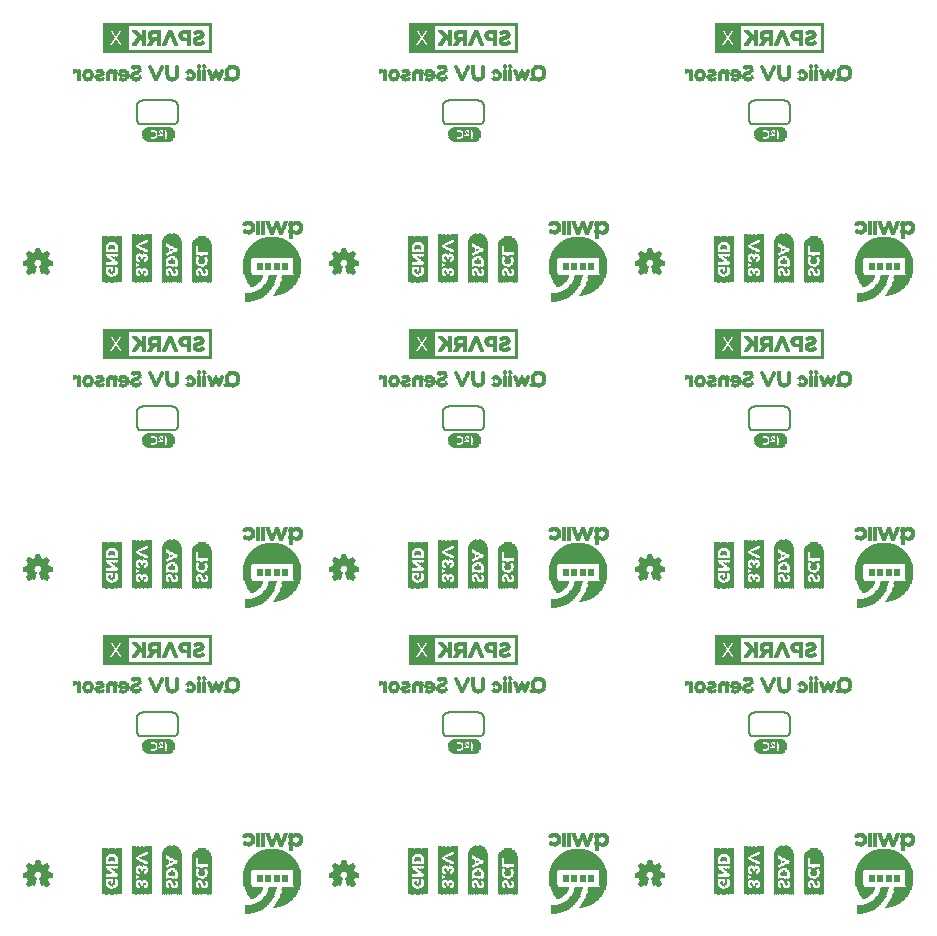
<source format=gbo>
G75*
%MOIN*%
%OFA0B0*%
%FSLAX25Y25*%
%IPPOS*%
%LPD*%
%AMOC8*
5,1,8,0,0,1.08239X$1,22.5*
%
%ADD10C,0.00600*%
%ADD11C,0.00039*%
%ADD12C,0.00299*%
%ADD13R,0.00472X0.00079*%
%ADD14R,0.01339X0.00079*%
%ADD15R,0.01260X0.00079*%
%ADD16R,0.00551X0.00079*%
%ADD17R,0.01102X0.00079*%
%ADD18R,0.01417X0.00079*%
%ADD19R,0.01654X0.00079*%
%ADD20R,0.01496X0.00079*%
%ADD21R,0.01890X0.00079*%
%ADD22R,0.02126X0.00079*%
%ADD23R,0.02205X0.00079*%
%ADD24R,0.01575X0.00079*%
%ADD25R,0.02520X0.00079*%
%ADD26R,0.02441X0.00079*%
%ADD27R,0.02756X0.00079*%
%ADD28R,0.02598X0.00079*%
%ADD29R,0.02913X0.00079*%
%ADD30R,0.04252X0.00079*%
%ADD31R,0.03150X0.00079*%
%ADD32R,0.04331X0.00079*%
%ADD33R,0.01732X0.00079*%
%ADD34R,0.03307X0.00079*%
%ADD35R,0.04409X0.00079*%
%ADD36R,0.01811X0.00079*%
%ADD37R,0.03386X0.00079*%
%ADD38R,0.03543X0.00079*%
%ADD39R,0.04488X0.00079*%
%ADD40R,0.03622X0.00079*%
%ADD41R,0.04567X0.00079*%
%ADD42R,0.03780X0.00079*%
%ADD43R,0.01969X0.00079*%
%ADD44R,0.02047X0.00079*%
%ADD45R,0.03701X0.00079*%
%ADD46R,0.01024X0.00079*%
%ADD47R,0.00709X0.00079*%
%ADD48R,0.02283X0.00079*%
%ADD49R,0.00236X0.00079*%
%ADD50R,0.02362X0.00079*%
%ADD51R,0.01181X0.00079*%
%ADD52R,0.00157X0.00079*%
%ADD53R,0.00394X0.00079*%
%ADD54R,0.00630X0.00079*%
%ADD55R,0.00866X0.00079*%
%ADD56R,0.03858X0.00079*%
%ADD57R,0.03465X0.00079*%
%ADD58R,0.02992X0.00079*%
%ADD59R,0.04173X0.00079*%
%ADD60R,0.02835X0.00079*%
%ADD61R,0.03228X0.00079*%
%ADD62R,0.04646X0.00079*%
%ADD63R,0.05276X0.00079*%
%ADD64R,0.05748X0.00079*%
%ADD65R,0.06299X0.00079*%
%ADD66R,0.06693X0.00079*%
%ADD67R,0.07165X0.00079*%
%ADD68R,0.07480X0.00079*%
%ADD69R,0.07795X0.00079*%
%ADD70R,0.08268X0.00079*%
%ADD71R,0.08504X0.00079*%
%ADD72R,0.08898X0.00079*%
%ADD73R,0.09213X0.00079*%
%ADD74R,0.09449X0.00079*%
%ADD75R,0.09764X0.00079*%
%ADD76R,0.10000X0.00079*%
%ADD77R,0.10236X0.00079*%
%ADD78R,0.10551X0.00079*%
%ADD79R,0.10709X0.00079*%
%ADD80R,0.11024X0.00079*%
%ADD81R,0.11181X0.00079*%
%ADD82R,0.11417X0.00079*%
%ADD83R,0.11654X0.00079*%
%ADD84R,0.11811X0.00079*%
%ADD85R,0.12047X0.00079*%
%ADD86R,0.12283X0.00079*%
%ADD87R,0.12441X0.00079*%
%ADD88R,0.12598X0.00079*%
%ADD89R,0.12835X0.00079*%
%ADD90R,0.12992X0.00079*%
%ADD91R,0.13150X0.00079*%
%ADD92R,0.13307X0.00079*%
%ADD93R,0.13465X0.00079*%
%ADD94R,0.13622X0.00079*%
%ADD95R,0.13858X0.00079*%
%ADD96R,0.13937X0.00079*%
%ADD97R,0.14094X0.00079*%
%ADD98R,0.14252X0.00079*%
%ADD99R,0.14409X0.00079*%
%ADD100R,0.14567X0.00079*%
%ADD101R,0.14724X0.00079*%
%ADD102R,0.14882X0.00079*%
%ADD103R,0.14961X0.00079*%
%ADD104R,0.15118X0.00079*%
%ADD105R,0.15197X0.00079*%
%ADD106R,0.15354X0.00079*%
%ADD107R,0.15512X0.00079*%
%ADD108R,0.15591X0.00079*%
%ADD109R,0.15669X0.00079*%
%ADD110R,0.15827X0.00079*%
%ADD111R,0.15984X0.00079*%
%ADD112R,0.16063X0.00079*%
%ADD113R,0.16142X0.00079*%
%ADD114R,0.16220X0.00079*%
%ADD115R,0.16378X0.00079*%
%ADD116R,0.16457X0.00079*%
%ADD117R,0.16535X0.00079*%
%ADD118R,0.16693X0.00079*%
%ADD119R,0.16772X0.00079*%
%ADD120R,0.16850X0.00079*%
%ADD121R,0.16929X0.00079*%
%ADD122R,0.17008X0.00079*%
%ADD123R,0.17087X0.00079*%
%ADD124R,0.17244X0.00079*%
%ADD125R,0.17323X0.00079*%
%ADD126R,0.17480X0.00079*%
%ADD127R,0.17559X0.00079*%
%ADD128R,0.17717X0.00079*%
%ADD129R,0.17795X0.00079*%
%ADD130R,0.17874X0.00079*%
%ADD131R,0.17953X0.00079*%
%ADD132R,0.18031X0.00079*%
%ADD133R,0.18110X0.00079*%
%ADD134R,0.18189X0.00079*%
%ADD135R,0.18268X0.00079*%
%ADD136R,0.18346X0.00079*%
%ADD137R,0.18425X0.00079*%
%ADD138R,0.18504X0.00079*%
%ADD139R,0.18583X0.00079*%
%ADD140R,0.18661X0.00079*%
%ADD141R,0.02677X0.00079*%
%ADD142R,0.05827X0.00079*%
%ADD143R,0.06220X0.00079*%
%ADD144R,0.06142X0.00079*%
%ADD145R,0.06063X0.00079*%
%ADD146R,0.05984X0.00079*%
%ADD147R,0.05906X0.00079*%
%ADD148R,0.05669X0.00079*%
%ADD149R,0.05512X0.00079*%
%ADD150R,0.05591X0.00079*%
%ADD151R,0.05433X0.00079*%
%ADD152R,0.05354X0.00079*%
%ADD153R,0.05197X0.00079*%
%ADD154R,0.05118X0.00079*%
%ADD155R,0.04961X0.00079*%
%ADD156R,0.04803X0.00079*%
%ADD157R,0.04724X0.00079*%
%ADD158R,0.04094X0.00079*%
%ADD159R,0.04016X0.00079*%
%ADD160R,0.03937X0.00079*%
%ADD161R,0.05039X0.00079*%
%ADD162R,0.03071X0.00079*%
%ADD163R,0.04882X0.00079*%
%ADD164R,0.00079X0.00079*%
%ADD165R,0.07244X0.00079*%
%ADD166R,0.07087X0.00079*%
%ADD167R,0.07008X0.00079*%
%ADD168R,0.06929X0.00079*%
%ADD169R,0.06850X0.00079*%
%ADD170R,0.06614X0.00079*%
%ADD171R,0.06535X0.00079*%
%ADD172R,0.06378X0.00079*%
%ADD173R,0.07205X0.00118*%
%ADD174R,0.07913X0.00118*%
%ADD175R,0.08386X0.00079*%
%ADD176R,0.08858X0.00157*%
%ADD177R,0.09094X0.00118*%
%ADD178R,0.09331X0.00118*%
%ADD179R,0.09567X0.00079*%
%ADD180R,0.03661X0.00118*%
%ADD181R,0.02126X0.00118*%
%ADD182R,0.02953X0.00118*%
%ADD183R,0.02244X0.00157*%
%ADD184R,0.00591X0.00157*%
%ADD185R,0.01535X0.00157*%
%ADD186R,0.02598X0.00157*%
%ADD187R,0.02244X0.00118*%
%ADD188R,0.00472X0.00118*%
%ADD189R,0.01181X0.00118*%
%ADD190R,0.02362X0.00118*%
%ADD191R,0.00945X0.00118*%
%ADD192R,0.00354X0.00118*%
%ADD193R,0.00827X0.00118*%
%ADD194R,0.02480X0.00157*%
%ADD195R,0.00354X0.00157*%
%ADD196R,0.00236X0.00157*%
%ADD197R,0.02480X0.00118*%
%ADD198R,0.02598X0.00118*%
%ADD199R,0.01063X0.00118*%
%ADD200R,0.02835X0.00118*%
%ADD201R,0.00472X0.00157*%
%ADD202R,0.04252X0.00157*%
%ADD203R,0.04370X0.00118*%
%ADD204R,0.00591X0.00118*%
%ADD205R,0.04488X0.00118*%
%ADD206R,0.00709X0.00157*%
%ADD207R,0.04488X0.00157*%
%ADD208R,0.00236X0.00118*%
%ADD209R,0.00118X0.00118*%
%ADD210R,0.00118X0.00157*%
%ADD211R,0.04370X0.00157*%
%ADD212R,0.04252X0.00118*%
%ADD213R,0.02717X0.00118*%
%ADD214R,0.03071X0.00157*%
%ADD215R,0.03425X0.00118*%
%ADD216R,0.09567X0.00118*%
%ADD217R,0.08858X0.00118*%
%ADD218R,0.08386X0.00118*%
%ADD219R,0.00157X0.15276*%
%ADD220R,0.00157X0.03307*%
%ADD221R,0.00157X0.11024*%
%ADD222R,0.00157X0.02992*%
%ADD223R,0.00157X0.01260*%
%ADD224R,0.00157X0.01890*%
%ADD225R,0.00157X0.00630*%
%ADD226R,0.00157X0.02677*%
%ADD227R,0.00157X0.00787*%
%ADD228R,0.00157X0.01575*%
%ADD229R,0.00157X0.00472*%
%ADD230R,0.00157X0.02520*%
%ADD231R,0.00157X0.01417*%
%ADD232R,0.00157X0.02205*%
%ADD233R,0.00157X0.02362*%
%ADD234R,0.00157X0.02047*%
%ADD235R,0.00157X0.01102*%
%ADD236R,0.00157X0.00945*%
%ADD237R,0.00157X0.02835*%
%ADD238R,0.00157X0.01732*%
%ADD239R,0.00157X0.00157*%
%ADD240R,0.00157X0.00315*%
%ADD241R,0.00157X0.03150*%
%ADD242R,0.00157X0.15906*%
%ADD243R,0.00157X0.03937*%
%ADD244R,0.00157X0.07402*%
%ADD245R,0.00157X0.03622*%
%ADD246R,0.00157X0.03465*%
%ADD247R,0.00157X0.13858*%
%ADD248R,0.00157X0.14331*%
%ADD249R,0.00157X0.14646*%
%ADD250R,0.00157X0.14961*%
%ADD251R,0.00157X0.15118*%
%ADD252R,0.00157X0.15433*%
%ADD253R,0.00157X0.11969*%
%ADD254R,0.00157X0.04567*%
%ADD255R,0.00157X0.04409*%
%ADD256R,0.00157X0.04252*%
%ADD257R,0.00157X0.04094*%
%ADD258R,0.00157X0.03780*%
%ADD259R,0.00157X0.12913*%
%ADD260R,0.00157X0.13386*%
%ADD261R,0.00157X0.13701*%
%ADD262R,0.00157X0.14016*%
%ADD263R,0.00157X0.14173*%
%ADD264R,0.00157X0.14488*%
%ADD265R,0.00157X0.07087*%
%ADD266R,0.00157X0.04882*%
%ADD267R,0.00157X0.05039*%
%ADD268R,0.00157X0.05197*%
%ADD269R,0.00984X0.00197*%
%ADD270R,0.01181X0.00197*%
%ADD271R,0.01378X0.00197*%
%ADD272R,0.00591X0.00197*%
%ADD273R,0.00394X0.00197*%
%ADD274R,0.02362X0.00197*%
%ADD275R,0.02953X0.00197*%
%ADD276R,0.02756X0.00197*%
%ADD277R,0.03346X0.00197*%
%ADD278R,0.01575X0.00197*%
%ADD279R,0.03150X0.00197*%
%ADD280R,0.03740X0.00197*%
%ADD281R,0.04134X0.00197*%
%ADD282R,0.04331X0.00197*%
%ADD283R,0.01772X0.00197*%
%ADD284R,0.00787X0.00197*%
%ADD285R,0.01969X0.00197*%
%ADD286R,0.02165X0.00197*%
%ADD287R,0.02559X0.00197*%
%ADD288R,0.03543X0.00197*%
%ADD289R,0.01181X0.00236*%
%ADD290R,0.01378X0.00236*%
%ADD291R,0.04724X0.00236*%
%ADD292R,0.00394X0.00236*%
%ADD293R,0.02559X0.00236*%
%ADD294R,0.02362X0.00236*%
%ADD295R,0.04528X0.00197*%
%ADD296R,0.01969X0.00236*%
%ADD297R,0.02165X0.00236*%
%ADD298R,0.01772X0.00236*%
%ADD299R,0.00984X0.00236*%
%ADD300R,0.01575X0.00236*%
%ADD301R,0.00197X0.00236*%
%ADD302R,0.04921X0.00197*%
%ADD303R,0.03937X0.00197*%
%ADD304R,0.05118X0.00197*%
%ADD305R,0.04724X0.00197*%
%ADD306R,0.02756X0.00236*%
%ADD307R,0.00197X0.00197*%
D10*
X0161533Y0112800D02*
X0161533Y0117200D01*
X0161535Y0117283D01*
X0161541Y0117366D01*
X0161550Y0117449D01*
X0161564Y0117531D01*
X0161581Y0117612D01*
X0161602Y0117693D01*
X0161626Y0117772D01*
X0161655Y0117850D01*
X0161686Y0117927D01*
X0161722Y0118002D01*
X0161760Y0118076D01*
X0161803Y0118148D01*
X0161848Y0118217D01*
X0161897Y0118285D01*
X0161948Y0118350D01*
X0162003Y0118413D01*
X0162060Y0118473D01*
X0162120Y0118530D01*
X0162183Y0118585D01*
X0162248Y0118636D01*
X0162316Y0118685D01*
X0162385Y0118730D01*
X0162457Y0118773D01*
X0162531Y0118811D01*
X0162606Y0118847D01*
X0162683Y0118878D01*
X0162761Y0118907D01*
X0162840Y0118931D01*
X0162921Y0118952D01*
X0163002Y0118969D01*
X0163084Y0118983D01*
X0163167Y0118992D01*
X0163250Y0118998D01*
X0163333Y0119000D01*
X0173333Y0119000D01*
X0173416Y0118998D01*
X0173499Y0118992D01*
X0173582Y0118983D01*
X0173664Y0118969D01*
X0173745Y0118952D01*
X0173826Y0118931D01*
X0173905Y0118907D01*
X0173983Y0118878D01*
X0174060Y0118847D01*
X0174135Y0118811D01*
X0174209Y0118773D01*
X0174281Y0118730D01*
X0174350Y0118685D01*
X0174418Y0118636D01*
X0174483Y0118585D01*
X0174546Y0118530D01*
X0174606Y0118473D01*
X0174663Y0118413D01*
X0174718Y0118350D01*
X0174769Y0118285D01*
X0174818Y0118217D01*
X0174863Y0118148D01*
X0174906Y0118076D01*
X0174944Y0118002D01*
X0174980Y0117927D01*
X0175011Y0117850D01*
X0175040Y0117772D01*
X0175064Y0117693D01*
X0175085Y0117612D01*
X0175102Y0117531D01*
X0175116Y0117449D01*
X0175125Y0117366D01*
X0175131Y0117283D01*
X0175133Y0117200D01*
X0175133Y0112800D01*
X0175131Y0112717D01*
X0175125Y0112634D01*
X0175116Y0112551D01*
X0175102Y0112469D01*
X0175085Y0112388D01*
X0175064Y0112307D01*
X0175040Y0112228D01*
X0175011Y0112150D01*
X0174980Y0112073D01*
X0174944Y0111998D01*
X0174906Y0111924D01*
X0174863Y0111852D01*
X0174818Y0111783D01*
X0174769Y0111715D01*
X0174718Y0111650D01*
X0174663Y0111587D01*
X0174606Y0111527D01*
X0174546Y0111470D01*
X0174483Y0111415D01*
X0174418Y0111364D01*
X0174350Y0111315D01*
X0174281Y0111270D01*
X0174209Y0111227D01*
X0174135Y0111189D01*
X0174060Y0111153D01*
X0173983Y0111122D01*
X0173905Y0111093D01*
X0173826Y0111069D01*
X0173745Y0111048D01*
X0173664Y0111031D01*
X0173582Y0111017D01*
X0173499Y0111008D01*
X0173416Y0111002D01*
X0173333Y0111000D01*
X0163333Y0111000D01*
X0163250Y0111002D01*
X0163167Y0111008D01*
X0163084Y0111017D01*
X0163002Y0111031D01*
X0162921Y0111048D01*
X0162840Y0111069D01*
X0162761Y0111093D01*
X0162683Y0111122D01*
X0162606Y0111153D01*
X0162531Y0111189D01*
X0162457Y0111227D01*
X0162385Y0111270D01*
X0162316Y0111315D01*
X0162248Y0111364D01*
X0162183Y0111415D01*
X0162120Y0111470D01*
X0162060Y0111527D01*
X0162003Y0111587D01*
X0161948Y0111650D01*
X0161897Y0111715D01*
X0161848Y0111783D01*
X0161803Y0111852D01*
X0161760Y0111924D01*
X0161722Y0111998D01*
X0161686Y0112073D01*
X0161655Y0112150D01*
X0161626Y0112228D01*
X0161602Y0112307D01*
X0161581Y0112388D01*
X0161564Y0112469D01*
X0161550Y0112551D01*
X0161541Y0112634D01*
X0161535Y0112717D01*
X0161533Y0112800D01*
X0263533Y0112800D02*
X0263533Y0117200D01*
X0263535Y0117283D01*
X0263541Y0117366D01*
X0263550Y0117449D01*
X0263564Y0117531D01*
X0263581Y0117612D01*
X0263602Y0117693D01*
X0263626Y0117772D01*
X0263655Y0117850D01*
X0263686Y0117927D01*
X0263722Y0118002D01*
X0263760Y0118076D01*
X0263803Y0118148D01*
X0263848Y0118217D01*
X0263897Y0118285D01*
X0263948Y0118350D01*
X0264003Y0118413D01*
X0264060Y0118473D01*
X0264120Y0118530D01*
X0264183Y0118585D01*
X0264248Y0118636D01*
X0264316Y0118685D01*
X0264385Y0118730D01*
X0264457Y0118773D01*
X0264531Y0118811D01*
X0264606Y0118847D01*
X0264683Y0118878D01*
X0264761Y0118907D01*
X0264840Y0118931D01*
X0264921Y0118952D01*
X0265002Y0118969D01*
X0265084Y0118983D01*
X0265167Y0118992D01*
X0265250Y0118998D01*
X0265333Y0119000D01*
X0275333Y0119000D01*
X0275416Y0118998D01*
X0275499Y0118992D01*
X0275582Y0118983D01*
X0275664Y0118969D01*
X0275745Y0118952D01*
X0275826Y0118931D01*
X0275905Y0118907D01*
X0275983Y0118878D01*
X0276060Y0118847D01*
X0276135Y0118811D01*
X0276209Y0118773D01*
X0276281Y0118730D01*
X0276350Y0118685D01*
X0276418Y0118636D01*
X0276483Y0118585D01*
X0276546Y0118530D01*
X0276606Y0118473D01*
X0276663Y0118413D01*
X0276718Y0118350D01*
X0276769Y0118285D01*
X0276818Y0118217D01*
X0276863Y0118148D01*
X0276906Y0118076D01*
X0276944Y0118002D01*
X0276980Y0117927D01*
X0277011Y0117850D01*
X0277040Y0117772D01*
X0277064Y0117693D01*
X0277085Y0117612D01*
X0277102Y0117531D01*
X0277116Y0117449D01*
X0277125Y0117366D01*
X0277131Y0117283D01*
X0277133Y0117200D01*
X0277133Y0112800D01*
X0277131Y0112717D01*
X0277125Y0112634D01*
X0277116Y0112551D01*
X0277102Y0112469D01*
X0277085Y0112388D01*
X0277064Y0112307D01*
X0277040Y0112228D01*
X0277011Y0112150D01*
X0276980Y0112073D01*
X0276944Y0111998D01*
X0276906Y0111924D01*
X0276863Y0111852D01*
X0276818Y0111783D01*
X0276769Y0111715D01*
X0276718Y0111650D01*
X0276663Y0111587D01*
X0276606Y0111527D01*
X0276546Y0111470D01*
X0276483Y0111415D01*
X0276418Y0111364D01*
X0276350Y0111315D01*
X0276281Y0111270D01*
X0276209Y0111227D01*
X0276135Y0111189D01*
X0276060Y0111153D01*
X0275983Y0111122D01*
X0275905Y0111093D01*
X0275826Y0111069D01*
X0275745Y0111048D01*
X0275664Y0111031D01*
X0275582Y0111017D01*
X0275499Y0111008D01*
X0275416Y0111002D01*
X0275333Y0111000D01*
X0265333Y0111000D01*
X0265250Y0111002D01*
X0265167Y0111008D01*
X0265084Y0111017D01*
X0265002Y0111031D01*
X0264921Y0111048D01*
X0264840Y0111069D01*
X0264761Y0111093D01*
X0264683Y0111122D01*
X0264606Y0111153D01*
X0264531Y0111189D01*
X0264457Y0111227D01*
X0264385Y0111270D01*
X0264316Y0111315D01*
X0264248Y0111364D01*
X0264183Y0111415D01*
X0264120Y0111470D01*
X0264060Y0111527D01*
X0264003Y0111587D01*
X0263948Y0111650D01*
X0263897Y0111715D01*
X0263848Y0111783D01*
X0263803Y0111852D01*
X0263760Y0111924D01*
X0263722Y0111998D01*
X0263686Y0112073D01*
X0263655Y0112150D01*
X0263626Y0112228D01*
X0263602Y0112307D01*
X0263581Y0112388D01*
X0263564Y0112469D01*
X0263550Y0112551D01*
X0263541Y0112634D01*
X0263535Y0112717D01*
X0263533Y0112800D01*
X0365533Y0112800D02*
X0365533Y0117200D01*
X0365535Y0117283D01*
X0365541Y0117366D01*
X0365550Y0117449D01*
X0365564Y0117531D01*
X0365581Y0117612D01*
X0365602Y0117693D01*
X0365626Y0117772D01*
X0365655Y0117850D01*
X0365686Y0117927D01*
X0365722Y0118002D01*
X0365760Y0118076D01*
X0365803Y0118148D01*
X0365848Y0118217D01*
X0365897Y0118285D01*
X0365948Y0118350D01*
X0366003Y0118413D01*
X0366060Y0118473D01*
X0366120Y0118530D01*
X0366183Y0118585D01*
X0366248Y0118636D01*
X0366316Y0118685D01*
X0366385Y0118730D01*
X0366457Y0118773D01*
X0366531Y0118811D01*
X0366606Y0118847D01*
X0366683Y0118878D01*
X0366761Y0118907D01*
X0366840Y0118931D01*
X0366921Y0118952D01*
X0367002Y0118969D01*
X0367084Y0118983D01*
X0367167Y0118992D01*
X0367250Y0118998D01*
X0367333Y0119000D01*
X0377333Y0119000D01*
X0377416Y0118998D01*
X0377499Y0118992D01*
X0377582Y0118983D01*
X0377664Y0118969D01*
X0377745Y0118952D01*
X0377826Y0118931D01*
X0377905Y0118907D01*
X0377983Y0118878D01*
X0378060Y0118847D01*
X0378135Y0118811D01*
X0378209Y0118773D01*
X0378281Y0118730D01*
X0378350Y0118685D01*
X0378418Y0118636D01*
X0378483Y0118585D01*
X0378546Y0118530D01*
X0378606Y0118473D01*
X0378663Y0118413D01*
X0378718Y0118350D01*
X0378769Y0118285D01*
X0378818Y0118217D01*
X0378863Y0118148D01*
X0378906Y0118076D01*
X0378944Y0118002D01*
X0378980Y0117927D01*
X0379011Y0117850D01*
X0379040Y0117772D01*
X0379064Y0117693D01*
X0379085Y0117612D01*
X0379102Y0117531D01*
X0379116Y0117449D01*
X0379125Y0117366D01*
X0379131Y0117283D01*
X0379133Y0117200D01*
X0379133Y0112800D01*
X0379131Y0112717D01*
X0379125Y0112634D01*
X0379116Y0112551D01*
X0379102Y0112469D01*
X0379085Y0112388D01*
X0379064Y0112307D01*
X0379040Y0112228D01*
X0379011Y0112150D01*
X0378980Y0112073D01*
X0378944Y0111998D01*
X0378906Y0111924D01*
X0378863Y0111852D01*
X0378818Y0111783D01*
X0378769Y0111715D01*
X0378718Y0111650D01*
X0378663Y0111587D01*
X0378606Y0111527D01*
X0378546Y0111470D01*
X0378483Y0111415D01*
X0378418Y0111364D01*
X0378350Y0111315D01*
X0378281Y0111270D01*
X0378209Y0111227D01*
X0378135Y0111189D01*
X0378060Y0111153D01*
X0377983Y0111122D01*
X0377905Y0111093D01*
X0377826Y0111069D01*
X0377745Y0111048D01*
X0377664Y0111031D01*
X0377582Y0111017D01*
X0377499Y0111008D01*
X0377416Y0111002D01*
X0377333Y0111000D01*
X0367333Y0111000D01*
X0367250Y0111002D01*
X0367167Y0111008D01*
X0367084Y0111017D01*
X0367002Y0111031D01*
X0366921Y0111048D01*
X0366840Y0111069D01*
X0366761Y0111093D01*
X0366683Y0111122D01*
X0366606Y0111153D01*
X0366531Y0111189D01*
X0366457Y0111227D01*
X0366385Y0111270D01*
X0366316Y0111315D01*
X0366248Y0111364D01*
X0366183Y0111415D01*
X0366120Y0111470D01*
X0366060Y0111527D01*
X0366003Y0111587D01*
X0365948Y0111650D01*
X0365897Y0111715D01*
X0365848Y0111783D01*
X0365803Y0111852D01*
X0365760Y0111924D01*
X0365722Y0111998D01*
X0365686Y0112073D01*
X0365655Y0112150D01*
X0365626Y0112228D01*
X0365602Y0112307D01*
X0365581Y0112388D01*
X0365564Y0112469D01*
X0365550Y0112551D01*
X0365541Y0112634D01*
X0365535Y0112717D01*
X0365533Y0112800D01*
X0367333Y0213000D02*
X0377333Y0213000D01*
X0377416Y0213002D01*
X0377499Y0213008D01*
X0377582Y0213017D01*
X0377664Y0213031D01*
X0377745Y0213048D01*
X0377826Y0213069D01*
X0377905Y0213093D01*
X0377983Y0213122D01*
X0378060Y0213153D01*
X0378135Y0213189D01*
X0378209Y0213227D01*
X0378281Y0213270D01*
X0378350Y0213315D01*
X0378418Y0213364D01*
X0378483Y0213415D01*
X0378546Y0213470D01*
X0378606Y0213527D01*
X0378663Y0213587D01*
X0378718Y0213650D01*
X0378769Y0213715D01*
X0378818Y0213783D01*
X0378863Y0213852D01*
X0378906Y0213924D01*
X0378944Y0213998D01*
X0378980Y0214073D01*
X0379011Y0214150D01*
X0379040Y0214228D01*
X0379064Y0214307D01*
X0379085Y0214388D01*
X0379102Y0214469D01*
X0379116Y0214551D01*
X0379125Y0214634D01*
X0379131Y0214717D01*
X0379133Y0214800D01*
X0379133Y0219200D01*
X0379131Y0219283D01*
X0379125Y0219366D01*
X0379116Y0219449D01*
X0379102Y0219531D01*
X0379085Y0219612D01*
X0379064Y0219693D01*
X0379040Y0219772D01*
X0379011Y0219850D01*
X0378980Y0219927D01*
X0378944Y0220002D01*
X0378906Y0220076D01*
X0378863Y0220148D01*
X0378818Y0220217D01*
X0378769Y0220285D01*
X0378718Y0220350D01*
X0378663Y0220413D01*
X0378606Y0220473D01*
X0378546Y0220530D01*
X0378483Y0220585D01*
X0378418Y0220636D01*
X0378350Y0220685D01*
X0378281Y0220730D01*
X0378209Y0220773D01*
X0378135Y0220811D01*
X0378060Y0220847D01*
X0377983Y0220878D01*
X0377905Y0220907D01*
X0377826Y0220931D01*
X0377745Y0220952D01*
X0377664Y0220969D01*
X0377582Y0220983D01*
X0377499Y0220992D01*
X0377416Y0220998D01*
X0377333Y0221000D01*
X0367333Y0221000D01*
X0367250Y0220998D01*
X0367167Y0220992D01*
X0367084Y0220983D01*
X0367002Y0220969D01*
X0366921Y0220952D01*
X0366840Y0220931D01*
X0366761Y0220907D01*
X0366683Y0220878D01*
X0366606Y0220847D01*
X0366531Y0220811D01*
X0366457Y0220773D01*
X0366385Y0220730D01*
X0366316Y0220685D01*
X0366248Y0220636D01*
X0366183Y0220585D01*
X0366120Y0220530D01*
X0366060Y0220473D01*
X0366003Y0220413D01*
X0365948Y0220350D01*
X0365897Y0220285D01*
X0365848Y0220217D01*
X0365803Y0220148D01*
X0365760Y0220076D01*
X0365722Y0220002D01*
X0365686Y0219927D01*
X0365655Y0219850D01*
X0365626Y0219772D01*
X0365602Y0219693D01*
X0365581Y0219612D01*
X0365564Y0219531D01*
X0365550Y0219449D01*
X0365541Y0219366D01*
X0365535Y0219283D01*
X0365533Y0219200D01*
X0365533Y0214800D01*
X0365535Y0214717D01*
X0365541Y0214634D01*
X0365550Y0214551D01*
X0365564Y0214469D01*
X0365581Y0214388D01*
X0365602Y0214307D01*
X0365626Y0214228D01*
X0365655Y0214150D01*
X0365686Y0214073D01*
X0365722Y0213998D01*
X0365760Y0213924D01*
X0365803Y0213852D01*
X0365848Y0213783D01*
X0365897Y0213715D01*
X0365948Y0213650D01*
X0366003Y0213587D01*
X0366060Y0213527D01*
X0366120Y0213470D01*
X0366183Y0213415D01*
X0366248Y0213364D01*
X0366316Y0213315D01*
X0366385Y0213270D01*
X0366457Y0213227D01*
X0366531Y0213189D01*
X0366606Y0213153D01*
X0366683Y0213122D01*
X0366761Y0213093D01*
X0366840Y0213069D01*
X0366921Y0213048D01*
X0367002Y0213031D01*
X0367084Y0213017D01*
X0367167Y0213008D01*
X0367250Y0213002D01*
X0367333Y0213000D01*
X0277133Y0214800D02*
X0277133Y0219200D01*
X0277131Y0219283D01*
X0277125Y0219366D01*
X0277116Y0219449D01*
X0277102Y0219531D01*
X0277085Y0219612D01*
X0277064Y0219693D01*
X0277040Y0219772D01*
X0277011Y0219850D01*
X0276980Y0219927D01*
X0276944Y0220002D01*
X0276906Y0220076D01*
X0276863Y0220148D01*
X0276818Y0220217D01*
X0276769Y0220285D01*
X0276718Y0220350D01*
X0276663Y0220413D01*
X0276606Y0220473D01*
X0276546Y0220530D01*
X0276483Y0220585D01*
X0276418Y0220636D01*
X0276350Y0220685D01*
X0276281Y0220730D01*
X0276209Y0220773D01*
X0276135Y0220811D01*
X0276060Y0220847D01*
X0275983Y0220878D01*
X0275905Y0220907D01*
X0275826Y0220931D01*
X0275745Y0220952D01*
X0275664Y0220969D01*
X0275582Y0220983D01*
X0275499Y0220992D01*
X0275416Y0220998D01*
X0275333Y0221000D01*
X0265333Y0221000D01*
X0265250Y0220998D01*
X0265167Y0220992D01*
X0265084Y0220983D01*
X0265002Y0220969D01*
X0264921Y0220952D01*
X0264840Y0220931D01*
X0264761Y0220907D01*
X0264683Y0220878D01*
X0264606Y0220847D01*
X0264531Y0220811D01*
X0264457Y0220773D01*
X0264385Y0220730D01*
X0264316Y0220685D01*
X0264248Y0220636D01*
X0264183Y0220585D01*
X0264120Y0220530D01*
X0264060Y0220473D01*
X0264003Y0220413D01*
X0263948Y0220350D01*
X0263897Y0220285D01*
X0263848Y0220217D01*
X0263803Y0220148D01*
X0263760Y0220076D01*
X0263722Y0220002D01*
X0263686Y0219927D01*
X0263655Y0219850D01*
X0263626Y0219772D01*
X0263602Y0219693D01*
X0263581Y0219612D01*
X0263564Y0219531D01*
X0263550Y0219449D01*
X0263541Y0219366D01*
X0263535Y0219283D01*
X0263533Y0219200D01*
X0263533Y0214800D01*
X0263535Y0214717D01*
X0263541Y0214634D01*
X0263550Y0214551D01*
X0263564Y0214469D01*
X0263581Y0214388D01*
X0263602Y0214307D01*
X0263626Y0214228D01*
X0263655Y0214150D01*
X0263686Y0214073D01*
X0263722Y0213998D01*
X0263760Y0213924D01*
X0263803Y0213852D01*
X0263848Y0213783D01*
X0263897Y0213715D01*
X0263948Y0213650D01*
X0264003Y0213587D01*
X0264060Y0213527D01*
X0264120Y0213470D01*
X0264183Y0213415D01*
X0264248Y0213364D01*
X0264316Y0213315D01*
X0264385Y0213270D01*
X0264457Y0213227D01*
X0264531Y0213189D01*
X0264606Y0213153D01*
X0264683Y0213122D01*
X0264761Y0213093D01*
X0264840Y0213069D01*
X0264921Y0213048D01*
X0265002Y0213031D01*
X0265084Y0213017D01*
X0265167Y0213008D01*
X0265250Y0213002D01*
X0265333Y0213000D01*
X0275333Y0213000D01*
X0275416Y0213002D01*
X0275499Y0213008D01*
X0275582Y0213017D01*
X0275664Y0213031D01*
X0275745Y0213048D01*
X0275826Y0213069D01*
X0275905Y0213093D01*
X0275983Y0213122D01*
X0276060Y0213153D01*
X0276135Y0213189D01*
X0276209Y0213227D01*
X0276281Y0213270D01*
X0276350Y0213315D01*
X0276418Y0213364D01*
X0276483Y0213415D01*
X0276546Y0213470D01*
X0276606Y0213527D01*
X0276663Y0213587D01*
X0276718Y0213650D01*
X0276769Y0213715D01*
X0276818Y0213783D01*
X0276863Y0213852D01*
X0276906Y0213924D01*
X0276944Y0213998D01*
X0276980Y0214073D01*
X0277011Y0214150D01*
X0277040Y0214228D01*
X0277064Y0214307D01*
X0277085Y0214388D01*
X0277102Y0214469D01*
X0277116Y0214551D01*
X0277125Y0214634D01*
X0277131Y0214717D01*
X0277133Y0214800D01*
X0175133Y0214800D02*
X0175133Y0219200D01*
X0175131Y0219283D01*
X0175125Y0219366D01*
X0175116Y0219449D01*
X0175102Y0219531D01*
X0175085Y0219612D01*
X0175064Y0219693D01*
X0175040Y0219772D01*
X0175011Y0219850D01*
X0174980Y0219927D01*
X0174944Y0220002D01*
X0174906Y0220076D01*
X0174863Y0220148D01*
X0174818Y0220217D01*
X0174769Y0220285D01*
X0174718Y0220350D01*
X0174663Y0220413D01*
X0174606Y0220473D01*
X0174546Y0220530D01*
X0174483Y0220585D01*
X0174418Y0220636D01*
X0174350Y0220685D01*
X0174281Y0220730D01*
X0174209Y0220773D01*
X0174135Y0220811D01*
X0174060Y0220847D01*
X0173983Y0220878D01*
X0173905Y0220907D01*
X0173826Y0220931D01*
X0173745Y0220952D01*
X0173664Y0220969D01*
X0173582Y0220983D01*
X0173499Y0220992D01*
X0173416Y0220998D01*
X0173333Y0221000D01*
X0163333Y0221000D01*
X0163250Y0220998D01*
X0163167Y0220992D01*
X0163084Y0220983D01*
X0163002Y0220969D01*
X0162921Y0220952D01*
X0162840Y0220931D01*
X0162761Y0220907D01*
X0162683Y0220878D01*
X0162606Y0220847D01*
X0162531Y0220811D01*
X0162457Y0220773D01*
X0162385Y0220730D01*
X0162316Y0220685D01*
X0162248Y0220636D01*
X0162183Y0220585D01*
X0162120Y0220530D01*
X0162060Y0220473D01*
X0162003Y0220413D01*
X0161948Y0220350D01*
X0161897Y0220285D01*
X0161848Y0220217D01*
X0161803Y0220148D01*
X0161760Y0220076D01*
X0161722Y0220002D01*
X0161686Y0219927D01*
X0161655Y0219850D01*
X0161626Y0219772D01*
X0161602Y0219693D01*
X0161581Y0219612D01*
X0161564Y0219531D01*
X0161550Y0219449D01*
X0161541Y0219366D01*
X0161535Y0219283D01*
X0161533Y0219200D01*
X0161533Y0214800D01*
X0161535Y0214717D01*
X0161541Y0214634D01*
X0161550Y0214551D01*
X0161564Y0214469D01*
X0161581Y0214388D01*
X0161602Y0214307D01*
X0161626Y0214228D01*
X0161655Y0214150D01*
X0161686Y0214073D01*
X0161722Y0213998D01*
X0161760Y0213924D01*
X0161803Y0213852D01*
X0161848Y0213783D01*
X0161897Y0213715D01*
X0161948Y0213650D01*
X0162003Y0213587D01*
X0162060Y0213527D01*
X0162120Y0213470D01*
X0162183Y0213415D01*
X0162248Y0213364D01*
X0162316Y0213315D01*
X0162385Y0213270D01*
X0162457Y0213227D01*
X0162531Y0213189D01*
X0162606Y0213153D01*
X0162683Y0213122D01*
X0162761Y0213093D01*
X0162840Y0213069D01*
X0162921Y0213048D01*
X0163002Y0213031D01*
X0163084Y0213017D01*
X0163167Y0213008D01*
X0163250Y0213002D01*
X0163333Y0213000D01*
X0173333Y0213000D01*
X0173416Y0213002D01*
X0173499Y0213008D01*
X0173582Y0213017D01*
X0173664Y0213031D01*
X0173745Y0213048D01*
X0173826Y0213069D01*
X0173905Y0213093D01*
X0173983Y0213122D01*
X0174060Y0213153D01*
X0174135Y0213189D01*
X0174209Y0213227D01*
X0174281Y0213270D01*
X0174350Y0213315D01*
X0174418Y0213364D01*
X0174483Y0213415D01*
X0174546Y0213470D01*
X0174606Y0213527D01*
X0174663Y0213587D01*
X0174718Y0213650D01*
X0174769Y0213715D01*
X0174818Y0213783D01*
X0174863Y0213852D01*
X0174906Y0213924D01*
X0174944Y0213998D01*
X0174980Y0214073D01*
X0175011Y0214150D01*
X0175040Y0214228D01*
X0175064Y0214307D01*
X0175085Y0214388D01*
X0175102Y0214469D01*
X0175116Y0214551D01*
X0175125Y0214634D01*
X0175131Y0214717D01*
X0175133Y0214800D01*
X0173333Y0315000D02*
X0163333Y0315000D01*
X0163250Y0315002D01*
X0163167Y0315008D01*
X0163084Y0315017D01*
X0163002Y0315031D01*
X0162921Y0315048D01*
X0162840Y0315069D01*
X0162761Y0315093D01*
X0162683Y0315122D01*
X0162606Y0315153D01*
X0162531Y0315189D01*
X0162457Y0315227D01*
X0162385Y0315270D01*
X0162316Y0315315D01*
X0162248Y0315364D01*
X0162183Y0315415D01*
X0162120Y0315470D01*
X0162060Y0315527D01*
X0162003Y0315587D01*
X0161948Y0315650D01*
X0161897Y0315715D01*
X0161848Y0315783D01*
X0161803Y0315852D01*
X0161760Y0315924D01*
X0161722Y0315998D01*
X0161686Y0316073D01*
X0161655Y0316150D01*
X0161626Y0316228D01*
X0161602Y0316307D01*
X0161581Y0316388D01*
X0161564Y0316469D01*
X0161550Y0316551D01*
X0161541Y0316634D01*
X0161535Y0316717D01*
X0161533Y0316800D01*
X0161533Y0321200D01*
X0161535Y0321283D01*
X0161541Y0321366D01*
X0161550Y0321449D01*
X0161564Y0321531D01*
X0161581Y0321612D01*
X0161602Y0321693D01*
X0161626Y0321772D01*
X0161655Y0321850D01*
X0161686Y0321927D01*
X0161722Y0322002D01*
X0161760Y0322076D01*
X0161803Y0322148D01*
X0161848Y0322217D01*
X0161897Y0322285D01*
X0161948Y0322350D01*
X0162003Y0322413D01*
X0162060Y0322473D01*
X0162120Y0322530D01*
X0162183Y0322585D01*
X0162248Y0322636D01*
X0162316Y0322685D01*
X0162385Y0322730D01*
X0162457Y0322773D01*
X0162531Y0322811D01*
X0162606Y0322847D01*
X0162683Y0322878D01*
X0162761Y0322907D01*
X0162840Y0322931D01*
X0162921Y0322952D01*
X0163002Y0322969D01*
X0163084Y0322983D01*
X0163167Y0322992D01*
X0163250Y0322998D01*
X0163333Y0323000D01*
X0173333Y0323000D01*
X0173416Y0322998D01*
X0173499Y0322992D01*
X0173582Y0322983D01*
X0173664Y0322969D01*
X0173745Y0322952D01*
X0173826Y0322931D01*
X0173905Y0322907D01*
X0173983Y0322878D01*
X0174060Y0322847D01*
X0174135Y0322811D01*
X0174209Y0322773D01*
X0174281Y0322730D01*
X0174350Y0322685D01*
X0174418Y0322636D01*
X0174483Y0322585D01*
X0174546Y0322530D01*
X0174606Y0322473D01*
X0174663Y0322413D01*
X0174718Y0322350D01*
X0174769Y0322285D01*
X0174818Y0322217D01*
X0174863Y0322148D01*
X0174906Y0322076D01*
X0174944Y0322002D01*
X0174980Y0321927D01*
X0175011Y0321850D01*
X0175040Y0321772D01*
X0175064Y0321693D01*
X0175085Y0321612D01*
X0175102Y0321531D01*
X0175116Y0321449D01*
X0175125Y0321366D01*
X0175131Y0321283D01*
X0175133Y0321200D01*
X0175133Y0316800D01*
X0175131Y0316717D01*
X0175125Y0316634D01*
X0175116Y0316551D01*
X0175102Y0316469D01*
X0175085Y0316388D01*
X0175064Y0316307D01*
X0175040Y0316228D01*
X0175011Y0316150D01*
X0174980Y0316073D01*
X0174944Y0315998D01*
X0174906Y0315924D01*
X0174863Y0315852D01*
X0174818Y0315783D01*
X0174769Y0315715D01*
X0174718Y0315650D01*
X0174663Y0315587D01*
X0174606Y0315527D01*
X0174546Y0315470D01*
X0174483Y0315415D01*
X0174418Y0315364D01*
X0174350Y0315315D01*
X0174281Y0315270D01*
X0174209Y0315227D01*
X0174135Y0315189D01*
X0174060Y0315153D01*
X0173983Y0315122D01*
X0173905Y0315093D01*
X0173826Y0315069D01*
X0173745Y0315048D01*
X0173664Y0315031D01*
X0173582Y0315017D01*
X0173499Y0315008D01*
X0173416Y0315002D01*
X0173333Y0315000D01*
X0263533Y0316800D02*
X0263533Y0321200D01*
X0263535Y0321283D01*
X0263541Y0321366D01*
X0263550Y0321449D01*
X0263564Y0321531D01*
X0263581Y0321612D01*
X0263602Y0321693D01*
X0263626Y0321772D01*
X0263655Y0321850D01*
X0263686Y0321927D01*
X0263722Y0322002D01*
X0263760Y0322076D01*
X0263803Y0322148D01*
X0263848Y0322217D01*
X0263897Y0322285D01*
X0263948Y0322350D01*
X0264003Y0322413D01*
X0264060Y0322473D01*
X0264120Y0322530D01*
X0264183Y0322585D01*
X0264248Y0322636D01*
X0264316Y0322685D01*
X0264385Y0322730D01*
X0264457Y0322773D01*
X0264531Y0322811D01*
X0264606Y0322847D01*
X0264683Y0322878D01*
X0264761Y0322907D01*
X0264840Y0322931D01*
X0264921Y0322952D01*
X0265002Y0322969D01*
X0265084Y0322983D01*
X0265167Y0322992D01*
X0265250Y0322998D01*
X0265333Y0323000D01*
X0275333Y0323000D01*
X0275416Y0322998D01*
X0275499Y0322992D01*
X0275582Y0322983D01*
X0275664Y0322969D01*
X0275745Y0322952D01*
X0275826Y0322931D01*
X0275905Y0322907D01*
X0275983Y0322878D01*
X0276060Y0322847D01*
X0276135Y0322811D01*
X0276209Y0322773D01*
X0276281Y0322730D01*
X0276350Y0322685D01*
X0276418Y0322636D01*
X0276483Y0322585D01*
X0276546Y0322530D01*
X0276606Y0322473D01*
X0276663Y0322413D01*
X0276718Y0322350D01*
X0276769Y0322285D01*
X0276818Y0322217D01*
X0276863Y0322148D01*
X0276906Y0322076D01*
X0276944Y0322002D01*
X0276980Y0321927D01*
X0277011Y0321850D01*
X0277040Y0321772D01*
X0277064Y0321693D01*
X0277085Y0321612D01*
X0277102Y0321531D01*
X0277116Y0321449D01*
X0277125Y0321366D01*
X0277131Y0321283D01*
X0277133Y0321200D01*
X0277133Y0316800D01*
X0277131Y0316717D01*
X0277125Y0316634D01*
X0277116Y0316551D01*
X0277102Y0316469D01*
X0277085Y0316388D01*
X0277064Y0316307D01*
X0277040Y0316228D01*
X0277011Y0316150D01*
X0276980Y0316073D01*
X0276944Y0315998D01*
X0276906Y0315924D01*
X0276863Y0315852D01*
X0276818Y0315783D01*
X0276769Y0315715D01*
X0276718Y0315650D01*
X0276663Y0315587D01*
X0276606Y0315527D01*
X0276546Y0315470D01*
X0276483Y0315415D01*
X0276418Y0315364D01*
X0276350Y0315315D01*
X0276281Y0315270D01*
X0276209Y0315227D01*
X0276135Y0315189D01*
X0276060Y0315153D01*
X0275983Y0315122D01*
X0275905Y0315093D01*
X0275826Y0315069D01*
X0275745Y0315048D01*
X0275664Y0315031D01*
X0275582Y0315017D01*
X0275499Y0315008D01*
X0275416Y0315002D01*
X0275333Y0315000D01*
X0265333Y0315000D01*
X0265250Y0315002D01*
X0265167Y0315008D01*
X0265084Y0315017D01*
X0265002Y0315031D01*
X0264921Y0315048D01*
X0264840Y0315069D01*
X0264761Y0315093D01*
X0264683Y0315122D01*
X0264606Y0315153D01*
X0264531Y0315189D01*
X0264457Y0315227D01*
X0264385Y0315270D01*
X0264316Y0315315D01*
X0264248Y0315364D01*
X0264183Y0315415D01*
X0264120Y0315470D01*
X0264060Y0315527D01*
X0264003Y0315587D01*
X0263948Y0315650D01*
X0263897Y0315715D01*
X0263848Y0315783D01*
X0263803Y0315852D01*
X0263760Y0315924D01*
X0263722Y0315998D01*
X0263686Y0316073D01*
X0263655Y0316150D01*
X0263626Y0316228D01*
X0263602Y0316307D01*
X0263581Y0316388D01*
X0263564Y0316469D01*
X0263550Y0316551D01*
X0263541Y0316634D01*
X0263535Y0316717D01*
X0263533Y0316800D01*
X0365533Y0316800D02*
X0365533Y0321200D01*
X0365535Y0321283D01*
X0365541Y0321366D01*
X0365550Y0321449D01*
X0365564Y0321531D01*
X0365581Y0321612D01*
X0365602Y0321693D01*
X0365626Y0321772D01*
X0365655Y0321850D01*
X0365686Y0321927D01*
X0365722Y0322002D01*
X0365760Y0322076D01*
X0365803Y0322148D01*
X0365848Y0322217D01*
X0365897Y0322285D01*
X0365948Y0322350D01*
X0366003Y0322413D01*
X0366060Y0322473D01*
X0366120Y0322530D01*
X0366183Y0322585D01*
X0366248Y0322636D01*
X0366316Y0322685D01*
X0366385Y0322730D01*
X0366457Y0322773D01*
X0366531Y0322811D01*
X0366606Y0322847D01*
X0366683Y0322878D01*
X0366761Y0322907D01*
X0366840Y0322931D01*
X0366921Y0322952D01*
X0367002Y0322969D01*
X0367084Y0322983D01*
X0367167Y0322992D01*
X0367250Y0322998D01*
X0367333Y0323000D01*
X0377333Y0323000D01*
X0377416Y0322998D01*
X0377499Y0322992D01*
X0377582Y0322983D01*
X0377664Y0322969D01*
X0377745Y0322952D01*
X0377826Y0322931D01*
X0377905Y0322907D01*
X0377983Y0322878D01*
X0378060Y0322847D01*
X0378135Y0322811D01*
X0378209Y0322773D01*
X0378281Y0322730D01*
X0378350Y0322685D01*
X0378418Y0322636D01*
X0378483Y0322585D01*
X0378546Y0322530D01*
X0378606Y0322473D01*
X0378663Y0322413D01*
X0378718Y0322350D01*
X0378769Y0322285D01*
X0378818Y0322217D01*
X0378863Y0322148D01*
X0378906Y0322076D01*
X0378944Y0322002D01*
X0378980Y0321927D01*
X0379011Y0321850D01*
X0379040Y0321772D01*
X0379064Y0321693D01*
X0379085Y0321612D01*
X0379102Y0321531D01*
X0379116Y0321449D01*
X0379125Y0321366D01*
X0379131Y0321283D01*
X0379133Y0321200D01*
X0379133Y0316800D01*
X0379131Y0316717D01*
X0379125Y0316634D01*
X0379116Y0316551D01*
X0379102Y0316469D01*
X0379085Y0316388D01*
X0379064Y0316307D01*
X0379040Y0316228D01*
X0379011Y0316150D01*
X0378980Y0316073D01*
X0378944Y0315998D01*
X0378906Y0315924D01*
X0378863Y0315852D01*
X0378818Y0315783D01*
X0378769Y0315715D01*
X0378718Y0315650D01*
X0378663Y0315587D01*
X0378606Y0315527D01*
X0378546Y0315470D01*
X0378483Y0315415D01*
X0378418Y0315364D01*
X0378350Y0315315D01*
X0378281Y0315270D01*
X0378209Y0315227D01*
X0378135Y0315189D01*
X0378060Y0315153D01*
X0377983Y0315122D01*
X0377905Y0315093D01*
X0377826Y0315069D01*
X0377745Y0315048D01*
X0377664Y0315031D01*
X0377582Y0315017D01*
X0377499Y0315008D01*
X0377416Y0315002D01*
X0377333Y0315000D01*
X0367333Y0315000D01*
X0367250Y0315002D01*
X0367167Y0315008D01*
X0367084Y0315017D01*
X0367002Y0315031D01*
X0366921Y0315048D01*
X0366840Y0315069D01*
X0366761Y0315093D01*
X0366683Y0315122D01*
X0366606Y0315153D01*
X0366531Y0315189D01*
X0366457Y0315227D01*
X0366385Y0315270D01*
X0366316Y0315315D01*
X0366248Y0315364D01*
X0366183Y0315415D01*
X0366120Y0315470D01*
X0366060Y0315527D01*
X0366003Y0315587D01*
X0365948Y0315650D01*
X0365897Y0315715D01*
X0365848Y0315783D01*
X0365803Y0315852D01*
X0365760Y0315924D01*
X0365722Y0315998D01*
X0365686Y0316073D01*
X0365655Y0316150D01*
X0365626Y0316228D01*
X0365602Y0316307D01*
X0365581Y0316388D01*
X0365564Y0316469D01*
X0365550Y0316551D01*
X0365541Y0316634D01*
X0365535Y0316717D01*
X0365533Y0316800D01*
D11*
X0362700Y0339018D02*
X0354333Y0339018D01*
X0354333Y0343515D01*
X0357353Y0343515D01*
X0356036Y0341584D01*
X0357285Y0341584D01*
X0358369Y0343240D01*
X0358369Y0343240D01*
X0359460Y0341584D01*
X0360666Y0341584D01*
X0359341Y0343515D01*
X0362376Y0343515D01*
X0362376Y0339943D01*
X0362700Y0339943D01*
X0362700Y0339018D01*
X0362700Y0339943D01*
X0389408Y0339943D01*
X0389408Y0348057D01*
X0362376Y0348057D01*
X0362376Y0343515D01*
X0359341Y0343515D01*
X0358981Y0344040D01*
X0360594Y0346412D01*
X0359352Y0346412D01*
X0358337Y0344846D01*
X0357314Y0346412D01*
X0356108Y0346412D01*
X0357721Y0344054D01*
X0357353Y0343515D01*
X0354333Y0343515D01*
X0354333Y0348982D01*
X0362376Y0348982D01*
X0390333Y0348982D01*
X0390333Y0339018D01*
X0362700Y0339018D01*
X0362700Y0339035D02*
X0354333Y0339035D01*
X0354333Y0339073D02*
X0362700Y0339073D01*
X0390333Y0339073D01*
X0390333Y0339111D02*
X0362700Y0339111D01*
X0354333Y0339111D01*
X0354333Y0339149D02*
X0362700Y0339149D01*
X0390333Y0339149D01*
X0390333Y0339187D02*
X0362700Y0339187D01*
X0354333Y0339187D01*
X0354333Y0339224D02*
X0362700Y0339224D01*
X0390333Y0339224D01*
X0390333Y0339262D02*
X0362700Y0339262D01*
X0354333Y0339262D01*
X0354333Y0339300D02*
X0362700Y0339300D01*
X0390333Y0339300D01*
X0390333Y0339338D02*
X0362700Y0339338D01*
X0354333Y0339338D01*
X0354333Y0339376D02*
X0362700Y0339376D01*
X0390333Y0339376D01*
X0390333Y0339414D02*
X0362700Y0339414D01*
X0354333Y0339414D01*
X0354333Y0339452D02*
X0362700Y0339452D01*
X0390333Y0339452D01*
X0390333Y0339490D02*
X0362700Y0339490D01*
X0354333Y0339490D01*
X0354333Y0339528D02*
X0362700Y0339528D01*
X0390333Y0339528D01*
X0390333Y0339565D02*
X0362700Y0339565D01*
X0354333Y0339565D01*
X0354333Y0339603D02*
X0362700Y0339603D01*
X0390333Y0339603D01*
X0390333Y0339641D02*
X0362700Y0339641D01*
X0354333Y0339641D01*
X0354333Y0339679D02*
X0362700Y0339679D01*
X0390333Y0339679D01*
X0390333Y0339717D02*
X0362700Y0339717D01*
X0354333Y0339717D01*
X0354333Y0339755D02*
X0362700Y0339755D01*
X0390333Y0339755D01*
X0390333Y0339793D02*
X0362700Y0339793D01*
X0354333Y0339793D01*
X0354333Y0339831D02*
X0362700Y0339831D01*
X0390333Y0339831D01*
X0390333Y0339868D02*
X0362700Y0339868D01*
X0354333Y0339868D01*
X0354333Y0339906D02*
X0362700Y0339906D01*
X0390333Y0339906D01*
X0390333Y0339944D02*
X0389408Y0339944D01*
X0389408Y0339982D02*
X0390333Y0339982D01*
X0390333Y0340020D02*
X0389408Y0340020D01*
X0389408Y0340058D02*
X0390333Y0340058D01*
X0390333Y0340096D02*
X0389408Y0340096D01*
X0389408Y0340134D02*
X0390333Y0340134D01*
X0390333Y0340172D02*
X0389408Y0340172D01*
X0389408Y0340209D02*
X0390333Y0340209D01*
X0390333Y0340247D02*
X0389408Y0340247D01*
X0389408Y0340285D02*
X0390333Y0340285D01*
X0390333Y0340323D02*
X0389408Y0340323D01*
X0389408Y0340361D02*
X0390333Y0340361D01*
X0390333Y0340399D02*
X0389408Y0340399D01*
X0389408Y0340437D02*
X0390333Y0340437D01*
X0390333Y0340475D02*
X0389408Y0340475D01*
X0389408Y0340512D02*
X0390333Y0340512D01*
X0390333Y0340550D02*
X0389408Y0340550D01*
X0389408Y0340588D02*
X0390333Y0340588D01*
X0390333Y0340626D02*
X0389408Y0340626D01*
X0389408Y0340664D02*
X0390333Y0340664D01*
X0390333Y0340702D02*
X0389408Y0340702D01*
X0389408Y0340740D02*
X0390333Y0340740D01*
X0390333Y0340778D02*
X0389408Y0340778D01*
X0389408Y0340815D02*
X0390333Y0340815D01*
X0390333Y0340853D02*
X0389408Y0340853D01*
X0389408Y0340891D02*
X0390333Y0340891D01*
X0390333Y0340929D02*
X0389408Y0340929D01*
X0389408Y0340967D02*
X0390333Y0340967D01*
X0390333Y0341005D02*
X0389408Y0341005D01*
X0389408Y0341043D02*
X0390333Y0341043D01*
X0390333Y0341081D02*
X0389408Y0341081D01*
X0389408Y0341119D02*
X0390333Y0341119D01*
X0390333Y0341156D02*
X0389408Y0341156D01*
X0389408Y0341194D02*
X0390333Y0341194D01*
X0390333Y0341232D02*
X0389408Y0341232D01*
X0389408Y0341270D02*
X0390333Y0341270D01*
X0390333Y0341308D02*
X0389408Y0341308D01*
X0389408Y0341346D02*
X0390333Y0341346D01*
X0390333Y0341384D02*
X0389408Y0341384D01*
X0389408Y0341422D02*
X0390333Y0341422D01*
X0390333Y0341459D02*
X0389408Y0341459D01*
X0389408Y0341497D02*
X0390333Y0341497D01*
X0390333Y0341535D02*
X0389408Y0341535D01*
X0389408Y0341573D02*
X0390333Y0341573D01*
X0390333Y0341611D02*
X0389408Y0341611D01*
X0389408Y0341649D02*
X0390333Y0341649D01*
X0390333Y0341687D02*
X0389408Y0341687D01*
X0389408Y0341725D02*
X0390333Y0341725D01*
X0390333Y0341763D02*
X0389408Y0341763D01*
X0389408Y0341800D02*
X0390333Y0341800D01*
X0390333Y0341838D02*
X0389408Y0341838D01*
X0389408Y0341876D02*
X0390333Y0341876D01*
X0390333Y0341914D02*
X0389408Y0341914D01*
X0389408Y0341952D02*
X0390333Y0341952D01*
X0390333Y0341990D02*
X0389408Y0341990D01*
X0389408Y0342028D02*
X0390333Y0342028D01*
X0390333Y0342066D02*
X0389408Y0342066D01*
X0389408Y0342103D02*
X0390333Y0342103D01*
X0390333Y0342141D02*
X0389408Y0342141D01*
X0389408Y0342179D02*
X0390333Y0342179D01*
X0390333Y0342217D02*
X0389408Y0342217D01*
X0389408Y0342255D02*
X0390333Y0342255D01*
X0390333Y0342293D02*
X0389408Y0342293D01*
X0389408Y0342331D02*
X0390333Y0342331D01*
X0390333Y0342369D02*
X0389408Y0342369D01*
X0389408Y0342407D02*
X0390333Y0342407D01*
X0390333Y0342444D02*
X0389408Y0342444D01*
X0389408Y0342482D02*
X0390333Y0342482D01*
X0390333Y0342520D02*
X0389408Y0342520D01*
X0389408Y0342558D02*
X0390333Y0342558D01*
X0390333Y0342596D02*
X0389408Y0342596D01*
X0389408Y0342634D02*
X0390333Y0342634D01*
X0390333Y0342672D02*
X0389408Y0342672D01*
X0389408Y0342710D02*
X0390333Y0342710D01*
X0390333Y0342747D02*
X0389408Y0342747D01*
X0389408Y0342785D02*
X0390333Y0342785D01*
X0390333Y0342823D02*
X0389408Y0342823D01*
X0389408Y0342861D02*
X0390333Y0342861D01*
X0390333Y0342899D02*
X0389408Y0342899D01*
X0389408Y0342937D02*
X0390333Y0342937D01*
X0390333Y0342975D02*
X0389408Y0342975D01*
X0389408Y0343013D02*
X0390333Y0343013D01*
X0390333Y0343050D02*
X0389408Y0343050D01*
X0389408Y0343088D02*
X0390333Y0343088D01*
X0390333Y0343126D02*
X0389408Y0343126D01*
X0389408Y0343164D02*
X0390333Y0343164D01*
X0390333Y0343202D02*
X0389408Y0343202D01*
X0389408Y0343240D02*
X0390333Y0343240D01*
X0390333Y0343278D02*
X0389408Y0343278D01*
X0389408Y0343316D02*
X0390333Y0343316D01*
X0390333Y0343354D02*
X0389408Y0343354D01*
X0389408Y0343391D02*
X0390333Y0343391D01*
X0390333Y0343429D02*
X0389408Y0343429D01*
X0389408Y0343467D02*
X0390333Y0343467D01*
X0390333Y0343505D02*
X0389408Y0343505D01*
X0389408Y0343543D02*
X0390333Y0343543D01*
X0390333Y0343581D02*
X0389408Y0343581D01*
X0389408Y0343619D02*
X0390333Y0343619D01*
X0390333Y0343657D02*
X0389408Y0343657D01*
X0389408Y0343694D02*
X0390333Y0343694D01*
X0390333Y0343732D02*
X0389408Y0343732D01*
X0389408Y0343770D02*
X0390333Y0343770D01*
X0390333Y0343808D02*
X0389408Y0343808D01*
X0389408Y0343846D02*
X0390333Y0343846D01*
X0390333Y0343884D02*
X0389408Y0343884D01*
X0389408Y0343922D02*
X0390333Y0343922D01*
X0390333Y0343960D02*
X0389408Y0343960D01*
X0389408Y0343998D02*
X0390333Y0343998D01*
X0390333Y0344035D02*
X0389408Y0344035D01*
X0389408Y0344073D02*
X0390333Y0344073D01*
X0390333Y0344111D02*
X0389408Y0344111D01*
X0389408Y0344149D02*
X0390333Y0344149D01*
X0390333Y0344187D02*
X0389408Y0344187D01*
X0389408Y0344225D02*
X0390333Y0344225D01*
X0390333Y0344263D02*
X0389408Y0344263D01*
X0389408Y0344301D02*
X0390333Y0344301D01*
X0390333Y0344338D02*
X0389408Y0344338D01*
X0389408Y0344376D02*
X0390333Y0344376D01*
X0390333Y0344414D02*
X0389408Y0344414D01*
X0389408Y0344452D02*
X0390333Y0344452D01*
X0390333Y0344490D02*
X0389408Y0344490D01*
X0389408Y0344528D02*
X0390333Y0344528D01*
X0390333Y0344566D02*
X0389408Y0344566D01*
X0389408Y0344604D02*
X0390333Y0344604D01*
X0390333Y0344642D02*
X0389408Y0344642D01*
X0389408Y0344679D02*
X0390333Y0344679D01*
X0390333Y0344717D02*
X0389408Y0344717D01*
X0389408Y0344755D02*
X0390333Y0344755D01*
X0390333Y0344793D02*
X0389408Y0344793D01*
X0389408Y0344831D02*
X0390333Y0344831D01*
X0390333Y0344869D02*
X0389408Y0344869D01*
X0389408Y0344907D02*
X0390333Y0344907D01*
X0390333Y0344945D02*
X0389408Y0344945D01*
X0389408Y0344982D02*
X0390333Y0344982D01*
X0390333Y0345020D02*
X0389408Y0345020D01*
X0389408Y0345058D02*
X0390333Y0345058D01*
X0390333Y0345096D02*
X0389408Y0345096D01*
X0389408Y0345134D02*
X0390333Y0345134D01*
X0390333Y0345172D02*
X0389408Y0345172D01*
X0389408Y0345210D02*
X0390333Y0345210D01*
X0390333Y0345248D02*
X0389408Y0345248D01*
X0389408Y0345285D02*
X0390333Y0345285D01*
X0390333Y0345323D02*
X0389408Y0345323D01*
X0389408Y0345361D02*
X0390333Y0345361D01*
X0390333Y0345399D02*
X0389408Y0345399D01*
X0389408Y0345437D02*
X0390333Y0345437D01*
X0390333Y0345475D02*
X0389408Y0345475D01*
X0389408Y0345513D02*
X0390333Y0345513D01*
X0390333Y0345551D02*
X0389408Y0345551D01*
X0389408Y0345589D02*
X0390333Y0345589D01*
X0390333Y0345626D02*
X0389408Y0345626D01*
X0389408Y0345664D02*
X0390333Y0345664D01*
X0390333Y0345702D02*
X0389408Y0345702D01*
X0389408Y0345740D02*
X0390333Y0345740D01*
X0390333Y0345778D02*
X0389408Y0345778D01*
X0389408Y0345816D02*
X0390333Y0345816D01*
X0390333Y0345854D02*
X0389408Y0345854D01*
X0389408Y0345892D02*
X0390333Y0345892D01*
X0390333Y0345929D02*
X0389408Y0345929D01*
X0389408Y0345967D02*
X0390333Y0345967D01*
X0390333Y0346005D02*
X0389408Y0346005D01*
X0389408Y0346043D02*
X0390333Y0346043D01*
X0390333Y0346081D02*
X0389408Y0346081D01*
X0389408Y0346119D02*
X0390333Y0346119D01*
X0390333Y0346157D02*
X0389408Y0346157D01*
X0389408Y0346195D02*
X0390333Y0346195D01*
X0390333Y0346233D02*
X0389408Y0346233D01*
X0389408Y0346270D02*
X0390333Y0346270D01*
X0390333Y0346308D02*
X0389408Y0346308D01*
X0389408Y0346346D02*
X0390333Y0346346D01*
X0390333Y0346384D02*
X0389408Y0346384D01*
X0389408Y0346422D02*
X0390333Y0346422D01*
X0390333Y0346460D02*
X0389408Y0346460D01*
X0389408Y0346498D02*
X0390333Y0346498D01*
X0390333Y0346536D02*
X0389408Y0346536D01*
X0389408Y0346573D02*
X0390333Y0346573D01*
X0390333Y0346611D02*
X0389408Y0346611D01*
X0389408Y0346649D02*
X0390333Y0346649D01*
X0390333Y0346687D02*
X0389408Y0346687D01*
X0389408Y0346725D02*
X0390333Y0346725D01*
X0390333Y0346763D02*
X0389408Y0346763D01*
X0389408Y0346801D02*
X0390333Y0346801D01*
X0390333Y0346839D02*
X0389408Y0346839D01*
X0389408Y0346877D02*
X0390333Y0346877D01*
X0390333Y0346914D02*
X0389408Y0346914D01*
X0389408Y0346952D02*
X0390333Y0346952D01*
X0390333Y0346990D02*
X0389408Y0346990D01*
X0389408Y0347028D02*
X0390333Y0347028D01*
X0390333Y0347066D02*
X0389408Y0347066D01*
X0389408Y0347104D02*
X0390333Y0347104D01*
X0390333Y0347142D02*
X0389408Y0347142D01*
X0389408Y0347180D02*
X0390333Y0347180D01*
X0390333Y0347217D02*
X0389408Y0347217D01*
X0389408Y0347255D02*
X0390333Y0347255D01*
X0390333Y0347293D02*
X0389408Y0347293D01*
X0389408Y0347331D02*
X0390333Y0347331D01*
X0390333Y0347369D02*
X0389408Y0347369D01*
X0389408Y0347407D02*
X0390333Y0347407D01*
X0390333Y0347445D02*
X0389408Y0347445D01*
X0389408Y0347483D02*
X0390333Y0347483D01*
X0390333Y0347520D02*
X0389408Y0347520D01*
X0389408Y0347558D02*
X0390333Y0347558D01*
X0390333Y0347596D02*
X0389408Y0347596D01*
X0389408Y0347634D02*
X0390333Y0347634D01*
X0390333Y0347672D02*
X0389408Y0347672D01*
X0389408Y0347710D02*
X0390333Y0347710D01*
X0390333Y0347748D02*
X0389408Y0347748D01*
X0389408Y0347786D02*
X0390333Y0347786D01*
X0390333Y0347824D02*
X0389408Y0347824D01*
X0389408Y0347861D02*
X0390333Y0347861D01*
X0390333Y0347899D02*
X0389408Y0347899D01*
X0389408Y0347937D02*
X0390333Y0347937D01*
X0390333Y0347975D02*
X0389408Y0347975D01*
X0389408Y0348013D02*
X0390333Y0348013D01*
X0390333Y0348051D02*
X0389408Y0348051D01*
X0390333Y0348089D02*
X0354333Y0348089D01*
X0354333Y0348127D02*
X0390333Y0348127D01*
X0390333Y0348164D02*
X0354333Y0348164D01*
X0354333Y0348202D02*
X0390333Y0348202D01*
X0390333Y0348240D02*
X0354333Y0348240D01*
X0354333Y0348278D02*
X0390333Y0348278D01*
X0390333Y0348316D02*
X0354333Y0348316D01*
X0354333Y0348354D02*
X0390333Y0348354D01*
X0390333Y0348392D02*
X0354333Y0348392D01*
X0354333Y0348430D02*
X0390333Y0348430D01*
X0390333Y0348468D02*
X0354333Y0348468D01*
X0354333Y0348505D02*
X0390333Y0348505D01*
X0390333Y0348543D02*
X0354333Y0348543D01*
X0354333Y0348581D02*
X0390333Y0348581D01*
X0390333Y0348619D02*
X0354333Y0348619D01*
X0354333Y0348657D02*
X0390333Y0348657D01*
X0390333Y0348695D02*
X0354333Y0348695D01*
X0354333Y0348733D02*
X0390333Y0348733D01*
X0390333Y0348771D02*
X0354333Y0348771D01*
X0354333Y0348808D02*
X0390333Y0348808D01*
X0390333Y0348846D02*
X0354333Y0348846D01*
X0354333Y0348884D02*
X0390333Y0348884D01*
X0390333Y0348922D02*
X0354333Y0348922D01*
X0354333Y0348960D02*
X0390333Y0348960D01*
X0387252Y0346077D02*
X0387449Y0345866D01*
X0387597Y0345620D01*
X0387690Y0345339D01*
X0387705Y0345184D01*
X0387720Y0345022D01*
X0387720Y0345008D01*
X0387691Y0344679D01*
X0387605Y0344407D01*
X0387467Y0344185D01*
X0387284Y0344004D01*
X0386780Y0343730D01*
X0386114Y0343528D01*
X0385621Y0343384D01*
X0385322Y0343248D01*
X0385178Y0343100D01*
X0385139Y0342916D01*
X0385139Y0342902D01*
X0385185Y0342710D01*
X0384119Y0342710D01*
X0384115Y0342747D02*
X0385176Y0342747D01*
X0385185Y0342710D02*
X0385322Y0342567D01*
X0385542Y0342476D01*
X0385837Y0342445D01*
X0386235Y0342485D01*
X0386600Y0342603D01*
X0386945Y0342789D01*
X0387281Y0343032D01*
X0387907Y0342279D01*
X0387449Y0341936D01*
X0386942Y0341696D01*
X0386406Y0341553D01*
X0385859Y0341505D01*
X0385483Y0341530D01*
X0385142Y0341606D01*
X0384842Y0341728D01*
X0384584Y0341894D01*
X0384377Y0342106D01*
X0384221Y0342362D01*
X0384123Y0342662D01*
X0384091Y0342999D01*
X0384091Y0343028D01*
X0384116Y0343323D01*
X0384192Y0343572D01*
X0384317Y0343784D01*
X0384491Y0343968D01*
X0384973Y0344256D01*
X0385628Y0344472D01*
X0386143Y0344616D01*
X0386463Y0344745D01*
X0386625Y0344900D01*
X0386669Y0345105D01*
X0386669Y0345120D01*
X0386654Y0345184D01*
X0387705Y0345184D01*
X0386654Y0345184D01*
X0386630Y0345284D01*
X0386514Y0345418D01*
X0386319Y0345509D01*
X0386049Y0345541D01*
X0385740Y0345509D01*
X0385430Y0345415D01*
X0385011Y0345184D01*
X0384797Y0345066D01*
X0384715Y0345184D01*
X0385011Y0345184D01*
X0384715Y0345184D01*
X0384246Y0345865D01*
X0384637Y0346127D01*
X0385063Y0346318D01*
X0385529Y0346437D01*
X0386039Y0346477D01*
X0386395Y0346450D01*
X0386719Y0346372D01*
X0387007Y0346246D01*
X0387252Y0346077D01*
X0387246Y0346081D02*
X0384569Y0346081D01*
X0384625Y0346119D02*
X0387191Y0346119D01*
X0387137Y0346157D02*
X0384704Y0346157D01*
X0384788Y0346195D02*
X0387082Y0346195D01*
X0387027Y0346233D02*
X0384872Y0346233D01*
X0384956Y0346270D02*
X0386952Y0346270D01*
X0386865Y0346308D02*
X0385040Y0346308D01*
X0385172Y0346346D02*
X0386779Y0346346D01*
X0386671Y0346384D02*
X0385321Y0346384D01*
X0385470Y0346422D02*
X0386513Y0346422D01*
X0386268Y0346460D02*
X0385822Y0346460D01*
X0385778Y0345513D02*
X0384488Y0345513D01*
X0384462Y0345551D02*
X0387620Y0345551D01*
X0387608Y0345589D02*
X0384436Y0345589D01*
X0384410Y0345626D02*
X0387593Y0345626D01*
X0387571Y0345664D02*
X0384384Y0345664D01*
X0384358Y0345702D02*
X0387548Y0345702D01*
X0387525Y0345740D02*
X0384332Y0345740D01*
X0384306Y0345778D02*
X0387502Y0345778D01*
X0387479Y0345816D02*
X0384279Y0345816D01*
X0384253Y0345854D02*
X0387456Y0345854D01*
X0387425Y0345892D02*
X0384286Y0345892D01*
X0384342Y0345929D02*
X0387390Y0345929D01*
X0387354Y0345967D02*
X0384399Y0345967D01*
X0384455Y0346005D02*
X0387319Y0346005D01*
X0387284Y0346043D02*
X0384512Y0346043D01*
X0384515Y0345475D02*
X0385628Y0345475D01*
X0385503Y0345437D02*
X0384541Y0345437D01*
X0384567Y0345399D02*
X0385402Y0345399D01*
X0385333Y0345361D02*
X0384593Y0345361D01*
X0384619Y0345323D02*
X0385264Y0345323D01*
X0385195Y0345285D02*
X0384645Y0345285D01*
X0384671Y0345248D02*
X0385127Y0345248D01*
X0385058Y0345210D02*
X0384697Y0345210D01*
X0384723Y0345172D02*
X0384989Y0345172D01*
X0384921Y0345134D02*
X0384749Y0345134D01*
X0384776Y0345096D02*
X0384852Y0345096D01*
X0385109Y0344301D02*
X0387539Y0344301D01*
X0387562Y0344338D02*
X0385224Y0344338D01*
X0385339Y0344376D02*
X0387586Y0344376D01*
X0387607Y0344414D02*
X0385454Y0344414D01*
X0385569Y0344452D02*
X0387619Y0344452D01*
X0387631Y0344490D02*
X0385694Y0344490D01*
X0385829Y0344528D02*
X0387643Y0344528D01*
X0387655Y0344566D02*
X0385965Y0344566D01*
X0386100Y0344604D02*
X0387667Y0344604D01*
X0387679Y0344642D02*
X0386207Y0344642D01*
X0386301Y0344679D02*
X0387691Y0344679D01*
X0387694Y0344717D02*
X0386394Y0344717D01*
X0386474Y0344755D02*
X0387697Y0344755D01*
X0387701Y0344793D02*
X0386513Y0344793D01*
X0386553Y0344831D02*
X0387704Y0344831D01*
X0387707Y0344869D02*
X0386593Y0344869D01*
X0386627Y0344907D02*
X0387711Y0344907D01*
X0387714Y0344945D02*
X0386635Y0344945D01*
X0386643Y0344982D02*
X0387717Y0344982D01*
X0387720Y0345020D02*
X0386651Y0345020D01*
X0386659Y0345058D02*
X0387716Y0345058D01*
X0387713Y0345096D02*
X0386667Y0345096D01*
X0386665Y0345134D02*
X0387709Y0345134D01*
X0387706Y0345172D02*
X0386656Y0345172D01*
X0386648Y0345210D02*
X0387702Y0345210D01*
X0387698Y0345248D02*
X0386639Y0345248D01*
X0386629Y0345285D02*
X0387695Y0345285D01*
X0387691Y0345323D02*
X0386596Y0345323D01*
X0386563Y0345361D02*
X0387682Y0345361D01*
X0387670Y0345399D02*
X0386530Y0345399D01*
X0386474Y0345437D02*
X0387657Y0345437D01*
X0387645Y0345475D02*
X0386393Y0345475D01*
X0386289Y0345513D02*
X0387633Y0345513D01*
X0387515Y0344263D02*
X0384994Y0344263D01*
X0384921Y0344225D02*
X0387492Y0344225D01*
X0387469Y0344187D02*
X0384858Y0344187D01*
X0384794Y0344149D02*
X0387431Y0344149D01*
X0387393Y0344111D02*
X0384731Y0344111D01*
X0384668Y0344073D02*
X0387355Y0344073D01*
X0387316Y0344035D02*
X0384604Y0344035D01*
X0384541Y0343998D02*
X0387273Y0343998D01*
X0387203Y0343960D02*
X0384483Y0343960D01*
X0384447Y0343922D02*
X0387133Y0343922D01*
X0387064Y0343884D02*
X0384411Y0343884D01*
X0384375Y0343846D02*
X0386994Y0343846D01*
X0386924Y0343808D02*
X0384339Y0343808D01*
X0384309Y0343770D02*
X0386854Y0343770D01*
X0386784Y0343732D02*
X0384286Y0343732D01*
X0384264Y0343694D02*
X0386663Y0343694D01*
X0386538Y0343657D02*
X0384242Y0343657D01*
X0384219Y0343619D02*
X0386412Y0343619D01*
X0386287Y0343581D02*
X0384197Y0343581D01*
X0384183Y0343543D02*
X0386162Y0343543D01*
X0386034Y0343505D02*
X0384171Y0343505D01*
X0384160Y0343467D02*
X0385904Y0343467D01*
X0385775Y0343429D02*
X0384148Y0343429D01*
X0384137Y0343391D02*
X0385645Y0343391D01*
X0385554Y0343354D02*
X0384125Y0343354D01*
X0384115Y0343316D02*
X0385471Y0343316D01*
X0385388Y0343278D02*
X0384112Y0343278D01*
X0384109Y0343240D02*
X0385315Y0343240D01*
X0385278Y0343202D02*
X0384106Y0343202D01*
X0384102Y0343164D02*
X0385241Y0343164D01*
X0385204Y0343126D02*
X0384099Y0343126D01*
X0384096Y0343088D02*
X0385176Y0343088D01*
X0385167Y0343050D02*
X0384093Y0343050D01*
X0384091Y0343013D02*
X0385159Y0343013D01*
X0385151Y0342975D02*
X0384093Y0342975D01*
X0384097Y0342937D02*
X0385143Y0342937D01*
X0385139Y0342899D02*
X0384101Y0342899D01*
X0384104Y0342861D02*
X0385148Y0342861D01*
X0385157Y0342823D02*
X0384108Y0342823D01*
X0384111Y0342785D02*
X0385167Y0342785D01*
X0385222Y0342672D02*
X0384122Y0342672D01*
X0384132Y0342634D02*
X0385258Y0342634D01*
X0385295Y0342596D02*
X0384145Y0342596D01*
X0384157Y0342558D02*
X0385344Y0342558D01*
X0385436Y0342520D02*
X0384169Y0342520D01*
X0384182Y0342482D02*
X0385528Y0342482D01*
X0386210Y0342482D02*
X0387738Y0342482D01*
X0387769Y0342444D02*
X0384194Y0342444D01*
X0384206Y0342407D02*
X0387801Y0342407D01*
X0387832Y0342369D02*
X0384218Y0342369D01*
X0384240Y0342331D02*
X0387864Y0342331D01*
X0387896Y0342293D02*
X0384263Y0342293D01*
X0384286Y0342255D02*
X0387875Y0342255D01*
X0387824Y0342217D02*
X0384309Y0342217D01*
X0384332Y0342179D02*
X0387773Y0342179D01*
X0387723Y0342141D02*
X0384355Y0342141D01*
X0384379Y0342103D02*
X0387672Y0342103D01*
X0387622Y0342066D02*
X0384416Y0342066D01*
X0384453Y0342028D02*
X0387571Y0342028D01*
X0387520Y0341990D02*
X0384490Y0341990D01*
X0384528Y0341952D02*
X0387470Y0341952D01*
X0387402Y0341914D02*
X0384565Y0341914D01*
X0384612Y0341876D02*
X0387322Y0341876D01*
X0387242Y0341838D02*
X0384671Y0341838D01*
X0384730Y0341800D02*
X0387162Y0341800D01*
X0387082Y0341763D02*
X0384789Y0341763D01*
X0384851Y0341725D02*
X0387003Y0341725D01*
X0386907Y0341687D02*
X0384944Y0341687D01*
X0385037Y0341649D02*
X0386765Y0341649D01*
X0386623Y0341611D02*
X0385130Y0341611D01*
X0385290Y0341573D02*
X0386481Y0341573D01*
X0386201Y0341535D02*
X0385459Y0341535D01*
X0386344Y0342520D02*
X0387706Y0342520D01*
X0387675Y0342558D02*
X0386461Y0342558D01*
X0386578Y0342596D02*
X0387643Y0342596D01*
X0387612Y0342634D02*
X0386657Y0342634D01*
X0386727Y0342672D02*
X0387580Y0342672D01*
X0387549Y0342710D02*
X0386797Y0342710D01*
X0386867Y0342747D02*
X0387517Y0342747D01*
X0387486Y0342785D02*
X0386937Y0342785D01*
X0386992Y0342823D02*
X0387454Y0342823D01*
X0387422Y0342861D02*
X0387044Y0342861D01*
X0387097Y0342899D02*
X0387391Y0342899D01*
X0387359Y0342937D02*
X0387149Y0342937D01*
X0387202Y0342975D02*
X0387328Y0342975D01*
X0387296Y0343013D02*
X0387254Y0343013D01*
X0383169Y0343013D02*
X0382107Y0343013D01*
X0382107Y0343039D02*
X0381301Y0343039D01*
X0380907Y0343066D01*
X0380538Y0343147D01*
X0380205Y0343281D01*
X0379919Y0343467D01*
X0383169Y0343467D01*
X0383169Y0343429D02*
X0379977Y0343429D01*
X0380035Y0343391D02*
X0383169Y0343391D01*
X0383169Y0343354D02*
X0380094Y0343354D01*
X0380152Y0343316D02*
X0383169Y0343316D01*
X0383169Y0343278D02*
X0380214Y0343278D01*
X0380307Y0343240D02*
X0383169Y0343240D01*
X0383169Y0343202D02*
X0380401Y0343202D01*
X0380495Y0343164D02*
X0383169Y0343164D01*
X0383169Y0343126D02*
X0380632Y0343126D01*
X0380805Y0343088D02*
X0383169Y0343088D01*
X0383169Y0343050D02*
X0381132Y0343050D01*
X0381261Y0343978D02*
X0382104Y0343978D01*
X0382104Y0345184D01*
X0382104Y0345454D01*
X0381283Y0345454D01*
X0380925Y0345408D01*
X0380653Y0345267D01*
X0380590Y0345184D01*
X0379402Y0345184D01*
X0379472Y0345426D01*
X0379627Y0345712D01*
X0379839Y0345955D01*
X0380103Y0346150D01*
X0380419Y0346297D01*
X0380783Y0346388D01*
X0381197Y0346419D01*
X0383169Y0346419D01*
X0383169Y0345184D01*
X0382104Y0345184D01*
X0383169Y0345184D01*
X0383169Y0341592D01*
X0382107Y0341592D01*
X0382107Y0343039D01*
X0382107Y0342975D02*
X0383169Y0342975D01*
X0383169Y0342937D02*
X0382107Y0342937D01*
X0382107Y0342899D02*
X0383169Y0342899D01*
X0383169Y0342861D02*
X0382107Y0342861D01*
X0382107Y0342823D02*
X0383169Y0342823D01*
X0383169Y0342785D02*
X0382107Y0342785D01*
X0382107Y0342747D02*
X0383169Y0342747D01*
X0383169Y0342710D02*
X0382107Y0342710D01*
X0382107Y0342672D02*
X0383169Y0342672D01*
X0383169Y0342634D02*
X0382107Y0342634D01*
X0382107Y0342596D02*
X0383169Y0342596D01*
X0383169Y0342558D02*
X0382107Y0342558D01*
X0382107Y0342520D02*
X0383169Y0342520D01*
X0383169Y0342482D02*
X0382107Y0342482D01*
X0382107Y0342444D02*
X0383169Y0342444D01*
X0383169Y0342407D02*
X0382107Y0342407D01*
X0382107Y0342369D02*
X0383169Y0342369D01*
X0383169Y0342331D02*
X0382107Y0342331D01*
X0382107Y0342293D02*
X0383169Y0342293D01*
X0383169Y0342255D02*
X0382107Y0342255D01*
X0382107Y0342217D02*
X0383169Y0342217D01*
X0383169Y0342179D02*
X0382107Y0342179D01*
X0382107Y0342141D02*
X0383169Y0342141D01*
X0383169Y0342103D02*
X0382107Y0342103D01*
X0382107Y0342066D02*
X0383169Y0342066D01*
X0383169Y0342028D02*
X0382107Y0342028D01*
X0382107Y0341990D02*
X0383169Y0341990D01*
X0383169Y0341952D02*
X0382107Y0341952D01*
X0382107Y0341914D02*
X0383169Y0341914D01*
X0383169Y0341876D02*
X0382107Y0341876D01*
X0382107Y0341838D02*
X0383169Y0341838D01*
X0383169Y0341800D02*
X0382107Y0341800D01*
X0382107Y0341763D02*
X0383169Y0341763D01*
X0383169Y0341725D02*
X0382107Y0341725D01*
X0382107Y0341687D02*
X0383169Y0341687D01*
X0383169Y0341649D02*
X0382107Y0341649D01*
X0382107Y0341611D02*
X0383169Y0341611D01*
X0383169Y0343505D02*
X0379881Y0343505D01*
X0379844Y0343543D02*
X0383169Y0343543D01*
X0383169Y0343581D02*
X0379807Y0343581D01*
X0379769Y0343619D02*
X0383169Y0343619D01*
X0383169Y0343657D02*
X0379732Y0343657D01*
X0379695Y0343694D02*
X0383169Y0343694D01*
X0383169Y0343732D02*
X0379666Y0343732D01*
X0379681Y0343708D02*
X0379501Y0344000D01*
X0379388Y0344343D01*
X0379350Y0344738D01*
X0379346Y0344731D01*
X0379346Y0344745D01*
X0379378Y0345102D01*
X0379402Y0345184D01*
X0380590Y0345184D01*
X0380480Y0345038D01*
X0380423Y0344724D01*
X0380423Y0344709D01*
X0380477Y0344424D01*
X0380642Y0344187D01*
X0380907Y0344030D01*
X0381261Y0343978D01*
X0381130Y0343998D02*
X0379502Y0343998D01*
X0379489Y0344035D02*
X0380898Y0344035D01*
X0380834Y0344073D02*
X0379477Y0344073D01*
X0379464Y0344111D02*
X0380770Y0344111D01*
X0380706Y0344149D02*
X0379452Y0344149D01*
X0379439Y0344187D02*
X0380643Y0344187D01*
X0380616Y0344225D02*
X0379427Y0344225D01*
X0379414Y0344263D02*
X0380589Y0344263D01*
X0380563Y0344301D02*
X0379402Y0344301D01*
X0379389Y0344338D02*
X0380537Y0344338D01*
X0380510Y0344376D02*
X0379385Y0344376D01*
X0379381Y0344414D02*
X0380484Y0344414D01*
X0380472Y0344452D02*
X0379377Y0344452D01*
X0379374Y0344490D02*
X0380464Y0344490D01*
X0380457Y0344528D02*
X0379370Y0344528D01*
X0379366Y0344566D02*
X0380450Y0344566D01*
X0380443Y0344604D02*
X0379363Y0344604D01*
X0379359Y0344642D02*
X0380435Y0344642D01*
X0380428Y0344679D02*
X0379355Y0344679D01*
X0379352Y0344717D02*
X0380423Y0344717D01*
X0380428Y0344755D02*
X0379347Y0344755D01*
X0379350Y0344793D02*
X0380435Y0344793D01*
X0380442Y0344831D02*
X0379354Y0344831D01*
X0379357Y0344869D02*
X0380449Y0344869D01*
X0380456Y0344907D02*
X0379361Y0344907D01*
X0379364Y0344945D02*
X0380463Y0344945D01*
X0380470Y0344982D02*
X0379367Y0344982D01*
X0379371Y0345020D02*
X0380476Y0345020D01*
X0380495Y0345058D02*
X0379374Y0345058D01*
X0379378Y0345096D02*
X0380523Y0345096D01*
X0380552Y0345134D02*
X0379387Y0345134D01*
X0379398Y0345172D02*
X0380581Y0345172D01*
X0380609Y0345210D02*
X0379409Y0345210D01*
X0379420Y0345248D02*
X0380638Y0345248D01*
X0380688Y0345285D02*
X0379431Y0345285D01*
X0379442Y0345323D02*
X0380761Y0345323D01*
X0380835Y0345361D02*
X0379453Y0345361D01*
X0379464Y0345399D02*
X0380908Y0345399D01*
X0381149Y0345437D02*
X0379478Y0345437D01*
X0379499Y0345475D02*
X0383169Y0345475D01*
X0383169Y0345513D02*
X0379519Y0345513D01*
X0379540Y0345551D02*
X0383169Y0345551D01*
X0383169Y0345589D02*
X0379561Y0345589D01*
X0379581Y0345626D02*
X0383169Y0345626D01*
X0383169Y0345664D02*
X0379602Y0345664D01*
X0379622Y0345702D02*
X0383169Y0345702D01*
X0383169Y0345740D02*
X0379652Y0345740D01*
X0379685Y0345778D02*
X0383169Y0345778D01*
X0383169Y0345816D02*
X0379718Y0345816D01*
X0379751Y0345854D02*
X0383169Y0345854D01*
X0383169Y0345892D02*
X0379784Y0345892D01*
X0379817Y0345929D02*
X0383169Y0345929D01*
X0383169Y0345967D02*
X0379856Y0345967D01*
X0379908Y0346005D02*
X0383169Y0346005D01*
X0383169Y0346043D02*
X0379959Y0346043D01*
X0380010Y0346081D02*
X0383169Y0346081D01*
X0383169Y0346119D02*
X0380061Y0346119D01*
X0380118Y0346157D02*
X0383169Y0346157D01*
X0383169Y0346195D02*
X0380199Y0346195D01*
X0380281Y0346233D02*
X0383169Y0346233D01*
X0383169Y0346270D02*
X0380362Y0346270D01*
X0380465Y0346308D02*
X0383169Y0346308D01*
X0383169Y0346346D02*
X0380617Y0346346D01*
X0380769Y0346384D02*
X0383169Y0346384D01*
X0383169Y0345437D02*
X0382104Y0345437D01*
X0382104Y0345399D02*
X0383169Y0345399D01*
X0383169Y0345361D02*
X0382104Y0345361D01*
X0382104Y0345323D02*
X0383169Y0345323D01*
X0383169Y0345285D02*
X0382104Y0345285D01*
X0382104Y0345248D02*
X0383169Y0345248D01*
X0383169Y0345210D02*
X0382104Y0345210D01*
X0382104Y0345172D02*
X0383169Y0345172D01*
X0383169Y0345134D02*
X0382104Y0345134D01*
X0382104Y0345096D02*
X0383169Y0345096D01*
X0383169Y0345058D02*
X0382104Y0345058D01*
X0382104Y0345020D02*
X0383169Y0345020D01*
X0383169Y0344982D02*
X0382104Y0344982D01*
X0382104Y0344945D02*
X0383169Y0344945D01*
X0383169Y0344907D02*
X0382104Y0344907D01*
X0382104Y0344869D02*
X0383169Y0344869D01*
X0383169Y0344831D02*
X0382104Y0344831D01*
X0382104Y0344793D02*
X0383169Y0344793D01*
X0383169Y0344755D02*
X0382104Y0344755D01*
X0382104Y0344717D02*
X0383169Y0344717D01*
X0383169Y0344679D02*
X0382104Y0344679D01*
X0382104Y0344642D02*
X0383169Y0344642D01*
X0383169Y0344604D02*
X0382104Y0344604D01*
X0382104Y0344566D02*
X0383169Y0344566D01*
X0383169Y0344528D02*
X0382104Y0344528D01*
X0382104Y0344490D02*
X0383169Y0344490D01*
X0383169Y0344452D02*
X0382104Y0344452D01*
X0382104Y0344414D02*
X0383169Y0344414D01*
X0383169Y0344376D02*
X0382104Y0344376D01*
X0382104Y0344338D02*
X0383169Y0344338D01*
X0383169Y0344301D02*
X0382104Y0344301D01*
X0382104Y0344263D02*
X0383169Y0344263D01*
X0383169Y0344225D02*
X0382104Y0344225D01*
X0382104Y0344187D02*
X0383169Y0344187D01*
X0383169Y0344149D02*
X0382104Y0344149D01*
X0382104Y0344111D02*
X0383169Y0344111D01*
X0383169Y0344073D02*
X0382104Y0344073D01*
X0382104Y0344035D02*
X0383169Y0344035D01*
X0383169Y0343998D02*
X0382104Y0343998D01*
X0383169Y0343960D02*
X0379526Y0343960D01*
X0379549Y0343922D02*
X0383169Y0343922D01*
X0383169Y0343884D02*
X0379573Y0343884D01*
X0379596Y0343846D02*
X0383169Y0343846D01*
X0383169Y0343808D02*
X0379619Y0343808D01*
X0379643Y0343770D02*
X0383169Y0343770D01*
X0379919Y0343467D02*
X0379681Y0343708D01*
X0378319Y0343126D02*
X0377263Y0343126D01*
X0377279Y0343088D02*
X0378335Y0343088D01*
X0378351Y0343050D02*
X0377294Y0343050D01*
X0377310Y0343013D02*
X0378368Y0343013D01*
X0378384Y0342975D02*
X0377325Y0342975D01*
X0377340Y0342937D02*
X0378400Y0342937D01*
X0378416Y0342899D02*
X0377356Y0342899D01*
X0377371Y0342861D02*
X0378432Y0342861D01*
X0378448Y0342823D02*
X0377387Y0342823D01*
X0377402Y0342785D02*
X0378464Y0342785D01*
X0378480Y0342747D02*
X0377418Y0342747D01*
X0377433Y0342710D02*
X0378497Y0342710D01*
X0378513Y0342672D02*
X0377449Y0342672D01*
X0377464Y0342634D02*
X0378529Y0342634D01*
X0378545Y0342596D02*
X0377479Y0342596D01*
X0377495Y0342558D02*
X0378561Y0342558D01*
X0378577Y0342520D02*
X0377510Y0342520D01*
X0377526Y0342482D02*
X0378593Y0342482D01*
X0378609Y0342444D02*
X0377541Y0342444D01*
X0377557Y0342407D02*
X0378625Y0342407D01*
X0378642Y0342369D02*
X0377572Y0342369D01*
X0377587Y0342331D02*
X0378658Y0342331D01*
X0378674Y0342293D02*
X0377603Y0342293D01*
X0377618Y0342255D02*
X0378690Y0342255D01*
X0378706Y0342217D02*
X0377634Y0342217D01*
X0377649Y0342179D02*
X0378722Y0342179D01*
X0378738Y0342141D02*
X0377665Y0342141D01*
X0377680Y0342103D02*
X0378754Y0342103D01*
X0378771Y0342066D02*
X0377696Y0342066D01*
X0377711Y0342028D02*
X0378787Y0342028D01*
X0378803Y0341990D02*
X0377726Y0341990D01*
X0377742Y0341952D02*
X0378819Y0341952D01*
X0378835Y0341914D02*
X0377757Y0341914D01*
X0377773Y0341876D02*
X0378851Y0341876D01*
X0378867Y0341838D02*
X0377788Y0341838D01*
X0377804Y0341800D02*
X0378883Y0341800D01*
X0378900Y0341763D02*
X0377819Y0341763D01*
X0377835Y0341725D02*
X0378916Y0341725D01*
X0378932Y0341687D02*
X0377850Y0341687D01*
X0377865Y0341649D02*
X0378948Y0341649D01*
X0378964Y0341611D02*
X0377881Y0341611D01*
X0377892Y0341584D02*
X0376430Y0345170D01*
X0374969Y0341584D01*
X0373856Y0341584D01*
X0375388Y0345184D01*
X0377444Y0345184D01*
X0376905Y0346448D01*
X0375926Y0346448D01*
X0375388Y0345184D01*
X0377444Y0345184D01*
X0378975Y0341584D01*
X0377892Y0341584D01*
X0378303Y0343164D02*
X0377248Y0343164D01*
X0377232Y0343202D02*
X0378287Y0343202D01*
X0378271Y0343240D02*
X0377217Y0343240D01*
X0377201Y0343278D02*
X0378255Y0343278D01*
X0378239Y0343316D02*
X0377186Y0343316D01*
X0377171Y0343354D02*
X0378222Y0343354D01*
X0378206Y0343391D02*
X0377155Y0343391D01*
X0377140Y0343429D02*
X0378190Y0343429D01*
X0378174Y0343467D02*
X0377124Y0343467D01*
X0377109Y0343505D02*
X0378158Y0343505D01*
X0378142Y0343543D02*
X0377093Y0343543D01*
X0377078Y0343581D02*
X0378126Y0343581D01*
X0378110Y0343619D02*
X0377062Y0343619D01*
X0377047Y0343657D02*
X0378094Y0343657D01*
X0378077Y0343694D02*
X0377032Y0343694D01*
X0377016Y0343732D02*
X0378061Y0343732D01*
X0378045Y0343770D02*
X0377001Y0343770D01*
X0376985Y0343808D02*
X0378029Y0343808D01*
X0378013Y0343846D02*
X0376970Y0343846D01*
X0376954Y0343884D02*
X0377997Y0343884D01*
X0377981Y0343922D02*
X0376939Y0343922D01*
X0376924Y0343960D02*
X0377965Y0343960D01*
X0377948Y0343998D02*
X0376908Y0343998D01*
X0376893Y0344035D02*
X0377932Y0344035D01*
X0377916Y0344073D02*
X0376877Y0344073D01*
X0376862Y0344111D02*
X0377900Y0344111D01*
X0377884Y0344149D02*
X0376846Y0344149D01*
X0376831Y0344187D02*
X0377868Y0344187D01*
X0377852Y0344225D02*
X0376815Y0344225D01*
X0376800Y0344263D02*
X0377836Y0344263D01*
X0377819Y0344301D02*
X0376785Y0344301D01*
X0376769Y0344338D02*
X0377803Y0344338D01*
X0377787Y0344376D02*
X0376754Y0344376D01*
X0376738Y0344414D02*
X0377771Y0344414D01*
X0377755Y0344452D02*
X0376723Y0344452D01*
X0376707Y0344490D02*
X0377739Y0344490D01*
X0377723Y0344528D02*
X0376692Y0344528D01*
X0376676Y0344566D02*
X0377707Y0344566D01*
X0377691Y0344604D02*
X0376661Y0344604D01*
X0376646Y0344642D02*
X0377674Y0344642D01*
X0377658Y0344679D02*
X0376630Y0344679D01*
X0376615Y0344717D02*
X0377642Y0344717D01*
X0377626Y0344755D02*
X0376599Y0344755D01*
X0376584Y0344793D02*
X0377610Y0344793D01*
X0377594Y0344831D02*
X0376568Y0344831D01*
X0376553Y0344869D02*
X0377578Y0344869D01*
X0377562Y0344907D02*
X0376537Y0344907D01*
X0376522Y0344945D02*
X0377545Y0344945D01*
X0377529Y0344982D02*
X0376507Y0344982D01*
X0376491Y0345020D02*
X0377513Y0345020D01*
X0377497Y0345058D02*
X0376476Y0345058D01*
X0376460Y0345096D02*
X0377481Y0345096D01*
X0377465Y0345134D02*
X0376445Y0345134D01*
X0376415Y0345134D02*
X0375367Y0345134D01*
X0375383Y0345172D02*
X0377449Y0345172D01*
X0377433Y0345210D02*
X0375399Y0345210D01*
X0375415Y0345248D02*
X0377416Y0345248D01*
X0377400Y0345285D02*
X0375431Y0345285D01*
X0375448Y0345323D02*
X0377384Y0345323D01*
X0377368Y0345361D02*
X0375464Y0345361D01*
X0375480Y0345399D02*
X0377352Y0345399D01*
X0377336Y0345437D02*
X0375496Y0345437D01*
X0375512Y0345475D02*
X0377320Y0345475D01*
X0377304Y0345513D02*
X0375528Y0345513D01*
X0375544Y0345551D02*
X0377287Y0345551D01*
X0377271Y0345589D02*
X0375560Y0345589D01*
X0375577Y0345626D02*
X0377255Y0345626D01*
X0377239Y0345664D02*
X0375593Y0345664D01*
X0375609Y0345702D02*
X0377223Y0345702D01*
X0377207Y0345740D02*
X0375625Y0345740D01*
X0375641Y0345778D02*
X0377191Y0345778D01*
X0377175Y0345816D02*
X0375657Y0345816D01*
X0375673Y0345854D02*
X0377158Y0345854D01*
X0377142Y0345892D02*
X0375689Y0345892D01*
X0375705Y0345929D02*
X0377126Y0345929D01*
X0377110Y0345967D02*
X0375722Y0345967D01*
X0375738Y0346005D02*
X0377094Y0346005D01*
X0377078Y0346043D02*
X0375754Y0346043D01*
X0375770Y0346081D02*
X0377062Y0346081D01*
X0377045Y0346119D02*
X0375786Y0346119D01*
X0375802Y0346157D02*
X0377029Y0346157D01*
X0377013Y0346195D02*
X0375818Y0346195D01*
X0375834Y0346233D02*
X0376997Y0346233D01*
X0376981Y0346270D02*
X0375851Y0346270D01*
X0375867Y0346308D02*
X0376965Y0346308D01*
X0376949Y0346346D02*
X0375883Y0346346D01*
X0375899Y0346384D02*
X0376933Y0346384D01*
X0376916Y0346422D02*
X0375915Y0346422D01*
X0376400Y0345096D02*
X0375351Y0345096D01*
X0375335Y0345058D02*
X0376385Y0345058D01*
X0376369Y0345020D02*
X0375319Y0345020D01*
X0375302Y0344982D02*
X0376354Y0344982D01*
X0376338Y0344945D02*
X0375286Y0344945D01*
X0375270Y0344907D02*
X0376323Y0344907D01*
X0376307Y0344869D02*
X0375254Y0344869D01*
X0375238Y0344831D02*
X0376292Y0344831D01*
X0376276Y0344793D02*
X0375222Y0344793D01*
X0375206Y0344755D02*
X0376261Y0344755D01*
X0376246Y0344717D02*
X0375190Y0344717D01*
X0375174Y0344679D02*
X0376230Y0344679D01*
X0376215Y0344642D02*
X0375157Y0344642D01*
X0375141Y0344604D02*
X0376199Y0344604D01*
X0376184Y0344566D02*
X0375125Y0344566D01*
X0375109Y0344528D02*
X0376168Y0344528D01*
X0376153Y0344490D02*
X0375093Y0344490D01*
X0375077Y0344452D02*
X0376137Y0344452D01*
X0376122Y0344414D02*
X0375061Y0344414D01*
X0375045Y0344376D02*
X0376107Y0344376D01*
X0376091Y0344338D02*
X0375028Y0344338D01*
X0375012Y0344301D02*
X0376076Y0344301D01*
X0376060Y0344263D02*
X0374996Y0344263D01*
X0374980Y0344225D02*
X0376045Y0344225D01*
X0376029Y0344187D02*
X0374964Y0344187D01*
X0374948Y0344149D02*
X0376014Y0344149D01*
X0375999Y0344111D02*
X0374932Y0344111D01*
X0374916Y0344073D02*
X0375983Y0344073D01*
X0375968Y0344035D02*
X0374899Y0344035D01*
X0374883Y0343998D02*
X0375952Y0343998D01*
X0375937Y0343960D02*
X0374867Y0343960D01*
X0374851Y0343922D02*
X0375921Y0343922D01*
X0375906Y0343884D02*
X0374835Y0343884D01*
X0374819Y0343846D02*
X0375890Y0343846D01*
X0375875Y0343808D02*
X0374803Y0343808D01*
X0374787Y0343770D02*
X0375860Y0343770D01*
X0375844Y0343732D02*
X0374770Y0343732D01*
X0374754Y0343694D02*
X0375829Y0343694D01*
X0375813Y0343657D02*
X0374738Y0343657D01*
X0374722Y0343619D02*
X0375798Y0343619D01*
X0375782Y0343581D02*
X0374706Y0343581D01*
X0374690Y0343543D02*
X0375767Y0343543D01*
X0375751Y0343505D02*
X0374674Y0343505D01*
X0374658Y0343467D02*
X0375736Y0343467D01*
X0375721Y0343429D02*
X0374641Y0343429D01*
X0374625Y0343391D02*
X0375705Y0343391D01*
X0375690Y0343354D02*
X0374609Y0343354D01*
X0374593Y0343316D02*
X0375674Y0343316D01*
X0375659Y0343278D02*
X0374577Y0343278D01*
X0374561Y0343240D02*
X0375643Y0343240D01*
X0375628Y0343202D02*
X0374545Y0343202D01*
X0374529Y0343164D02*
X0375612Y0343164D01*
X0375597Y0343126D02*
X0374512Y0343126D01*
X0374496Y0343088D02*
X0375582Y0343088D01*
X0375566Y0343050D02*
X0374480Y0343050D01*
X0374464Y0343013D02*
X0375551Y0343013D01*
X0375535Y0342975D02*
X0374448Y0342975D01*
X0374432Y0342937D02*
X0375520Y0342937D01*
X0375504Y0342899D02*
X0374416Y0342899D01*
X0374400Y0342861D02*
X0375489Y0342861D01*
X0375474Y0342823D02*
X0374383Y0342823D01*
X0374367Y0342785D02*
X0375458Y0342785D01*
X0375443Y0342747D02*
X0374351Y0342747D01*
X0374335Y0342710D02*
X0375427Y0342710D01*
X0375412Y0342672D02*
X0374319Y0342672D01*
X0374303Y0342634D02*
X0375396Y0342634D01*
X0375381Y0342596D02*
X0374287Y0342596D01*
X0374271Y0342558D02*
X0375365Y0342558D01*
X0375350Y0342520D02*
X0374254Y0342520D01*
X0374238Y0342482D02*
X0375335Y0342482D01*
X0375319Y0342444D02*
X0374222Y0342444D01*
X0374206Y0342407D02*
X0375304Y0342407D01*
X0375288Y0342369D02*
X0374190Y0342369D01*
X0374174Y0342331D02*
X0375273Y0342331D01*
X0375257Y0342293D02*
X0374158Y0342293D01*
X0374142Y0342255D02*
X0375242Y0342255D01*
X0375226Y0342217D02*
X0374125Y0342217D01*
X0374109Y0342179D02*
X0375211Y0342179D01*
X0375196Y0342141D02*
X0374093Y0342141D01*
X0374077Y0342103D02*
X0375180Y0342103D01*
X0375165Y0342066D02*
X0374061Y0342066D01*
X0374045Y0342028D02*
X0375149Y0342028D01*
X0375134Y0341990D02*
X0374029Y0341990D01*
X0374013Y0341952D02*
X0375118Y0341952D01*
X0375103Y0341914D02*
X0373996Y0341914D01*
X0373980Y0341876D02*
X0375087Y0341876D01*
X0375072Y0341838D02*
X0373964Y0341838D01*
X0373948Y0341800D02*
X0375057Y0341800D01*
X0375041Y0341763D02*
X0373932Y0341763D01*
X0373916Y0341725D02*
X0375026Y0341725D01*
X0375010Y0341687D02*
X0373900Y0341687D01*
X0373884Y0341649D02*
X0374995Y0341649D01*
X0374979Y0341611D02*
X0373867Y0341611D01*
X0373111Y0341611D02*
X0372049Y0341611D01*
X0372049Y0341584D02*
X0372049Y0343129D01*
X0371214Y0343129D01*
X0370181Y0341584D01*
X0368939Y0341584D01*
X0370119Y0343309D01*
X0369701Y0343530D01*
X0369371Y0343849D01*
X0369155Y0344272D01*
X0369083Y0344803D01*
X0369083Y0344817D01*
X0369112Y0345172D01*
X0369116Y0345184D01*
X0370304Y0345184D01*
X0370379Y0345282D01*
X0370643Y0345411D01*
X0370994Y0345454D01*
X0372049Y0345454D01*
X0372049Y0345184D01*
X0373111Y0345184D01*
X0373111Y0346412D01*
X0370904Y0346412D01*
X0370497Y0346386D01*
X0370137Y0346307D01*
X0369825Y0346175D01*
X0369561Y0345991D01*
X0369351Y0345759D01*
X0369202Y0345486D01*
X0369116Y0345184D01*
X0370304Y0345184D01*
X0370213Y0345066D01*
X0370159Y0344763D01*
X0370159Y0344752D01*
X0370211Y0344474D01*
X0370368Y0344256D01*
X0370624Y0344116D01*
X0370973Y0344068D01*
X0372049Y0344068D01*
X0372049Y0345184D01*
X0373111Y0345184D01*
X0373111Y0341584D01*
X0372049Y0341584D01*
X0372049Y0341649D02*
X0373111Y0341649D01*
X0373111Y0341687D02*
X0372049Y0341687D01*
X0372049Y0341725D02*
X0373111Y0341725D01*
X0373111Y0341763D02*
X0372049Y0341763D01*
X0372049Y0341800D02*
X0373111Y0341800D01*
X0373111Y0341838D02*
X0372049Y0341838D01*
X0372049Y0341876D02*
X0373111Y0341876D01*
X0373111Y0341914D02*
X0372049Y0341914D01*
X0372049Y0341952D02*
X0373111Y0341952D01*
X0373111Y0341990D02*
X0372049Y0341990D01*
X0372049Y0342028D02*
X0373111Y0342028D01*
X0373111Y0342066D02*
X0372049Y0342066D01*
X0372049Y0342103D02*
X0373111Y0342103D01*
X0373111Y0342141D02*
X0372049Y0342141D01*
X0372049Y0342179D02*
X0373111Y0342179D01*
X0373111Y0342217D02*
X0372049Y0342217D01*
X0372049Y0342255D02*
X0373111Y0342255D01*
X0373111Y0342293D02*
X0372049Y0342293D01*
X0372049Y0342331D02*
X0373111Y0342331D01*
X0373111Y0342369D02*
X0372049Y0342369D01*
X0372049Y0342407D02*
X0373111Y0342407D01*
X0373111Y0342444D02*
X0372049Y0342444D01*
X0372049Y0342482D02*
X0373111Y0342482D01*
X0373111Y0342520D02*
X0372049Y0342520D01*
X0372049Y0342558D02*
X0373111Y0342558D01*
X0373111Y0342596D02*
X0372049Y0342596D01*
X0372049Y0342634D02*
X0373111Y0342634D01*
X0373111Y0342672D02*
X0372049Y0342672D01*
X0372049Y0342710D02*
X0373111Y0342710D01*
X0373111Y0342747D02*
X0372049Y0342747D01*
X0372049Y0342785D02*
X0373111Y0342785D01*
X0373111Y0342823D02*
X0372049Y0342823D01*
X0372049Y0342861D02*
X0373111Y0342861D01*
X0373111Y0342899D02*
X0372049Y0342899D01*
X0372049Y0342937D02*
X0373111Y0342937D01*
X0373111Y0342975D02*
X0372049Y0342975D01*
X0372049Y0343013D02*
X0373111Y0343013D01*
X0373111Y0343050D02*
X0372049Y0343050D01*
X0372049Y0343088D02*
X0373111Y0343088D01*
X0373111Y0343126D02*
X0372049Y0343126D01*
X0371212Y0343126D02*
X0369994Y0343126D01*
X0369968Y0343088D02*
X0371187Y0343088D01*
X0371161Y0343050D02*
X0369942Y0343050D01*
X0369917Y0343013D02*
X0371136Y0343013D01*
X0371111Y0342975D02*
X0369891Y0342975D01*
X0369865Y0342937D02*
X0371085Y0342937D01*
X0371060Y0342899D02*
X0369839Y0342899D01*
X0369813Y0342861D02*
X0371035Y0342861D01*
X0371009Y0342823D02*
X0369787Y0342823D01*
X0369761Y0342785D02*
X0370984Y0342785D01*
X0370959Y0342747D02*
X0369735Y0342747D01*
X0369709Y0342710D02*
X0370933Y0342710D01*
X0370908Y0342672D02*
X0369683Y0342672D01*
X0369657Y0342634D02*
X0370883Y0342634D01*
X0370857Y0342596D02*
X0369631Y0342596D01*
X0369605Y0342558D02*
X0370832Y0342558D01*
X0370807Y0342520D02*
X0369579Y0342520D01*
X0369553Y0342482D02*
X0370781Y0342482D01*
X0370756Y0342444D02*
X0369527Y0342444D01*
X0369501Y0342407D02*
X0370731Y0342407D01*
X0370705Y0342369D02*
X0369476Y0342369D01*
X0369450Y0342331D02*
X0370680Y0342331D01*
X0370654Y0342293D02*
X0369424Y0342293D01*
X0369398Y0342255D02*
X0370629Y0342255D01*
X0370604Y0342217D02*
X0369372Y0342217D01*
X0369346Y0342179D02*
X0370578Y0342179D01*
X0370553Y0342141D02*
X0369320Y0342141D01*
X0369294Y0342103D02*
X0370528Y0342103D01*
X0370502Y0342066D02*
X0369268Y0342066D01*
X0369242Y0342028D02*
X0370477Y0342028D01*
X0370452Y0341990D02*
X0369216Y0341990D01*
X0369190Y0341952D02*
X0370426Y0341952D01*
X0370401Y0341914D02*
X0369164Y0341914D01*
X0369138Y0341876D02*
X0370376Y0341876D01*
X0370350Y0341838D02*
X0369112Y0341838D01*
X0369086Y0341800D02*
X0370325Y0341800D01*
X0370300Y0341763D02*
X0369060Y0341763D01*
X0369035Y0341725D02*
X0370274Y0341725D01*
X0370249Y0341687D02*
X0369009Y0341687D01*
X0368983Y0341649D02*
X0370224Y0341649D01*
X0370198Y0341611D02*
X0368957Y0341611D01*
X0368121Y0341611D02*
X0367059Y0341611D01*
X0367059Y0341584D02*
X0367059Y0343060D01*
X0366501Y0343640D01*
X0365004Y0341584D01*
X0363729Y0341584D01*
X0365785Y0344364D01*
X0364998Y0345184D01*
X0366241Y0345184D01*
X0365101Y0346412D01*
X0363819Y0346412D01*
X0364998Y0345184D01*
X0366241Y0345184D01*
X0367059Y0344302D01*
X0367059Y0345184D01*
X0368121Y0345184D01*
X0368121Y0346412D01*
X0367059Y0346412D01*
X0367059Y0345184D01*
X0368121Y0345184D01*
X0368121Y0341584D01*
X0367059Y0341584D01*
X0367059Y0341649D02*
X0368121Y0341649D01*
X0368121Y0341687D02*
X0367059Y0341687D01*
X0367059Y0341725D02*
X0368121Y0341725D01*
X0368121Y0341763D02*
X0367059Y0341763D01*
X0367059Y0341800D02*
X0368121Y0341800D01*
X0368121Y0341838D02*
X0367059Y0341838D01*
X0367059Y0341876D02*
X0368121Y0341876D01*
X0368121Y0341914D02*
X0367059Y0341914D01*
X0367059Y0341952D02*
X0368121Y0341952D01*
X0368121Y0341990D02*
X0367059Y0341990D01*
X0367059Y0342028D02*
X0368121Y0342028D01*
X0368121Y0342066D02*
X0367059Y0342066D01*
X0367059Y0342103D02*
X0368121Y0342103D01*
X0368121Y0342141D02*
X0367059Y0342141D01*
X0367059Y0342179D02*
X0368121Y0342179D01*
X0368121Y0342217D02*
X0367059Y0342217D01*
X0367059Y0342255D02*
X0368121Y0342255D01*
X0368121Y0342293D02*
X0367059Y0342293D01*
X0367059Y0342331D02*
X0368121Y0342331D01*
X0368121Y0342369D02*
X0367059Y0342369D01*
X0367059Y0342407D02*
X0368121Y0342407D01*
X0368121Y0342444D02*
X0367059Y0342444D01*
X0367059Y0342482D02*
X0368121Y0342482D01*
X0368121Y0342520D02*
X0367059Y0342520D01*
X0367059Y0342558D02*
X0368121Y0342558D01*
X0368121Y0342596D02*
X0367059Y0342596D01*
X0367059Y0342634D02*
X0368121Y0342634D01*
X0368121Y0342672D02*
X0367059Y0342672D01*
X0367059Y0342710D02*
X0368121Y0342710D01*
X0368121Y0342747D02*
X0367059Y0342747D01*
X0367059Y0342785D02*
X0368121Y0342785D01*
X0368121Y0342823D02*
X0367059Y0342823D01*
X0367059Y0342861D02*
X0368121Y0342861D01*
X0368121Y0342899D02*
X0367059Y0342899D01*
X0367059Y0342937D02*
X0368121Y0342937D01*
X0368121Y0342975D02*
X0367059Y0342975D01*
X0367059Y0343013D02*
X0368121Y0343013D01*
X0368121Y0343050D02*
X0367059Y0343050D01*
X0367032Y0343088D02*
X0368121Y0343088D01*
X0368121Y0343126D02*
X0366996Y0343126D01*
X0366959Y0343164D02*
X0368121Y0343164D01*
X0368121Y0343202D02*
X0366923Y0343202D01*
X0366887Y0343240D02*
X0368121Y0343240D01*
X0368121Y0343278D02*
X0366850Y0343278D01*
X0366814Y0343316D02*
X0368121Y0343316D01*
X0368121Y0343354D02*
X0366777Y0343354D01*
X0366741Y0343391D02*
X0368121Y0343391D01*
X0368121Y0343429D02*
X0366704Y0343429D01*
X0366668Y0343467D02*
X0368121Y0343467D01*
X0368121Y0343505D02*
X0366631Y0343505D01*
X0366595Y0343543D02*
X0368121Y0343543D01*
X0368121Y0343581D02*
X0366558Y0343581D01*
X0366522Y0343619D02*
X0368121Y0343619D01*
X0368121Y0343657D02*
X0365262Y0343657D01*
X0365290Y0343694D02*
X0368121Y0343694D01*
X0368121Y0343732D02*
X0365318Y0343732D01*
X0365346Y0343770D02*
X0368121Y0343770D01*
X0368121Y0343808D02*
X0365374Y0343808D01*
X0365402Y0343846D02*
X0368121Y0343846D01*
X0368121Y0343884D02*
X0365430Y0343884D01*
X0365458Y0343922D02*
X0368121Y0343922D01*
X0368121Y0343960D02*
X0365486Y0343960D01*
X0365514Y0343998D02*
X0368121Y0343998D01*
X0368121Y0344035D02*
X0365542Y0344035D01*
X0365570Y0344073D02*
X0368121Y0344073D01*
X0368121Y0344111D02*
X0365598Y0344111D01*
X0365626Y0344149D02*
X0368121Y0344149D01*
X0368121Y0344187D02*
X0365654Y0344187D01*
X0365682Y0344225D02*
X0368121Y0344225D01*
X0368121Y0344263D02*
X0365710Y0344263D01*
X0365738Y0344301D02*
X0368121Y0344301D01*
X0368121Y0344338D02*
X0367059Y0344338D01*
X0367026Y0344338D02*
X0365766Y0344338D01*
X0365773Y0344376D02*
X0366991Y0344376D01*
X0366956Y0344414D02*
X0365736Y0344414D01*
X0365700Y0344452D02*
X0366920Y0344452D01*
X0366885Y0344490D02*
X0365664Y0344490D01*
X0365627Y0344528D02*
X0366850Y0344528D01*
X0366815Y0344566D02*
X0365591Y0344566D01*
X0365555Y0344604D02*
X0366780Y0344604D01*
X0366745Y0344642D02*
X0365518Y0344642D01*
X0365482Y0344679D02*
X0366709Y0344679D01*
X0366674Y0344717D02*
X0365446Y0344717D01*
X0365409Y0344755D02*
X0366639Y0344755D01*
X0366604Y0344793D02*
X0365373Y0344793D01*
X0365337Y0344831D02*
X0366569Y0344831D01*
X0366534Y0344869D02*
X0365300Y0344869D01*
X0365264Y0344907D02*
X0366498Y0344907D01*
X0366463Y0344945D02*
X0365227Y0344945D01*
X0365191Y0344982D02*
X0366428Y0344982D01*
X0366393Y0345020D02*
X0365155Y0345020D01*
X0365118Y0345058D02*
X0366358Y0345058D01*
X0366323Y0345096D02*
X0365082Y0345096D01*
X0365046Y0345134D02*
X0366287Y0345134D01*
X0366252Y0345172D02*
X0365009Y0345172D01*
X0364973Y0345210D02*
X0366217Y0345210D01*
X0366182Y0345248D02*
X0364937Y0345248D01*
X0364900Y0345285D02*
X0366147Y0345285D01*
X0366112Y0345323D02*
X0364864Y0345323D01*
X0364828Y0345361D02*
X0366076Y0345361D01*
X0366041Y0345399D02*
X0364791Y0345399D01*
X0364755Y0345437D02*
X0366006Y0345437D01*
X0365971Y0345475D02*
X0364719Y0345475D01*
X0364682Y0345513D02*
X0365936Y0345513D01*
X0365901Y0345551D02*
X0364646Y0345551D01*
X0364610Y0345589D02*
X0365865Y0345589D01*
X0365830Y0345626D02*
X0364573Y0345626D01*
X0364537Y0345664D02*
X0365795Y0345664D01*
X0365760Y0345702D02*
X0364500Y0345702D01*
X0364464Y0345740D02*
X0365725Y0345740D01*
X0365690Y0345778D02*
X0364428Y0345778D01*
X0364391Y0345816D02*
X0365654Y0345816D01*
X0365619Y0345854D02*
X0364355Y0345854D01*
X0364319Y0345892D02*
X0365584Y0345892D01*
X0365549Y0345929D02*
X0364282Y0345929D01*
X0364246Y0345967D02*
X0365514Y0345967D01*
X0365479Y0346005D02*
X0364210Y0346005D01*
X0364173Y0346043D02*
X0365443Y0346043D01*
X0365408Y0346081D02*
X0364137Y0346081D01*
X0364101Y0346119D02*
X0365373Y0346119D01*
X0365338Y0346157D02*
X0364064Y0346157D01*
X0364028Y0346195D02*
X0365303Y0346195D01*
X0365268Y0346233D02*
X0363992Y0346233D01*
X0363955Y0346270D02*
X0365232Y0346270D01*
X0365197Y0346308D02*
X0363919Y0346308D01*
X0363883Y0346346D02*
X0365162Y0346346D01*
X0365127Y0346384D02*
X0363846Y0346384D01*
X0362376Y0346384D02*
X0360575Y0346384D01*
X0360549Y0346346D02*
X0362376Y0346346D01*
X0362376Y0346308D02*
X0360523Y0346308D01*
X0360497Y0346270D02*
X0362376Y0346270D01*
X0362376Y0346233D02*
X0360472Y0346233D01*
X0360446Y0346195D02*
X0362376Y0346195D01*
X0362376Y0346157D02*
X0360420Y0346157D01*
X0360394Y0346119D02*
X0362376Y0346119D01*
X0362376Y0346081D02*
X0360369Y0346081D01*
X0360343Y0346043D02*
X0362376Y0346043D01*
X0362376Y0346005D02*
X0360317Y0346005D01*
X0360291Y0345967D02*
X0362376Y0345967D01*
X0362376Y0345929D02*
X0360266Y0345929D01*
X0360240Y0345892D02*
X0362376Y0345892D01*
X0362376Y0345854D02*
X0360214Y0345854D01*
X0360188Y0345816D02*
X0362376Y0345816D01*
X0362376Y0345778D02*
X0360163Y0345778D01*
X0360137Y0345740D02*
X0362376Y0345740D01*
X0362376Y0345702D02*
X0360111Y0345702D01*
X0360085Y0345664D02*
X0362376Y0345664D01*
X0362376Y0345626D02*
X0360060Y0345626D01*
X0360034Y0345589D02*
X0362376Y0345589D01*
X0362376Y0345551D02*
X0360008Y0345551D01*
X0359982Y0345513D02*
X0362376Y0345513D01*
X0362376Y0345475D02*
X0359957Y0345475D01*
X0359931Y0345437D02*
X0362376Y0345437D01*
X0362376Y0345399D02*
X0359905Y0345399D01*
X0359879Y0345361D02*
X0362376Y0345361D01*
X0362376Y0345323D02*
X0359854Y0345323D01*
X0359828Y0345285D02*
X0362376Y0345285D01*
X0362376Y0345248D02*
X0359802Y0345248D01*
X0359776Y0345210D02*
X0362376Y0345210D01*
X0362376Y0345172D02*
X0359751Y0345172D01*
X0359725Y0345134D02*
X0362376Y0345134D01*
X0362376Y0345096D02*
X0359699Y0345096D01*
X0359673Y0345058D02*
X0362376Y0345058D01*
X0362376Y0345020D02*
X0359648Y0345020D01*
X0359622Y0344982D02*
X0362376Y0344982D01*
X0362376Y0344945D02*
X0359596Y0344945D01*
X0359570Y0344907D02*
X0362376Y0344907D01*
X0362376Y0344869D02*
X0359545Y0344869D01*
X0359519Y0344831D02*
X0362376Y0344831D01*
X0362376Y0344793D02*
X0359493Y0344793D01*
X0359467Y0344755D02*
X0362376Y0344755D01*
X0362376Y0344717D02*
X0359442Y0344717D01*
X0359416Y0344679D02*
X0362376Y0344679D01*
X0362376Y0344642D02*
X0359390Y0344642D01*
X0359364Y0344604D02*
X0362376Y0344604D01*
X0362376Y0344566D02*
X0359339Y0344566D01*
X0359313Y0344528D02*
X0362376Y0344528D01*
X0362376Y0344490D02*
X0359287Y0344490D01*
X0359261Y0344452D02*
X0362376Y0344452D01*
X0362376Y0344414D02*
X0359236Y0344414D01*
X0359210Y0344376D02*
X0362376Y0344376D01*
X0362376Y0344338D02*
X0359184Y0344338D01*
X0359158Y0344301D02*
X0362376Y0344301D01*
X0362376Y0344263D02*
X0359133Y0344263D01*
X0359107Y0344225D02*
X0362376Y0344225D01*
X0362376Y0344187D02*
X0359081Y0344187D01*
X0359055Y0344149D02*
X0362376Y0344149D01*
X0362376Y0344111D02*
X0359030Y0344111D01*
X0359004Y0344073D02*
X0362376Y0344073D01*
X0362376Y0344035D02*
X0358984Y0344035D01*
X0359010Y0343998D02*
X0362376Y0343998D01*
X0362376Y0343960D02*
X0359036Y0343960D01*
X0359062Y0343922D02*
X0362376Y0343922D01*
X0362376Y0343884D02*
X0359088Y0343884D01*
X0359114Y0343846D02*
X0362376Y0343846D01*
X0362376Y0343808D02*
X0359140Y0343808D01*
X0359166Y0343770D02*
X0362376Y0343770D01*
X0362376Y0343732D02*
X0359192Y0343732D01*
X0359218Y0343694D02*
X0362376Y0343694D01*
X0362376Y0343657D02*
X0359244Y0343657D01*
X0359270Y0343619D02*
X0362376Y0343619D01*
X0362376Y0343581D02*
X0359296Y0343581D01*
X0359322Y0343543D02*
X0362376Y0343543D01*
X0362376Y0343505D02*
X0359348Y0343505D01*
X0359374Y0343467D02*
X0362376Y0343467D01*
X0362376Y0343429D02*
X0359400Y0343429D01*
X0359426Y0343391D02*
X0362376Y0343391D01*
X0362376Y0343354D02*
X0359452Y0343354D01*
X0359478Y0343316D02*
X0362376Y0343316D01*
X0362376Y0343278D02*
X0359504Y0343278D01*
X0359530Y0343240D02*
X0362376Y0343240D01*
X0362376Y0343202D02*
X0359556Y0343202D01*
X0359582Y0343164D02*
X0362376Y0343164D01*
X0362376Y0343126D02*
X0359608Y0343126D01*
X0359634Y0343088D02*
X0362376Y0343088D01*
X0362376Y0343050D02*
X0359660Y0343050D01*
X0359686Y0343013D02*
X0362376Y0343013D01*
X0362376Y0342975D02*
X0359712Y0342975D01*
X0359738Y0342937D02*
X0362376Y0342937D01*
X0362376Y0342899D02*
X0359764Y0342899D01*
X0359790Y0342861D02*
X0362376Y0342861D01*
X0362376Y0342823D02*
X0359816Y0342823D01*
X0359842Y0342785D02*
X0362376Y0342785D01*
X0362376Y0342747D02*
X0359868Y0342747D01*
X0359894Y0342710D02*
X0362376Y0342710D01*
X0362376Y0342672D02*
X0359920Y0342672D01*
X0359946Y0342634D02*
X0362376Y0342634D01*
X0362376Y0342596D02*
X0359972Y0342596D01*
X0359998Y0342558D02*
X0362376Y0342558D01*
X0362376Y0342520D02*
X0360024Y0342520D01*
X0360050Y0342482D02*
X0362376Y0342482D01*
X0362376Y0342444D02*
X0360076Y0342444D01*
X0360102Y0342407D02*
X0362376Y0342407D01*
X0362376Y0342369D02*
X0360128Y0342369D01*
X0360154Y0342331D02*
X0362376Y0342331D01*
X0362376Y0342293D02*
X0360180Y0342293D01*
X0360206Y0342255D02*
X0362376Y0342255D01*
X0362376Y0342217D02*
X0360232Y0342217D01*
X0360258Y0342179D02*
X0362376Y0342179D01*
X0362376Y0342141D02*
X0360284Y0342141D01*
X0360310Y0342103D02*
X0362376Y0342103D01*
X0362376Y0342066D02*
X0360336Y0342066D01*
X0360362Y0342028D02*
X0362376Y0342028D01*
X0362376Y0341990D02*
X0360387Y0341990D01*
X0360413Y0341952D02*
X0362376Y0341952D01*
X0362376Y0341914D02*
X0360439Y0341914D01*
X0360465Y0341876D02*
X0362376Y0341876D01*
X0362376Y0341838D02*
X0360491Y0341838D01*
X0360517Y0341800D02*
X0362376Y0341800D01*
X0362376Y0341763D02*
X0360543Y0341763D01*
X0360569Y0341725D02*
X0362376Y0341725D01*
X0362376Y0341687D02*
X0360595Y0341687D01*
X0360621Y0341649D02*
X0362376Y0341649D01*
X0362376Y0341611D02*
X0360647Y0341611D01*
X0359442Y0341611D02*
X0357303Y0341611D01*
X0357328Y0341649D02*
X0359417Y0341649D01*
X0359392Y0341687D02*
X0357352Y0341687D01*
X0357377Y0341725D02*
X0359367Y0341725D01*
X0359342Y0341763D02*
X0357402Y0341763D01*
X0357427Y0341800D02*
X0359317Y0341800D01*
X0359292Y0341838D02*
X0357451Y0341838D01*
X0357476Y0341876D02*
X0359268Y0341876D01*
X0359243Y0341914D02*
X0357501Y0341914D01*
X0357526Y0341952D02*
X0359218Y0341952D01*
X0359193Y0341990D02*
X0357551Y0341990D01*
X0357575Y0342028D02*
X0359168Y0342028D01*
X0359143Y0342066D02*
X0357600Y0342066D01*
X0357625Y0342103D02*
X0359118Y0342103D01*
X0359093Y0342141D02*
X0357650Y0342141D01*
X0357675Y0342179D02*
X0359068Y0342179D01*
X0359043Y0342217D02*
X0357699Y0342217D01*
X0357724Y0342255D02*
X0359018Y0342255D01*
X0358993Y0342293D02*
X0357749Y0342293D01*
X0357774Y0342331D02*
X0358968Y0342331D01*
X0358943Y0342369D02*
X0357798Y0342369D01*
X0357823Y0342407D02*
X0358918Y0342407D01*
X0358893Y0342444D02*
X0357848Y0342444D01*
X0357873Y0342482D02*
X0358868Y0342482D01*
X0358843Y0342520D02*
X0357898Y0342520D01*
X0357922Y0342558D02*
X0358818Y0342558D01*
X0358793Y0342596D02*
X0357947Y0342596D01*
X0357972Y0342634D02*
X0358768Y0342634D01*
X0358744Y0342672D02*
X0357997Y0342672D01*
X0358022Y0342710D02*
X0358719Y0342710D01*
X0358694Y0342747D02*
X0358046Y0342747D01*
X0358071Y0342785D02*
X0358669Y0342785D01*
X0358644Y0342823D02*
X0358096Y0342823D01*
X0358121Y0342861D02*
X0358619Y0342861D01*
X0358594Y0342899D02*
X0358146Y0342899D01*
X0358170Y0342937D02*
X0358569Y0342937D01*
X0358544Y0342975D02*
X0358195Y0342975D01*
X0358220Y0343013D02*
X0358519Y0343013D01*
X0358494Y0343050D02*
X0358245Y0343050D01*
X0358269Y0343088D02*
X0358469Y0343088D01*
X0358444Y0343126D02*
X0358294Y0343126D01*
X0358319Y0343164D02*
X0358419Y0343164D01*
X0358394Y0343202D02*
X0358344Y0343202D01*
X0357527Y0343770D02*
X0354333Y0343770D01*
X0354333Y0343732D02*
X0357501Y0343732D01*
X0357476Y0343694D02*
X0354333Y0343694D01*
X0354333Y0343657D02*
X0357450Y0343657D01*
X0357424Y0343619D02*
X0354333Y0343619D01*
X0354333Y0343581D02*
X0357398Y0343581D01*
X0357372Y0343543D02*
X0354333Y0343543D01*
X0354333Y0343505D02*
X0357346Y0343505D01*
X0357320Y0343467D02*
X0354333Y0343467D01*
X0354333Y0343429D02*
X0357295Y0343429D01*
X0357269Y0343391D02*
X0354333Y0343391D01*
X0354333Y0343354D02*
X0357243Y0343354D01*
X0357217Y0343316D02*
X0354333Y0343316D01*
X0354333Y0343278D02*
X0357191Y0343278D01*
X0357165Y0343240D02*
X0354333Y0343240D01*
X0354333Y0343202D02*
X0357140Y0343202D01*
X0357114Y0343164D02*
X0354333Y0343164D01*
X0354333Y0343126D02*
X0357088Y0343126D01*
X0357062Y0343088D02*
X0354333Y0343088D01*
X0354333Y0343050D02*
X0357036Y0343050D01*
X0357010Y0343013D02*
X0354333Y0343013D01*
X0354333Y0342975D02*
X0356985Y0342975D01*
X0356959Y0342937D02*
X0354333Y0342937D01*
X0354333Y0342899D02*
X0356933Y0342899D01*
X0356907Y0342861D02*
X0354333Y0342861D01*
X0354333Y0342823D02*
X0356881Y0342823D01*
X0356855Y0342785D02*
X0354333Y0342785D01*
X0354333Y0342747D02*
X0356829Y0342747D01*
X0356804Y0342710D02*
X0354333Y0342710D01*
X0354333Y0342672D02*
X0356778Y0342672D01*
X0356752Y0342634D02*
X0354333Y0342634D01*
X0354333Y0342596D02*
X0356726Y0342596D01*
X0356700Y0342558D02*
X0354333Y0342558D01*
X0354333Y0342520D02*
X0356674Y0342520D01*
X0356649Y0342482D02*
X0354333Y0342482D01*
X0354333Y0342444D02*
X0356623Y0342444D01*
X0356597Y0342407D02*
X0354333Y0342407D01*
X0354333Y0342369D02*
X0356571Y0342369D01*
X0356545Y0342331D02*
X0354333Y0342331D01*
X0354333Y0342293D02*
X0356519Y0342293D01*
X0356494Y0342255D02*
X0354333Y0342255D01*
X0354333Y0342217D02*
X0356468Y0342217D01*
X0356442Y0342179D02*
X0354333Y0342179D01*
X0354333Y0342141D02*
X0356416Y0342141D01*
X0356390Y0342103D02*
X0354333Y0342103D01*
X0354333Y0342066D02*
X0356364Y0342066D01*
X0356339Y0342028D02*
X0354333Y0342028D01*
X0354333Y0341990D02*
X0356313Y0341990D01*
X0356287Y0341952D02*
X0354333Y0341952D01*
X0354333Y0341914D02*
X0356261Y0341914D01*
X0356235Y0341876D02*
X0354333Y0341876D01*
X0354333Y0341838D02*
X0356209Y0341838D01*
X0356183Y0341800D02*
X0354333Y0341800D01*
X0354333Y0341763D02*
X0356158Y0341763D01*
X0356132Y0341725D02*
X0354333Y0341725D01*
X0354333Y0341687D02*
X0356106Y0341687D01*
X0356080Y0341649D02*
X0354333Y0341649D01*
X0354333Y0341611D02*
X0356054Y0341611D01*
X0354333Y0341573D02*
X0362376Y0341573D01*
X0362376Y0341535D02*
X0354333Y0341535D01*
X0354333Y0341497D02*
X0362376Y0341497D01*
X0362376Y0341459D02*
X0354333Y0341459D01*
X0354333Y0341422D02*
X0362376Y0341422D01*
X0362376Y0341384D02*
X0354333Y0341384D01*
X0354333Y0341346D02*
X0362376Y0341346D01*
X0362376Y0341308D02*
X0354333Y0341308D01*
X0354333Y0341270D02*
X0362376Y0341270D01*
X0362376Y0341232D02*
X0354333Y0341232D01*
X0354333Y0341194D02*
X0362376Y0341194D01*
X0362376Y0341156D02*
X0354333Y0341156D01*
X0354333Y0341119D02*
X0362376Y0341119D01*
X0362376Y0341081D02*
X0354333Y0341081D01*
X0354333Y0341043D02*
X0362376Y0341043D01*
X0362376Y0341005D02*
X0354333Y0341005D01*
X0354333Y0340967D02*
X0362376Y0340967D01*
X0362376Y0340929D02*
X0354333Y0340929D01*
X0354333Y0340891D02*
X0362376Y0340891D01*
X0362376Y0340853D02*
X0354333Y0340853D01*
X0354333Y0340815D02*
X0362376Y0340815D01*
X0362376Y0340778D02*
X0354333Y0340778D01*
X0354333Y0340740D02*
X0362376Y0340740D01*
X0362376Y0340702D02*
X0354333Y0340702D01*
X0354333Y0340664D02*
X0362376Y0340664D01*
X0362376Y0340626D02*
X0354333Y0340626D01*
X0354333Y0340588D02*
X0362376Y0340588D01*
X0362376Y0340550D02*
X0354333Y0340550D01*
X0354333Y0340512D02*
X0362376Y0340512D01*
X0362376Y0340475D02*
X0354333Y0340475D01*
X0354333Y0340437D02*
X0362376Y0340437D01*
X0362376Y0340399D02*
X0354333Y0340399D01*
X0354333Y0340361D02*
X0362376Y0340361D01*
X0362376Y0340323D02*
X0354333Y0340323D01*
X0354333Y0340285D02*
X0362376Y0340285D01*
X0362376Y0340247D02*
X0354333Y0340247D01*
X0354333Y0340209D02*
X0362376Y0340209D01*
X0362376Y0340172D02*
X0354333Y0340172D01*
X0354333Y0340134D02*
X0362376Y0340134D01*
X0362376Y0340096D02*
X0354333Y0340096D01*
X0354333Y0340058D02*
X0362376Y0340058D01*
X0362376Y0340020D02*
X0354333Y0340020D01*
X0354333Y0339982D02*
X0362376Y0339982D01*
X0362376Y0339944D02*
X0354333Y0339944D01*
X0354333Y0343808D02*
X0357553Y0343808D01*
X0357579Y0343846D02*
X0354333Y0343846D01*
X0354333Y0343884D02*
X0357605Y0343884D01*
X0357631Y0343922D02*
X0354333Y0343922D01*
X0354333Y0343960D02*
X0357657Y0343960D01*
X0357682Y0343998D02*
X0354333Y0343998D01*
X0354333Y0344035D02*
X0357708Y0344035D01*
X0357708Y0344073D02*
X0354333Y0344073D01*
X0354333Y0344111D02*
X0357682Y0344111D01*
X0357656Y0344149D02*
X0354333Y0344149D01*
X0354333Y0344187D02*
X0357630Y0344187D01*
X0357604Y0344225D02*
X0354333Y0344225D01*
X0354333Y0344263D02*
X0357578Y0344263D01*
X0357552Y0344301D02*
X0354333Y0344301D01*
X0354333Y0344338D02*
X0357526Y0344338D01*
X0357500Y0344376D02*
X0354333Y0344376D01*
X0354333Y0344414D02*
X0357475Y0344414D01*
X0357449Y0344452D02*
X0354333Y0344452D01*
X0354333Y0344490D02*
X0357423Y0344490D01*
X0357397Y0344528D02*
X0354333Y0344528D01*
X0354333Y0344566D02*
X0357371Y0344566D01*
X0357345Y0344604D02*
X0354333Y0344604D01*
X0354333Y0344642D02*
X0357319Y0344642D01*
X0357293Y0344679D02*
X0354333Y0344679D01*
X0354333Y0344717D02*
X0357267Y0344717D01*
X0357241Y0344755D02*
X0354333Y0344755D01*
X0354333Y0344793D02*
X0357215Y0344793D01*
X0357190Y0344831D02*
X0354333Y0344831D01*
X0354333Y0344869D02*
X0357164Y0344869D01*
X0357138Y0344907D02*
X0354333Y0344907D01*
X0354333Y0344945D02*
X0357112Y0344945D01*
X0357086Y0344982D02*
X0354333Y0344982D01*
X0354333Y0345020D02*
X0357060Y0345020D01*
X0357034Y0345058D02*
X0354333Y0345058D01*
X0354333Y0345096D02*
X0357008Y0345096D01*
X0356982Y0345134D02*
X0354333Y0345134D01*
X0354333Y0345172D02*
X0356956Y0345172D01*
X0356930Y0345210D02*
X0354333Y0345210D01*
X0354333Y0345248D02*
X0356905Y0345248D01*
X0356879Y0345285D02*
X0354333Y0345285D01*
X0354333Y0345323D02*
X0356853Y0345323D01*
X0356827Y0345361D02*
X0354333Y0345361D01*
X0354333Y0345399D02*
X0356801Y0345399D01*
X0356775Y0345437D02*
X0354333Y0345437D01*
X0354333Y0345475D02*
X0356749Y0345475D01*
X0356723Y0345513D02*
X0354333Y0345513D01*
X0354333Y0345551D02*
X0356697Y0345551D01*
X0356671Y0345589D02*
X0354333Y0345589D01*
X0354333Y0345626D02*
X0356645Y0345626D01*
X0356620Y0345664D02*
X0354333Y0345664D01*
X0354333Y0345702D02*
X0356594Y0345702D01*
X0356568Y0345740D02*
X0354333Y0345740D01*
X0354333Y0345778D02*
X0356542Y0345778D01*
X0356516Y0345816D02*
X0354333Y0345816D01*
X0354333Y0345854D02*
X0356490Y0345854D01*
X0356464Y0345892D02*
X0354333Y0345892D01*
X0354333Y0345929D02*
X0356438Y0345929D01*
X0356412Y0345967D02*
X0354333Y0345967D01*
X0354333Y0346005D02*
X0356386Y0346005D01*
X0356360Y0346043D02*
X0354333Y0346043D01*
X0354333Y0346081D02*
X0356335Y0346081D01*
X0356309Y0346119D02*
X0354333Y0346119D01*
X0354333Y0346157D02*
X0356283Y0346157D01*
X0356257Y0346195D02*
X0354333Y0346195D01*
X0354333Y0346233D02*
X0356231Y0346233D01*
X0356205Y0346270D02*
X0354333Y0346270D01*
X0354333Y0346308D02*
X0356179Y0346308D01*
X0356153Y0346346D02*
X0354333Y0346346D01*
X0354333Y0346384D02*
X0356127Y0346384D01*
X0357332Y0346384D02*
X0359334Y0346384D01*
X0359309Y0346346D02*
X0357357Y0346346D01*
X0357382Y0346308D02*
X0359285Y0346308D01*
X0359260Y0346270D02*
X0357407Y0346270D01*
X0357431Y0346233D02*
X0359235Y0346233D01*
X0359211Y0346195D02*
X0357456Y0346195D01*
X0357481Y0346157D02*
X0359186Y0346157D01*
X0359162Y0346119D02*
X0357505Y0346119D01*
X0357530Y0346081D02*
X0359137Y0346081D01*
X0359113Y0346043D02*
X0357555Y0346043D01*
X0357580Y0346005D02*
X0359088Y0346005D01*
X0359063Y0345967D02*
X0357604Y0345967D01*
X0357629Y0345929D02*
X0359039Y0345929D01*
X0359014Y0345892D02*
X0357654Y0345892D01*
X0357679Y0345854D02*
X0358990Y0345854D01*
X0358965Y0345816D02*
X0357703Y0345816D01*
X0357728Y0345778D02*
X0358941Y0345778D01*
X0358916Y0345740D02*
X0357753Y0345740D01*
X0357778Y0345702D02*
X0358892Y0345702D01*
X0358867Y0345664D02*
X0357802Y0345664D01*
X0357827Y0345626D02*
X0358842Y0345626D01*
X0358818Y0345589D02*
X0357852Y0345589D01*
X0357876Y0345551D02*
X0358793Y0345551D01*
X0358769Y0345513D02*
X0357901Y0345513D01*
X0357926Y0345475D02*
X0358744Y0345475D01*
X0358720Y0345437D02*
X0357951Y0345437D01*
X0357975Y0345399D02*
X0358695Y0345399D01*
X0358671Y0345361D02*
X0358000Y0345361D01*
X0358025Y0345323D02*
X0358646Y0345323D01*
X0358621Y0345285D02*
X0358050Y0345285D01*
X0358074Y0345248D02*
X0358597Y0345248D01*
X0358572Y0345210D02*
X0358099Y0345210D01*
X0358124Y0345172D02*
X0358548Y0345172D01*
X0358523Y0345134D02*
X0358149Y0345134D01*
X0358173Y0345096D02*
X0358499Y0345096D01*
X0358474Y0345058D02*
X0358198Y0345058D01*
X0358223Y0345020D02*
X0358450Y0345020D01*
X0358425Y0344982D02*
X0358247Y0344982D01*
X0358272Y0344945D02*
X0358400Y0344945D01*
X0358376Y0344907D02*
X0358297Y0344907D01*
X0358322Y0344869D02*
X0358351Y0344869D01*
X0354333Y0346422D02*
X0362376Y0346422D01*
X0362376Y0346460D02*
X0354333Y0346460D01*
X0354333Y0346498D02*
X0362376Y0346498D01*
X0362376Y0346536D02*
X0354333Y0346536D01*
X0354333Y0346573D02*
X0362376Y0346573D01*
X0362376Y0346611D02*
X0354333Y0346611D01*
X0354333Y0346649D02*
X0362376Y0346649D01*
X0362376Y0346687D02*
X0354333Y0346687D01*
X0354333Y0346725D02*
X0362376Y0346725D01*
X0362376Y0346763D02*
X0354333Y0346763D01*
X0354333Y0346801D02*
X0362376Y0346801D01*
X0362376Y0346839D02*
X0354333Y0346839D01*
X0354333Y0346877D02*
X0362376Y0346877D01*
X0362376Y0346914D02*
X0354333Y0346914D01*
X0354333Y0346952D02*
X0362376Y0346952D01*
X0362376Y0346990D02*
X0354333Y0346990D01*
X0354333Y0347028D02*
X0362376Y0347028D01*
X0362376Y0347066D02*
X0354333Y0347066D01*
X0354333Y0347104D02*
X0362376Y0347104D01*
X0362376Y0347142D02*
X0354333Y0347142D01*
X0354333Y0347180D02*
X0362376Y0347180D01*
X0362376Y0347217D02*
X0354333Y0347217D01*
X0354333Y0347255D02*
X0362376Y0347255D01*
X0362376Y0347293D02*
X0354333Y0347293D01*
X0354333Y0347331D02*
X0362376Y0347331D01*
X0362376Y0347369D02*
X0354333Y0347369D01*
X0354333Y0347407D02*
X0362376Y0347407D01*
X0362376Y0347445D02*
X0354333Y0347445D01*
X0354333Y0347483D02*
X0362376Y0347483D01*
X0362376Y0347520D02*
X0354333Y0347520D01*
X0354333Y0347558D02*
X0362376Y0347558D01*
X0362376Y0347596D02*
X0354333Y0347596D01*
X0354333Y0347634D02*
X0362376Y0347634D01*
X0362376Y0347672D02*
X0354333Y0347672D01*
X0354333Y0347710D02*
X0362376Y0347710D01*
X0362376Y0347748D02*
X0354333Y0347748D01*
X0354333Y0347786D02*
X0362376Y0347786D01*
X0362376Y0347824D02*
X0354333Y0347824D01*
X0354333Y0347861D02*
X0362376Y0347861D01*
X0362376Y0347899D02*
X0354333Y0347899D01*
X0354333Y0347937D02*
X0362376Y0347937D01*
X0362376Y0347975D02*
X0354333Y0347975D01*
X0354333Y0348013D02*
X0362376Y0348013D01*
X0362376Y0348051D02*
X0354333Y0348051D01*
X0363749Y0341611D02*
X0365023Y0341611D01*
X0365051Y0341649D02*
X0363777Y0341649D01*
X0363805Y0341687D02*
X0365078Y0341687D01*
X0365106Y0341725D02*
X0363833Y0341725D01*
X0363861Y0341763D02*
X0365134Y0341763D01*
X0365161Y0341800D02*
X0363889Y0341800D01*
X0363917Y0341838D02*
X0365189Y0341838D01*
X0365216Y0341876D02*
X0363945Y0341876D01*
X0363973Y0341914D02*
X0365244Y0341914D01*
X0365271Y0341952D02*
X0364001Y0341952D01*
X0364029Y0341990D02*
X0365299Y0341990D01*
X0365327Y0342028D02*
X0364057Y0342028D01*
X0364085Y0342066D02*
X0365354Y0342066D01*
X0365382Y0342103D02*
X0364113Y0342103D01*
X0364141Y0342141D02*
X0365409Y0342141D01*
X0365437Y0342179D02*
X0364169Y0342179D01*
X0364197Y0342217D02*
X0365465Y0342217D01*
X0365492Y0342255D02*
X0364225Y0342255D01*
X0364253Y0342293D02*
X0365520Y0342293D01*
X0365547Y0342331D02*
X0364281Y0342331D01*
X0364309Y0342369D02*
X0365575Y0342369D01*
X0365603Y0342407D02*
X0364337Y0342407D01*
X0364365Y0342444D02*
X0365630Y0342444D01*
X0365658Y0342482D02*
X0364393Y0342482D01*
X0364421Y0342520D02*
X0365685Y0342520D01*
X0365713Y0342558D02*
X0364449Y0342558D01*
X0364477Y0342596D02*
X0365741Y0342596D01*
X0365768Y0342634D02*
X0364505Y0342634D01*
X0364534Y0342672D02*
X0365796Y0342672D01*
X0365823Y0342710D02*
X0364562Y0342710D01*
X0364590Y0342747D02*
X0365851Y0342747D01*
X0365879Y0342785D02*
X0364618Y0342785D01*
X0364646Y0342823D02*
X0365906Y0342823D01*
X0365934Y0342861D02*
X0364674Y0342861D01*
X0364702Y0342899D02*
X0365961Y0342899D01*
X0365989Y0342937D02*
X0364730Y0342937D01*
X0364758Y0342975D02*
X0366017Y0342975D01*
X0366044Y0343013D02*
X0364786Y0343013D01*
X0364814Y0343050D02*
X0366072Y0343050D01*
X0366099Y0343088D02*
X0364842Y0343088D01*
X0364870Y0343126D02*
X0366127Y0343126D01*
X0366155Y0343164D02*
X0364898Y0343164D01*
X0364926Y0343202D02*
X0366182Y0343202D01*
X0366210Y0343240D02*
X0364954Y0343240D01*
X0364982Y0343278D02*
X0366237Y0343278D01*
X0366265Y0343316D02*
X0365010Y0343316D01*
X0365038Y0343354D02*
X0366293Y0343354D01*
X0366320Y0343391D02*
X0365066Y0343391D01*
X0365094Y0343429D02*
X0366348Y0343429D01*
X0366375Y0343467D02*
X0365122Y0343467D01*
X0365150Y0343505D02*
X0366403Y0343505D01*
X0366431Y0343543D02*
X0365178Y0343543D01*
X0365206Y0343581D02*
X0366458Y0343581D01*
X0366486Y0343619D02*
X0365234Y0343619D01*
X0367059Y0344376D02*
X0368121Y0344376D01*
X0368121Y0344414D02*
X0367059Y0344414D01*
X0367059Y0344452D02*
X0368121Y0344452D01*
X0368121Y0344490D02*
X0367059Y0344490D01*
X0367059Y0344528D02*
X0368121Y0344528D01*
X0368121Y0344566D02*
X0367059Y0344566D01*
X0367059Y0344604D02*
X0368121Y0344604D01*
X0368121Y0344642D02*
X0367059Y0344642D01*
X0367059Y0344679D02*
X0368121Y0344679D01*
X0368121Y0344717D02*
X0367059Y0344717D01*
X0367059Y0344755D02*
X0368121Y0344755D01*
X0368121Y0344793D02*
X0367059Y0344793D01*
X0367059Y0344831D02*
X0368121Y0344831D01*
X0368121Y0344869D02*
X0367059Y0344869D01*
X0367059Y0344907D02*
X0368121Y0344907D01*
X0368121Y0344945D02*
X0367059Y0344945D01*
X0367059Y0344982D02*
X0368121Y0344982D01*
X0368121Y0345020D02*
X0367059Y0345020D01*
X0367059Y0345058D02*
X0368121Y0345058D01*
X0368121Y0345096D02*
X0367059Y0345096D01*
X0367059Y0345134D02*
X0368121Y0345134D01*
X0368121Y0345172D02*
X0367059Y0345172D01*
X0367059Y0345210D02*
X0368121Y0345210D01*
X0368121Y0345248D02*
X0367059Y0345248D01*
X0367059Y0345285D02*
X0368121Y0345285D01*
X0368121Y0345323D02*
X0367059Y0345323D01*
X0367059Y0345361D02*
X0368121Y0345361D01*
X0368121Y0345399D02*
X0367059Y0345399D01*
X0367059Y0345437D02*
X0368121Y0345437D01*
X0368121Y0345475D02*
X0367059Y0345475D01*
X0367059Y0345513D02*
X0368121Y0345513D01*
X0368121Y0345551D02*
X0367059Y0345551D01*
X0367059Y0345589D02*
X0368121Y0345589D01*
X0368121Y0345626D02*
X0367059Y0345626D01*
X0367059Y0345664D02*
X0368121Y0345664D01*
X0368121Y0345702D02*
X0367059Y0345702D01*
X0367059Y0345740D02*
X0368121Y0345740D01*
X0368121Y0345778D02*
X0367059Y0345778D01*
X0367059Y0345816D02*
X0368121Y0345816D01*
X0368121Y0345854D02*
X0367059Y0345854D01*
X0367059Y0345892D02*
X0368121Y0345892D01*
X0368121Y0345929D02*
X0367059Y0345929D01*
X0367059Y0345967D02*
X0368121Y0345967D01*
X0368121Y0346005D02*
X0367059Y0346005D01*
X0367059Y0346043D02*
X0368121Y0346043D01*
X0368121Y0346081D02*
X0367059Y0346081D01*
X0367059Y0346119D02*
X0368121Y0346119D01*
X0368121Y0346157D02*
X0367059Y0346157D01*
X0367059Y0346195D02*
X0368121Y0346195D01*
X0368121Y0346233D02*
X0367059Y0346233D01*
X0367059Y0346270D02*
X0368121Y0346270D01*
X0368121Y0346308D02*
X0367059Y0346308D01*
X0367059Y0346346D02*
X0368121Y0346346D01*
X0368121Y0346384D02*
X0367059Y0346384D01*
X0369198Y0345475D02*
X0373111Y0345475D01*
X0373111Y0345513D02*
X0369216Y0345513D01*
X0369237Y0345551D02*
X0373111Y0345551D01*
X0373111Y0345589D02*
X0369258Y0345589D01*
X0369279Y0345626D02*
X0373111Y0345626D01*
X0373111Y0345664D02*
X0369299Y0345664D01*
X0369320Y0345702D02*
X0373111Y0345702D01*
X0373111Y0345740D02*
X0369341Y0345740D01*
X0369368Y0345778D02*
X0373111Y0345778D01*
X0373111Y0345816D02*
X0369403Y0345816D01*
X0369437Y0345854D02*
X0373111Y0345854D01*
X0373111Y0345892D02*
X0369471Y0345892D01*
X0369506Y0345929D02*
X0373111Y0345929D01*
X0373111Y0345967D02*
X0369540Y0345967D01*
X0369582Y0346005D02*
X0373111Y0346005D01*
X0373111Y0346043D02*
X0369636Y0346043D01*
X0369690Y0346081D02*
X0373111Y0346081D01*
X0373111Y0346119D02*
X0369745Y0346119D01*
X0369799Y0346157D02*
X0373111Y0346157D01*
X0373111Y0346195D02*
X0369871Y0346195D01*
X0369961Y0346233D02*
X0373111Y0346233D01*
X0373111Y0346270D02*
X0370051Y0346270D01*
X0370144Y0346308D02*
X0373111Y0346308D01*
X0373111Y0346346D02*
X0370317Y0346346D01*
X0370489Y0346384D02*
X0373111Y0346384D01*
X0373111Y0345437D02*
X0372049Y0345437D01*
X0372049Y0345399D02*
X0373111Y0345399D01*
X0373111Y0345361D02*
X0372049Y0345361D01*
X0372049Y0345323D02*
X0373111Y0345323D01*
X0373111Y0345285D02*
X0372049Y0345285D01*
X0372049Y0345248D02*
X0373111Y0345248D01*
X0373111Y0345210D02*
X0372049Y0345210D01*
X0372049Y0345172D02*
X0373111Y0345172D01*
X0373111Y0345134D02*
X0372049Y0345134D01*
X0372049Y0345096D02*
X0373111Y0345096D01*
X0373111Y0345058D02*
X0372049Y0345058D01*
X0372049Y0345020D02*
X0373111Y0345020D01*
X0373111Y0344982D02*
X0372049Y0344982D01*
X0372049Y0344945D02*
X0373111Y0344945D01*
X0373111Y0344907D02*
X0372049Y0344907D01*
X0372049Y0344869D02*
X0373111Y0344869D01*
X0373111Y0344831D02*
X0372049Y0344831D01*
X0372049Y0344793D02*
X0373111Y0344793D01*
X0373111Y0344755D02*
X0372049Y0344755D01*
X0372049Y0344717D02*
X0373111Y0344717D01*
X0373111Y0344679D02*
X0372049Y0344679D01*
X0372049Y0344642D02*
X0373111Y0344642D01*
X0373111Y0344604D02*
X0372049Y0344604D01*
X0372049Y0344566D02*
X0373111Y0344566D01*
X0373111Y0344528D02*
X0372049Y0344528D01*
X0372049Y0344490D02*
X0373111Y0344490D01*
X0373111Y0344452D02*
X0372049Y0344452D01*
X0372049Y0344414D02*
X0373111Y0344414D01*
X0373111Y0344376D02*
X0372049Y0344376D01*
X0372049Y0344338D02*
X0373111Y0344338D01*
X0373111Y0344301D02*
X0372049Y0344301D01*
X0372049Y0344263D02*
X0373111Y0344263D01*
X0373111Y0344225D02*
X0372049Y0344225D01*
X0372049Y0344187D02*
X0373111Y0344187D01*
X0373111Y0344149D02*
X0372049Y0344149D01*
X0372049Y0344111D02*
X0373111Y0344111D01*
X0373111Y0344073D02*
X0372049Y0344073D01*
X0373111Y0344035D02*
X0369275Y0344035D01*
X0369295Y0343998D02*
X0373111Y0343998D01*
X0373111Y0343960D02*
X0369314Y0343960D01*
X0369333Y0343922D02*
X0373111Y0343922D01*
X0373111Y0343884D02*
X0369353Y0343884D01*
X0369373Y0343846D02*
X0373111Y0343846D01*
X0373111Y0343808D02*
X0369413Y0343808D01*
X0369452Y0343770D02*
X0373111Y0343770D01*
X0373111Y0343732D02*
X0369491Y0343732D01*
X0369530Y0343694D02*
X0373111Y0343694D01*
X0373111Y0343657D02*
X0369570Y0343657D01*
X0369609Y0343619D02*
X0373111Y0343619D01*
X0373111Y0343581D02*
X0369648Y0343581D01*
X0369688Y0343543D02*
X0373111Y0343543D01*
X0373111Y0343505D02*
X0369748Y0343505D01*
X0369820Y0343467D02*
X0373111Y0343467D01*
X0373111Y0343429D02*
X0369892Y0343429D01*
X0369963Y0343391D02*
X0373111Y0343391D01*
X0373111Y0343354D02*
X0370035Y0343354D01*
X0370106Y0343316D02*
X0373111Y0343316D01*
X0373111Y0343278D02*
X0370098Y0343278D01*
X0370072Y0343240D02*
X0373111Y0343240D01*
X0373111Y0343202D02*
X0370046Y0343202D01*
X0370020Y0343164D02*
X0373111Y0343164D01*
X0370937Y0344073D02*
X0369256Y0344073D01*
X0369237Y0344111D02*
X0370659Y0344111D01*
X0370563Y0344149D02*
X0369217Y0344149D01*
X0369198Y0344187D02*
X0370494Y0344187D01*
X0370424Y0344225D02*
X0369179Y0344225D01*
X0369159Y0344263D02*
X0370363Y0344263D01*
X0370335Y0344301D02*
X0369151Y0344301D01*
X0369146Y0344338D02*
X0370308Y0344338D01*
X0370281Y0344376D02*
X0369141Y0344376D01*
X0369135Y0344414D02*
X0370254Y0344414D01*
X0370227Y0344452D02*
X0369130Y0344452D01*
X0369125Y0344490D02*
X0370208Y0344490D01*
X0370201Y0344528D02*
X0369120Y0344528D01*
X0369115Y0344566D02*
X0370194Y0344566D01*
X0370187Y0344604D02*
X0369110Y0344604D01*
X0369105Y0344642D02*
X0370180Y0344642D01*
X0370172Y0344679D02*
X0369099Y0344679D01*
X0369094Y0344717D02*
X0370165Y0344717D01*
X0370159Y0344755D02*
X0369089Y0344755D01*
X0369084Y0344793D02*
X0370164Y0344793D01*
X0370171Y0344831D02*
X0369084Y0344831D01*
X0369087Y0344869D02*
X0370178Y0344869D01*
X0370185Y0344907D02*
X0369090Y0344907D01*
X0369093Y0344945D02*
X0370192Y0344945D01*
X0370198Y0344982D02*
X0369096Y0344982D01*
X0369099Y0345020D02*
X0370205Y0345020D01*
X0370212Y0345058D02*
X0369103Y0345058D01*
X0369106Y0345096D02*
X0370237Y0345096D01*
X0370266Y0345134D02*
X0369109Y0345134D01*
X0369112Y0345172D02*
X0370295Y0345172D01*
X0370324Y0345210D02*
X0369123Y0345210D01*
X0369134Y0345248D02*
X0370353Y0345248D01*
X0370386Y0345285D02*
X0369145Y0345285D01*
X0369155Y0345323D02*
X0370464Y0345323D01*
X0370541Y0345361D02*
X0369166Y0345361D01*
X0369177Y0345399D02*
X0370618Y0345399D01*
X0370853Y0345437D02*
X0369188Y0345437D01*
X0362700Y0339035D02*
X0390333Y0339035D01*
X0288333Y0339073D02*
X0260700Y0339073D01*
X0252333Y0339073D01*
X0252333Y0339111D02*
X0260700Y0339111D01*
X0288333Y0339111D01*
X0288333Y0339149D02*
X0260700Y0339149D01*
X0252333Y0339149D01*
X0252333Y0339187D02*
X0260700Y0339187D01*
X0288333Y0339187D01*
X0288333Y0339224D02*
X0260700Y0339224D01*
X0252333Y0339224D01*
X0252333Y0339262D02*
X0260700Y0339262D01*
X0288333Y0339262D01*
X0288333Y0339300D02*
X0260700Y0339300D01*
X0252333Y0339300D01*
X0252333Y0339338D02*
X0260700Y0339338D01*
X0288333Y0339338D01*
X0288333Y0339376D02*
X0260700Y0339376D01*
X0252333Y0339376D01*
X0252333Y0339414D02*
X0260700Y0339414D01*
X0288333Y0339414D01*
X0288333Y0339452D02*
X0260700Y0339452D01*
X0252333Y0339452D01*
X0252333Y0339490D02*
X0260700Y0339490D01*
X0288333Y0339490D01*
X0288333Y0339528D02*
X0260700Y0339528D01*
X0252333Y0339528D01*
X0252333Y0339565D02*
X0260700Y0339565D01*
X0288333Y0339565D01*
X0288333Y0339603D02*
X0260700Y0339603D01*
X0252333Y0339603D01*
X0252333Y0339641D02*
X0260700Y0339641D01*
X0288333Y0339641D01*
X0288333Y0339679D02*
X0260700Y0339679D01*
X0252333Y0339679D01*
X0252333Y0339717D02*
X0260700Y0339717D01*
X0288333Y0339717D01*
X0288333Y0339755D02*
X0260700Y0339755D01*
X0252333Y0339755D01*
X0252333Y0339793D02*
X0260700Y0339793D01*
X0288333Y0339793D01*
X0288333Y0339831D02*
X0260700Y0339831D01*
X0252333Y0339831D01*
X0252333Y0339868D02*
X0260700Y0339868D01*
X0288333Y0339868D01*
X0288333Y0339906D02*
X0260700Y0339906D01*
X0252333Y0339906D01*
X0252333Y0339944D02*
X0260376Y0339944D01*
X0260376Y0339943D02*
X0260700Y0339943D01*
X0260700Y0339018D01*
X0252333Y0339018D01*
X0252333Y0343515D01*
X0255353Y0343515D01*
X0254036Y0341584D01*
X0255285Y0341584D01*
X0256369Y0343240D01*
X0256369Y0343240D01*
X0257460Y0341584D01*
X0258666Y0341584D01*
X0257341Y0343515D01*
X0260376Y0343515D01*
X0260376Y0339943D01*
X0260376Y0339982D02*
X0252333Y0339982D01*
X0252333Y0340020D02*
X0260376Y0340020D01*
X0260376Y0340058D02*
X0252333Y0340058D01*
X0252333Y0340096D02*
X0260376Y0340096D01*
X0260376Y0340134D02*
X0252333Y0340134D01*
X0252333Y0340172D02*
X0260376Y0340172D01*
X0260376Y0340209D02*
X0252333Y0340209D01*
X0252333Y0340247D02*
X0260376Y0340247D01*
X0260376Y0340285D02*
X0252333Y0340285D01*
X0252333Y0340323D02*
X0260376Y0340323D01*
X0260376Y0340361D02*
X0252333Y0340361D01*
X0252333Y0340399D02*
X0260376Y0340399D01*
X0260376Y0340437D02*
X0252333Y0340437D01*
X0252333Y0340475D02*
X0260376Y0340475D01*
X0260376Y0340512D02*
X0252333Y0340512D01*
X0252333Y0340550D02*
X0260376Y0340550D01*
X0260376Y0340588D02*
X0252333Y0340588D01*
X0252333Y0340626D02*
X0260376Y0340626D01*
X0260376Y0340664D02*
X0252333Y0340664D01*
X0252333Y0340702D02*
X0260376Y0340702D01*
X0260376Y0340740D02*
X0252333Y0340740D01*
X0252333Y0340778D02*
X0260376Y0340778D01*
X0260376Y0340815D02*
X0252333Y0340815D01*
X0252333Y0340853D02*
X0260376Y0340853D01*
X0260376Y0340891D02*
X0252333Y0340891D01*
X0252333Y0340929D02*
X0260376Y0340929D01*
X0260376Y0340967D02*
X0252333Y0340967D01*
X0252333Y0341005D02*
X0260376Y0341005D01*
X0260376Y0341043D02*
X0252333Y0341043D01*
X0252333Y0341081D02*
X0260376Y0341081D01*
X0260376Y0341119D02*
X0252333Y0341119D01*
X0252333Y0341156D02*
X0260376Y0341156D01*
X0260376Y0341194D02*
X0252333Y0341194D01*
X0252333Y0341232D02*
X0260376Y0341232D01*
X0260376Y0341270D02*
X0252333Y0341270D01*
X0252333Y0341308D02*
X0260376Y0341308D01*
X0260376Y0341346D02*
X0252333Y0341346D01*
X0252333Y0341384D02*
X0260376Y0341384D01*
X0260376Y0341422D02*
X0252333Y0341422D01*
X0252333Y0341459D02*
X0260376Y0341459D01*
X0260376Y0341497D02*
X0252333Y0341497D01*
X0252333Y0341535D02*
X0260376Y0341535D01*
X0260376Y0341573D02*
X0252333Y0341573D01*
X0252333Y0341611D02*
X0254054Y0341611D01*
X0254080Y0341649D02*
X0252333Y0341649D01*
X0252333Y0341687D02*
X0254106Y0341687D01*
X0254132Y0341725D02*
X0252333Y0341725D01*
X0252333Y0341763D02*
X0254158Y0341763D01*
X0254183Y0341800D02*
X0252333Y0341800D01*
X0252333Y0341838D02*
X0254209Y0341838D01*
X0254235Y0341876D02*
X0252333Y0341876D01*
X0252333Y0341914D02*
X0254261Y0341914D01*
X0254287Y0341952D02*
X0252333Y0341952D01*
X0252333Y0341990D02*
X0254313Y0341990D01*
X0254339Y0342028D02*
X0252333Y0342028D01*
X0252333Y0342066D02*
X0254364Y0342066D01*
X0254390Y0342103D02*
X0252333Y0342103D01*
X0252333Y0342141D02*
X0254416Y0342141D01*
X0254442Y0342179D02*
X0252333Y0342179D01*
X0252333Y0342217D02*
X0254468Y0342217D01*
X0254494Y0342255D02*
X0252333Y0342255D01*
X0252333Y0342293D02*
X0254519Y0342293D01*
X0254545Y0342331D02*
X0252333Y0342331D01*
X0252333Y0342369D02*
X0254571Y0342369D01*
X0254597Y0342407D02*
X0252333Y0342407D01*
X0252333Y0342444D02*
X0254623Y0342444D01*
X0254649Y0342482D02*
X0252333Y0342482D01*
X0252333Y0342520D02*
X0254674Y0342520D01*
X0254700Y0342558D02*
X0252333Y0342558D01*
X0252333Y0342596D02*
X0254726Y0342596D01*
X0254752Y0342634D02*
X0252333Y0342634D01*
X0252333Y0342672D02*
X0254778Y0342672D01*
X0254804Y0342710D02*
X0252333Y0342710D01*
X0252333Y0342747D02*
X0254829Y0342747D01*
X0254855Y0342785D02*
X0252333Y0342785D01*
X0252333Y0342823D02*
X0254881Y0342823D01*
X0254907Y0342861D02*
X0252333Y0342861D01*
X0252333Y0342899D02*
X0254933Y0342899D01*
X0254959Y0342937D02*
X0252333Y0342937D01*
X0252333Y0342975D02*
X0254985Y0342975D01*
X0255010Y0343013D02*
X0252333Y0343013D01*
X0252333Y0343050D02*
X0255036Y0343050D01*
X0255062Y0343088D02*
X0252333Y0343088D01*
X0252333Y0343126D02*
X0255088Y0343126D01*
X0255114Y0343164D02*
X0252333Y0343164D01*
X0252333Y0343202D02*
X0255140Y0343202D01*
X0255165Y0343240D02*
X0252333Y0343240D01*
X0252333Y0343278D02*
X0255191Y0343278D01*
X0255217Y0343316D02*
X0252333Y0343316D01*
X0252333Y0343354D02*
X0255243Y0343354D01*
X0255269Y0343391D02*
X0252333Y0343391D01*
X0252333Y0343429D02*
X0255295Y0343429D01*
X0255320Y0343467D02*
X0252333Y0343467D01*
X0252333Y0343505D02*
X0255346Y0343505D01*
X0255353Y0343515D02*
X0252333Y0343515D01*
X0252333Y0348982D01*
X0260376Y0348982D01*
X0288333Y0348982D01*
X0288333Y0339018D01*
X0260700Y0339018D01*
X0260700Y0339943D01*
X0287408Y0339943D01*
X0287408Y0348057D01*
X0260376Y0348057D01*
X0260376Y0343515D01*
X0257341Y0343515D01*
X0256981Y0344040D01*
X0258594Y0346412D01*
X0257352Y0346412D01*
X0256337Y0344846D01*
X0255314Y0346412D01*
X0254108Y0346412D01*
X0255721Y0344054D01*
X0255353Y0343515D01*
X0255372Y0343543D02*
X0252333Y0343543D01*
X0252333Y0343581D02*
X0255398Y0343581D01*
X0255424Y0343619D02*
X0252333Y0343619D01*
X0252333Y0343657D02*
X0255450Y0343657D01*
X0255476Y0343694D02*
X0252333Y0343694D01*
X0252333Y0343732D02*
X0255501Y0343732D01*
X0255527Y0343770D02*
X0252333Y0343770D01*
X0252333Y0343808D02*
X0255553Y0343808D01*
X0255579Y0343846D02*
X0252333Y0343846D01*
X0252333Y0343884D02*
X0255605Y0343884D01*
X0255631Y0343922D02*
X0252333Y0343922D01*
X0252333Y0343960D02*
X0255657Y0343960D01*
X0255682Y0343998D02*
X0252333Y0343998D01*
X0252333Y0344035D02*
X0255708Y0344035D01*
X0255708Y0344073D02*
X0252333Y0344073D01*
X0252333Y0344111D02*
X0255682Y0344111D01*
X0255656Y0344149D02*
X0252333Y0344149D01*
X0252333Y0344187D02*
X0255630Y0344187D01*
X0255604Y0344225D02*
X0252333Y0344225D01*
X0252333Y0344263D02*
X0255578Y0344263D01*
X0255552Y0344301D02*
X0252333Y0344301D01*
X0252333Y0344338D02*
X0255526Y0344338D01*
X0255500Y0344376D02*
X0252333Y0344376D01*
X0252333Y0344414D02*
X0255475Y0344414D01*
X0255449Y0344452D02*
X0252333Y0344452D01*
X0252333Y0344490D02*
X0255423Y0344490D01*
X0255397Y0344528D02*
X0252333Y0344528D01*
X0252333Y0344566D02*
X0255371Y0344566D01*
X0255345Y0344604D02*
X0252333Y0344604D01*
X0252333Y0344642D02*
X0255319Y0344642D01*
X0255293Y0344679D02*
X0252333Y0344679D01*
X0252333Y0344717D02*
X0255267Y0344717D01*
X0255241Y0344755D02*
X0252333Y0344755D01*
X0252333Y0344793D02*
X0255215Y0344793D01*
X0255190Y0344831D02*
X0252333Y0344831D01*
X0252333Y0344869D02*
X0255164Y0344869D01*
X0255138Y0344907D02*
X0252333Y0344907D01*
X0252333Y0344945D02*
X0255112Y0344945D01*
X0255086Y0344982D02*
X0252333Y0344982D01*
X0252333Y0345020D02*
X0255060Y0345020D01*
X0255034Y0345058D02*
X0252333Y0345058D01*
X0252333Y0345096D02*
X0255008Y0345096D01*
X0254982Y0345134D02*
X0252333Y0345134D01*
X0252333Y0345172D02*
X0254956Y0345172D01*
X0254930Y0345210D02*
X0252333Y0345210D01*
X0252333Y0345248D02*
X0254905Y0345248D01*
X0254879Y0345285D02*
X0252333Y0345285D01*
X0252333Y0345323D02*
X0254853Y0345323D01*
X0254827Y0345361D02*
X0252333Y0345361D01*
X0252333Y0345399D02*
X0254801Y0345399D01*
X0254775Y0345437D02*
X0252333Y0345437D01*
X0252333Y0345475D02*
X0254749Y0345475D01*
X0254723Y0345513D02*
X0252333Y0345513D01*
X0252333Y0345551D02*
X0254697Y0345551D01*
X0254671Y0345589D02*
X0252333Y0345589D01*
X0252333Y0345626D02*
X0254645Y0345626D01*
X0254620Y0345664D02*
X0252333Y0345664D01*
X0252333Y0345702D02*
X0254594Y0345702D01*
X0254568Y0345740D02*
X0252333Y0345740D01*
X0252333Y0345778D02*
X0254542Y0345778D01*
X0254516Y0345816D02*
X0252333Y0345816D01*
X0252333Y0345854D02*
X0254490Y0345854D01*
X0254464Y0345892D02*
X0252333Y0345892D01*
X0252333Y0345929D02*
X0254438Y0345929D01*
X0254412Y0345967D02*
X0252333Y0345967D01*
X0252333Y0346005D02*
X0254386Y0346005D01*
X0254360Y0346043D02*
X0252333Y0346043D01*
X0252333Y0346081D02*
X0254335Y0346081D01*
X0254309Y0346119D02*
X0252333Y0346119D01*
X0252333Y0346157D02*
X0254283Y0346157D01*
X0254257Y0346195D02*
X0252333Y0346195D01*
X0252333Y0346233D02*
X0254231Y0346233D01*
X0254205Y0346270D02*
X0252333Y0346270D01*
X0252333Y0346308D02*
X0254179Y0346308D01*
X0254153Y0346346D02*
X0252333Y0346346D01*
X0252333Y0346384D02*
X0254127Y0346384D01*
X0255332Y0346384D02*
X0257334Y0346384D01*
X0257309Y0346346D02*
X0255357Y0346346D01*
X0255382Y0346308D02*
X0257285Y0346308D01*
X0257260Y0346270D02*
X0255407Y0346270D01*
X0255431Y0346233D02*
X0257235Y0346233D01*
X0257211Y0346195D02*
X0255456Y0346195D01*
X0255481Y0346157D02*
X0257186Y0346157D01*
X0257162Y0346119D02*
X0255505Y0346119D01*
X0255530Y0346081D02*
X0257137Y0346081D01*
X0257113Y0346043D02*
X0255555Y0346043D01*
X0255580Y0346005D02*
X0257088Y0346005D01*
X0257063Y0345967D02*
X0255604Y0345967D01*
X0255629Y0345929D02*
X0257039Y0345929D01*
X0257014Y0345892D02*
X0255654Y0345892D01*
X0255679Y0345854D02*
X0256990Y0345854D01*
X0256965Y0345816D02*
X0255703Y0345816D01*
X0255728Y0345778D02*
X0256941Y0345778D01*
X0256916Y0345740D02*
X0255753Y0345740D01*
X0255778Y0345702D02*
X0256892Y0345702D01*
X0256867Y0345664D02*
X0255802Y0345664D01*
X0255827Y0345626D02*
X0256842Y0345626D01*
X0256818Y0345589D02*
X0255852Y0345589D01*
X0255876Y0345551D02*
X0256793Y0345551D01*
X0256769Y0345513D02*
X0255901Y0345513D01*
X0255926Y0345475D02*
X0256744Y0345475D01*
X0256720Y0345437D02*
X0255951Y0345437D01*
X0255975Y0345399D02*
X0256695Y0345399D01*
X0256671Y0345361D02*
X0256000Y0345361D01*
X0256025Y0345323D02*
X0256646Y0345323D01*
X0256621Y0345285D02*
X0256050Y0345285D01*
X0256074Y0345248D02*
X0256597Y0345248D01*
X0256572Y0345210D02*
X0256099Y0345210D01*
X0256124Y0345172D02*
X0256548Y0345172D01*
X0256523Y0345134D02*
X0256149Y0345134D01*
X0256173Y0345096D02*
X0256499Y0345096D01*
X0256474Y0345058D02*
X0256198Y0345058D01*
X0256223Y0345020D02*
X0256450Y0345020D01*
X0256425Y0344982D02*
X0256247Y0344982D01*
X0256272Y0344945D02*
X0256400Y0344945D01*
X0256376Y0344907D02*
X0256297Y0344907D01*
X0256322Y0344869D02*
X0256351Y0344869D01*
X0257158Y0344301D02*
X0260376Y0344301D01*
X0260376Y0344338D02*
X0257184Y0344338D01*
X0257210Y0344376D02*
X0260376Y0344376D01*
X0260376Y0344414D02*
X0257236Y0344414D01*
X0257261Y0344452D02*
X0260376Y0344452D01*
X0260376Y0344490D02*
X0257287Y0344490D01*
X0257313Y0344528D02*
X0260376Y0344528D01*
X0260376Y0344566D02*
X0257339Y0344566D01*
X0257364Y0344604D02*
X0260376Y0344604D01*
X0260376Y0344642D02*
X0257390Y0344642D01*
X0257416Y0344679D02*
X0260376Y0344679D01*
X0260376Y0344717D02*
X0257442Y0344717D01*
X0257467Y0344755D02*
X0260376Y0344755D01*
X0260376Y0344793D02*
X0257493Y0344793D01*
X0257519Y0344831D02*
X0260376Y0344831D01*
X0260376Y0344869D02*
X0257545Y0344869D01*
X0257570Y0344907D02*
X0260376Y0344907D01*
X0260376Y0344945D02*
X0257596Y0344945D01*
X0257622Y0344982D02*
X0260376Y0344982D01*
X0260376Y0345020D02*
X0257648Y0345020D01*
X0257673Y0345058D02*
X0260376Y0345058D01*
X0260376Y0345096D02*
X0257699Y0345096D01*
X0257725Y0345134D02*
X0260376Y0345134D01*
X0260376Y0345172D02*
X0257751Y0345172D01*
X0257776Y0345210D02*
X0260376Y0345210D01*
X0260376Y0345248D02*
X0257802Y0345248D01*
X0257828Y0345285D02*
X0260376Y0345285D01*
X0260376Y0345323D02*
X0257854Y0345323D01*
X0257879Y0345361D02*
X0260376Y0345361D01*
X0260376Y0345399D02*
X0257905Y0345399D01*
X0257931Y0345437D02*
X0260376Y0345437D01*
X0260376Y0345475D02*
X0257957Y0345475D01*
X0257982Y0345513D02*
X0260376Y0345513D01*
X0260376Y0345551D02*
X0258008Y0345551D01*
X0258034Y0345589D02*
X0260376Y0345589D01*
X0260376Y0345626D02*
X0258060Y0345626D01*
X0258085Y0345664D02*
X0260376Y0345664D01*
X0260376Y0345702D02*
X0258111Y0345702D01*
X0258137Y0345740D02*
X0260376Y0345740D01*
X0260376Y0345778D02*
X0258163Y0345778D01*
X0258188Y0345816D02*
X0260376Y0345816D01*
X0260376Y0345854D02*
X0258214Y0345854D01*
X0258240Y0345892D02*
X0260376Y0345892D01*
X0260376Y0345929D02*
X0258266Y0345929D01*
X0258291Y0345967D02*
X0260376Y0345967D01*
X0260376Y0346005D02*
X0258317Y0346005D01*
X0258343Y0346043D02*
X0260376Y0346043D01*
X0260376Y0346081D02*
X0258369Y0346081D01*
X0258394Y0346119D02*
X0260376Y0346119D01*
X0260376Y0346157D02*
X0258420Y0346157D01*
X0258446Y0346195D02*
X0260376Y0346195D01*
X0260376Y0346233D02*
X0258472Y0346233D01*
X0258497Y0346270D02*
X0260376Y0346270D01*
X0260376Y0346308D02*
X0258523Y0346308D01*
X0258549Y0346346D02*
X0260376Y0346346D01*
X0260376Y0346384D02*
X0258575Y0346384D01*
X0260376Y0346422D02*
X0252333Y0346422D01*
X0252333Y0346460D02*
X0260376Y0346460D01*
X0260376Y0346498D02*
X0252333Y0346498D01*
X0252333Y0346536D02*
X0260376Y0346536D01*
X0260376Y0346573D02*
X0252333Y0346573D01*
X0252333Y0346611D02*
X0260376Y0346611D01*
X0260376Y0346649D02*
X0252333Y0346649D01*
X0252333Y0346687D02*
X0260376Y0346687D01*
X0260376Y0346725D02*
X0252333Y0346725D01*
X0252333Y0346763D02*
X0260376Y0346763D01*
X0260376Y0346801D02*
X0252333Y0346801D01*
X0252333Y0346839D02*
X0260376Y0346839D01*
X0260376Y0346877D02*
X0252333Y0346877D01*
X0252333Y0346914D02*
X0260376Y0346914D01*
X0260376Y0346952D02*
X0252333Y0346952D01*
X0252333Y0346990D02*
X0260376Y0346990D01*
X0260376Y0347028D02*
X0252333Y0347028D01*
X0252333Y0347066D02*
X0260376Y0347066D01*
X0260376Y0347104D02*
X0252333Y0347104D01*
X0252333Y0347142D02*
X0260376Y0347142D01*
X0260376Y0347180D02*
X0252333Y0347180D01*
X0252333Y0347217D02*
X0260376Y0347217D01*
X0260376Y0347255D02*
X0252333Y0347255D01*
X0252333Y0347293D02*
X0260376Y0347293D01*
X0260376Y0347331D02*
X0252333Y0347331D01*
X0252333Y0347369D02*
X0260376Y0347369D01*
X0260376Y0347407D02*
X0252333Y0347407D01*
X0252333Y0347445D02*
X0260376Y0347445D01*
X0260376Y0347483D02*
X0252333Y0347483D01*
X0252333Y0347520D02*
X0260376Y0347520D01*
X0260376Y0347558D02*
X0252333Y0347558D01*
X0252333Y0347596D02*
X0260376Y0347596D01*
X0260376Y0347634D02*
X0252333Y0347634D01*
X0252333Y0347672D02*
X0260376Y0347672D01*
X0260376Y0347710D02*
X0252333Y0347710D01*
X0252333Y0347748D02*
X0260376Y0347748D01*
X0260376Y0347786D02*
X0252333Y0347786D01*
X0252333Y0347824D02*
X0260376Y0347824D01*
X0260376Y0347861D02*
X0252333Y0347861D01*
X0252333Y0347899D02*
X0260376Y0347899D01*
X0260376Y0347937D02*
X0252333Y0347937D01*
X0252333Y0347975D02*
X0260376Y0347975D01*
X0260376Y0348013D02*
X0252333Y0348013D01*
X0252333Y0348051D02*
X0260376Y0348051D01*
X0261819Y0346412D02*
X0263101Y0346412D01*
X0264241Y0345184D01*
X0262998Y0345184D01*
X0261819Y0346412D01*
X0261846Y0346384D02*
X0263127Y0346384D01*
X0263162Y0346346D02*
X0261883Y0346346D01*
X0261919Y0346308D02*
X0263197Y0346308D01*
X0263232Y0346270D02*
X0261955Y0346270D01*
X0261992Y0346233D02*
X0263268Y0346233D01*
X0263303Y0346195D02*
X0262028Y0346195D01*
X0262064Y0346157D02*
X0263338Y0346157D01*
X0263373Y0346119D02*
X0262101Y0346119D01*
X0262137Y0346081D02*
X0263408Y0346081D01*
X0263443Y0346043D02*
X0262173Y0346043D01*
X0262210Y0346005D02*
X0263479Y0346005D01*
X0263514Y0345967D02*
X0262246Y0345967D01*
X0262282Y0345929D02*
X0263549Y0345929D01*
X0263584Y0345892D02*
X0262319Y0345892D01*
X0262355Y0345854D02*
X0263619Y0345854D01*
X0263654Y0345816D02*
X0262391Y0345816D01*
X0262428Y0345778D02*
X0263690Y0345778D01*
X0263725Y0345740D02*
X0262464Y0345740D01*
X0262500Y0345702D02*
X0263760Y0345702D01*
X0263795Y0345664D02*
X0262537Y0345664D01*
X0262573Y0345626D02*
X0263830Y0345626D01*
X0263865Y0345589D02*
X0262610Y0345589D01*
X0262646Y0345551D02*
X0263901Y0345551D01*
X0263936Y0345513D02*
X0262682Y0345513D01*
X0262719Y0345475D02*
X0263971Y0345475D01*
X0264006Y0345437D02*
X0262755Y0345437D01*
X0262791Y0345399D02*
X0264041Y0345399D01*
X0264076Y0345361D02*
X0262828Y0345361D01*
X0262864Y0345323D02*
X0264112Y0345323D01*
X0264147Y0345285D02*
X0262900Y0345285D01*
X0262937Y0345248D02*
X0264182Y0345248D01*
X0264217Y0345210D02*
X0262973Y0345210D01*
X0262998Y0345184D02*
X0263785Y0344364D01*
X0261729Y0341584D01*
X0263004Y0341584D01*
X0264501Y0343640D01*
X0265059Y0343060D01*
X0265059Y0341584D01*
X0266121Y0341584D01*
X0266121Y0345184D01*
X0265059Y0345184D01*
X0265059Y0346412D01*
X0266121Y0346412D01*
X0266121Y0345184D01*
X0265059Y0345184D01*
X0265059Y0344302D01*
X0264241Y0345184D01*
X0262998Y0345184D01*
X0263009Y0345172D02*
X0264252Y0345172D01*
X0264287Y0345134D02*
X0263046Y0345134D01*
X0263082Y0345096D02*
X0264323Y0345096D01*
X0264358Y0345058D02*
X0263118Y0345058D01*
X0263155Y0345020D02*
X0264393Y0345020D01*
X0264428Y0344982D02*
X0263191Y0344982D01*
X0263227Y0344945D02*
X0264463Y0344945D01*
X0264498Y0344907D02*
X0263264Y0344907D01*
X0263300Y0344869D02*
X0264534Y0344869D01*
X0264569Y0344831D02*
X0263337Y0344831D01*
X0263373Y0344793D02*
X0264604Y0344793D01*
X0264639Y0344755D02*
X0263409Y0344755D01*
X0263446Y0344717D02*
X0264674Y0344717D01*
X0264709Y0344679D02*
X0263482Y0344679D01*
X0263518Y0344642D02*
X0264745Y0344642D01*
X0264780Y0344604D02*
X0263555Y0344604D01*
X0263591Y0344566D02*
X0264815Y0344566D01*
X0264850Y0344528D02*
X0263627Y0344528D01*
X0263664Y0344490D02*
X0264885Y0344490D01*
X0264920Y0344452D02*
X0263700Y0344452D01*
X0263736Y0344414D02*
X0264956Y0344414D01*
X0264991Y0344376D02*
X0263773Y0344376D01*
X0263766Y0344338D02*
X0265026Y0344338D01*
X0265059Y0344338D02*
X0266121Y0344338D01*
X0266121Y0344301D02*
X0263738Y0344301D01*
X0263710Y0344263D02*
X0266121Y0344263D01*
X0266121Y0344225D02*
X0263682Y0344225D01*
X0263654Y0344187D02*
X0266121Y0344187D01*
X0266121Y0344149D02*
X0263626Y0344149D01*
X0263598Y0344111D02*
X0266121Y0344111D01*
X0266121Y0344073D02*
X0263570Y0344073D01*
X0263542Y0344035D02*
X0266121Y0344035D01*
X0266121Y0343998D02*
X0263514Y0343998D01*
X0263486Y0343960D02*
X0266121Y0343960D01*
X0266121Y0343922D02*
X0263458Y0343922D01*
X0263430Y0343884D02*
X0266121Y0343884D01*
X0266121Y0343846D02*
X0263402Y0343846D01*
X0263374Y0343808D02*
X0266121Y0343808D01*
X0266121Y0343770D02*
X0263346Y0343770D01*
X0263318Y0343732D02*
X0266121Y0343732D01*
X0266121Y0343694D02*
X0263290Y0343694D01*
X0263262Y0343657D02*
X0266121Y0343657D01*
X0266121Y0343619D02*
X0264522Y0343619D01*
X0264486Y0343619D02*
X0263234Y0343619D01*
X0263206Y0343581D02*
X0264458Y0343581D01*
X0264431Y0343543D02*
X0263178Y0343543D01*
X0263150Y0343505D02*
X0264403Y0343505D01*
X0264375Y0343467D02*
X0263122Y0343467D01*
X0263094Y0343429D02*
X0264348Y0343429D01*
X0264320Y0343391D02*
X0263066Y0343391D01*
X0263038Y0343354D02*
X0264293Y0343354D01*
X0264265Y0343316D02*
X0263010Y0343316D01*
X0262982Y0343278D02*
X0264237Y0343278D01*
X0264210Y0343240D02*
X0262954Y0343240D01*
X0262926Y0343202D02*
X0264182Y0343202D01*
X0264155Y0343164D02*
X0262898Y0343164D01*
X0262870Y0343126D02*
X0264127Y0343126D01*
X0264099Y0343088D02*
X0262842Y0343088D01*
X0262814Y0343050D02*
X0264072Y0343050D01*
X0264044Y0343013D02*
X0262786Y0343013D01*
X0262758Y0342975D02*
X0264017Y0342975D01*
X0263989Y0342937D02*
X0262730Y0342937D01*
X0262702Y0342899D02*
X0263961Y0342899D01*
X0263934Y0342861D02*
X0262674Y0342861D01*
X0262646Y0342823D02*
X0263906Y0342823D01*
X0263879Y0342785D02*
X0262618Y0342785D01*
X0262590Y0342747D02*
X0263851Y0342747D01*
X0263823Y0342710D02*
X0262562Y0342710D01*
X0262534Y0342672D02*
X0263796Y0342672D01*
X0263768Y0342634D02*
X0262505Y0342634D01*
X0262477Y0342596D02*
X0263741Y0342596D01*
X0263713Y0342558D02*
X0262449Y0342558D01*
X0262421Y0342520D02*
X0263685Y0342520D01*
X0263658Y0342482D02*
X0262393Y0342482D01*
X0262365Y0342444D02*
X0263630Y0342444D01*
X0263603Y0342407D02*
X0262337Y0342407D01*
X0262309Y0342369D02*
X0263575Y0342369D01*
X0263547Y0342331D02*
X0262281Y0342331D01*
X0262253Y0342293D02*
X0263520Y0342293D01*
X0263492Y0342255D02*
X0262225Y0342255D01*
X0262197Y0342217D02*
X0263465Y0342217D01*
X0263437Y0342179D02*
X0262169Y0342179D01*
X0262141Y0342141D02*
X0263409Y0342141D01*
X0263382Y0342103D02*
X0262113Y0342103D01*
X0262085Y0342066D02*
X0263354Y0342066D01*
X0263327Y0342028D02*
X0262057Y0342028D01*
X0262029Y0341990D02*
X0263299Y0341990D01*
X0263271Y0341952D02*
X0262001Y0341952D01*
X0261973Y0341914D02*
X0263244Y0341914D01*
X0263216Y0341876D02*
X0261945Y0341876D01*
X0261917Y0341838D02*
X0263189Y0341838D01*
X0263161Y0341800D02*
X0261889Y0341800D01*
X0261861Y0341763D02*
X0263134Y0341763D01*
X0263106Y0341725D02*
X0261833Y0341725D01*
X0261805Y0341687D02*
X0263078Y0341687D01*
X0263051Y0341649D02*
X0261777Y0341649D01*
X0261749Y0341611D02*
X0263023Y0341611D01*
X0265059Y0341611D02*
X0266121Y0341611D01*
X0266121Y0341649D02*
X0265059Y0341649D01*
X0265059Y0341687D02*
X0266121Y0341687D01*
X0266121Y0341725D02*
X0265059Y0341725D01*
X0265059Y0341763D02*
X0266121Y0341763D01*
X0266121Y0341800D02*
X0265059Y0341800D01*
X0265059Y0341838D02*
X0266121Y0341838D01*
X0266121Y0341876D02*
X0265059Y0341876D01*
X0265059Y0341914D02*
X0266121Y0341914D01*
X0266121Y0341952D02*
X0265059Y0341952D01*
X0265059Y0341990D02*
X0266121Y0341990D01*
X0266121Y0342028D02*
X0265059Y0342028D01*
X0265059Y0342066D02*
X0266121Y0342066D01*
X0266121Y0342103D02*
X0265059Y0342103D01*
X0265059Y0342141D02*
X0266121Y0342141D01*
X0266121Y0342179D02*
X0265059Y0342179D01*
X0265059Y0342217D02*
X0266121Y0342217D01*
X0266121Y0342255D02*
X0265059Y0342255D01*
X0265059Y0342293D02*
X0266121Y0342293D01*
X0266121Y0342331D02*
X0265059Y0342331D01*
X0265059Y0342369D02*
X0266121Y0342369D01*
X0266121Y0342407D02*
X0265059Y0342407D01*
X0265059Y0342444D02*
X0266121Y0342444D01*
X0266121Y0342482D02*
X0265059Y0342482D01*
X0265059Y0342520D02*
X0266121Y0342520D01*
X0266121Y0342558D02*
X0265059Y0342558D01*
X0265059Y0342596D02*
X0266121Y0342596D01*
X0266121Y0342634D02*
X0265059Y0342634D01*
X0265059Y0342672D02*
X0266121Y0342672D01*
X0266121Y0342710D02*
X0265059Y0342710D01*
X0265059Y0342747D02*
X0266121Y0342747D01*
X0266121Y0342785D02*
X0265059Y0342785D01*
X0265059Y0342823D02*
X0266121Y0342823D01*
X0266121Y0342861D02*
X0265059Y0342861D01*
X0265059Y0342899D02*
X0266121Y0342899D01*
X0266121Y0342937D02*
X0265059Y0342937D01*
X0265059Y0342975D02*
X0266121Y0342975D01*
X0266121Y0343013D02*
X0265059Y0343013D01*
X0265059Y0343050D02*
X0266121Y0343050D01*
X0266121Y0343088D02*
X0265032Y0343088D01*
X0264996Y0343126D02*
X0266121Y0343126D01*
X0266121Y0343164D02*
X0264959Y0343164D01*
X0264923Y0343202D02*
X0266121Y0343202D01*
X0266121Y0343240D02*
X0264887Y0343240D01*
X0264850Y0343278D02*
X0266121Y0343278D01*
X0266121Y0343316D02*
X0264814Y0343316D01*
X0264777Y0343354D02*
X0266121Y0343354D01*
X0266121Y0343391D02*
X0264741Y0343391D01*
X0264704Y0343429D02*
X0266121Y0343429D01*
X0266121Y0343467D02*
X0264668Y0343467D01*
X0264631Y0343505D02*
X0266121Y0343505D01*
X0266121Y0343543D02*
X0264595Y0343543D01*
X0264558Y0343581D02*
X0266121Y0343581D01*
X0266121Y0344376D02*
X0265059Y0344376D01*
X0265059Y0344414D02*
X0266121Y0344414D01*
X0266121Y0344452D02*
X0265059Y0344452D01*
X0265059Y0344490D02*
X0266121Y0344490D01*
X0266121Y0344528D02*
X0265059Y0344528D01*
X0265059Y0344566D02*
X0266121Y0344566D01*
X0266121Y0344604D02*
X0265059Y0344604D01*
X0265059Y0344642D02*
X0266121Y0344642D01*
X0266121Y0344679D02*
X0265059Y0344679D01*
X0265059Y0344717D02*
X0266121Y0344717D01*
X0266121Y0344755D02*
X0265059Y0344755D01*
X0265059Y0344793D02*
X0266121Y0344793D01*
X0266121Y0344831D02*
X0265059Y0344831D01*
X0265059Y0344869D02*
X0266121Y0344869D01*
X0266121Y0344907D02*
X0265059Y0344907D01*
X0265059Y0344945D02*
X0266121Y0344945D01*
X0266121Y0344982D02*
X0265059Y0344982D01*
X0265059Y0345020D02*
X0266121Y0345020D01*
X0266121Y0345058D02*
X0265059Y0345058D01*
X0265059Y0345096D02*
X0266121Y0345096D01*
X0266121Y0345134D02*
X0265059Y0345134D01*
X0265059Y0345172D02*
X0266121Y0345172D01*
X0266121Y0345210D02*
X0265059Y0345210D01*
X0265059Y0345248D02*
X0266121Y0345248D01*
X0266121Y0345285D02*
X0265059Y0345285D01*
X0265059Y0345323D02*
X0266121Y0345323D01*
X0266121Y0345361D02*
X0265059Y0345361D01*
X0265059Y0345399D02*
X0266121Y0345399D01*
X0266121Y0345437D02*
X0265059Y0345437D01*
X0265059Y0345475D02*
X0266121Y0345475D01*
X0266121Y0345513D02*
X0265059Y0345513D01*
X0265059Y0345551D02*
X0266121Y0345551D01*
X0266121Y0345589D02*
X0265059Y0345589D01*
X0265059Y0345626D02*
X0266121Y0345626D01*
X0266121Y0345664D02*
X0265059Y0345664D01*
X0265059Y0345702D02*
X0266121Y0345702D01*
X0266121Y0345740D02*
X0265059Y0345740D01*
X0265059Y0345778D02*
X0266121Y0345778D01*
X0266121Y0345816D02*
X0265059Y0345816D01*
X0265059Y0345854D02*
X0266121Y0345854D01*
X0266121Y0345892D02*
X0265059Y0345892D01*
X0265059Y0345929D02*
X0266121Y0345929D01*
X0266121Y0345967D02*
X0265059Y0345967D01*
X0265059Y0346005D02*
X0266121Y0346005D01*
X0266121Y0346043D02*
X0265059Y0346043D01*
X0265059Y0346081D02*
X0266121Y0346081D01*
X0266121Y0346119D02*
X0265059Y0346119D01*
X0265059Y0346157D02*
X0266121Y0346157D01*
X0266121Y0346195D02*
X0265059Y0346195D01*
X0265059Y0346233D02*
X0266121Y0346233D01*
X0266121Y0346270D02*
X0265059Y0346270D01*
X0265059Y0346308D02*
X0266121Y0346308D01*
X0266121Y0346346D02*
X0265059Y0346346D01*
X0265059Y0346384D02*
X0266121Y0346384D01*
X0267320Y0345702D02*
X0271111Y0345702D01*
X0271111Y0345664D02*
X0267299Y0345664D01*
X0267279Y0345626D02*
X0271111Y0345626D01*
X0271111Y0345589D02*
X0267258Y0345589D01*
X0267237Y0345551D02*
X0271111Y0345551D01*
X0271111Y0345513D02*
X0267216Y0345513D01*
X0267202Y0345486D02*
X0267351Y0345759D01*
X0267561Y0345991D01*
X0267825Y0346175D01*
X0268137Y0346307D01*
X0268497Y0346386D01*
X0268904Y0346412D01*
X0271111Y0346412D01*
X0271111Y0345184D01*
X0270049Y0345184D01*
X0270049Y0345454D01*
X0268994Y0345454D01*
X0268643Y0345411D01*
X0268379Y0345282D01*
X0268304Y0345184D01*
X0267116Y0345184D01*
X0267202Y0345486D01*
X0267198Y0345475D02*
X0271111Y0345475D01*
X0271111Y0345437D02*
X0270049Y0345437D01*
X0270049Y0345399D02*
X0271111Y0345399D01*
X0271111Y0345361D02*
X0270049Y0345361D01*
X0270049Y0345323D02*
X0271111Y0345323D01*
X0271111Y0345285D02*
X0270049Y0345285D01*
X0270049Y0345248D02*
X0271111Y0345248D01*
X0271111Y0345210D02*
X0270049Y0345210D01*
X0270049Y0345184D02*
X0271111Y0345184D01*
X0271111Y0341584D01*
X0270049Y0341584D01*
X0270049Y0343129D01*
X0269214Y0343129D01*
X0268181Y0341584D01*
X0266939Y0341584D01*
X0268119Y0343309D01*
X0267701Y0343530D01*
X0267371Y0343849D01*
X0267155Y0344272D01*
X0267083Y0344803D01*
X0267083Y0344817D01*
X0267112Y0345172D01*
X0267116Y0345184D01*
X0268304Y0345184D01*
X0268213Y0345066D01*
X0268159Y0344763D01*
X0268159Y0344752D01*
X0268211Y0344474D01*
X0268368Y0344256D01*
X0268624Y0344116D01*
X0268973Y0344068D01*
X0270049Y0344068D01*
X0270049Y0345184D01*
X0270049Y0345172D02*
X0271111Y0345172D01*
X0271111Y0345134D02*
X0270049Y0345134D01*
X0270049Y0345096D02*
X0271111Y0345096D01*
X0271111Y0345058D02*
X0270049Y0345058D01*
X0270049Y0345020D02*
X0271111Y0345020D01*
X0271111Y0344982D02*
X0270049Y0344982D01*
X0270049Y0344945D02*
X0271111Y0344945D01*
X0271111Y0344907D02*
X0270049Y0344907D01*
X0270049Y0344869D02*
X0271111Y0344869D01*
X0271111Y0344831D02*
X0270049Y0344831D01*
X0270049Y0344793D02*
X0271111Y0344793D01*
X0271111Y0344755D02*
X0270049Y0344755D01*
X0270049Y0344717D02*
X0271111Y0344717D01*
X0271111Y0344679D02*
X0270049Y0344679D01*
X0270049Y0344642D02*
X0271111Y0344642D01*
X0271111Y0344604D02*
X0270049Y0344604D01*
X0270049Y0344566D02*
X0271111Y0344566D01*
X0271111Y0344528D02*
X0270049Y0344528D01*
X0270049Y0344490D02*
X0271111Y0344490D01*
X0271111Y0344452D02*
X0270049Y0344452D01*
X0270049Y0344414D02*
X0271111Y0344414D01*
X0271111Y0344376D02*
X0270049Y0344376D01*
X0270049Y0344338D02*
X0271111Y0344338D01*
X0271111Y0344301D02*
X0270049Y0344301D01*
X0270049Y0344263D02*
X0271111Y0344263D01*
X0271111Y0344225D02*
X0270049Y0344225D01*
X0270049Y0344187D02*
X0271111Y0344187D01*
X0271111Y0344149D02*
X0270049Y0344149D01*
X0270049Y0344111D02*
X0271111Y0344111D01*
X0271111Y0344073D02*
X0270049Y0344073D01*
X0270049Y0343126D02*
X0271111Y0343126D01*
X0271111Y0343088D02*
X0270049Y0343088D01*
X0270049Y0343050D02*
X0271111Y0343050D01*
X0271111Y0343013D02*
X0270049Y0343013D01*
X0270049Y0342975D02*
X0271111Y0342975D01*
X0271111Y0342937D02*
X0270049Y0342937D01*
X0270049Y0342899D02*
X0271111Y0342899D01*
X0271111Y0342861D02*
X0270049Y0342861D01*
X0270049Y0342823D02*
X0271111Y0342823D01*
X0271111Y0342785D02*
X0270049Y0342785D01*
X0270049Y0342747D02*
X0271111Y0342747D01*
X0271111Y0342710D02*
X0270049Y0342710D01*
X0270049Y0342672D02*
X0271111Y0342672D01*
X0271111Y0342634D02*
X0270049Y0342634D01*
X0270049Y0342596D02*
X0271111Y0342596D01*
X0271111Y0342558D02*
X0270049Y0342558D01*
X0270049Y0342520D02*
X0271111Y0342520D01*
X0271111Y0342482D02*
X0270049Y0342482D01*
X0270049Y0342444D02*
X0271111Y0342444D01*
X0271111Y0342407D02*
X0270049Y0342407D01*
X0270049Y0342369D02*
X0271111Y0342369D01*
X0271111Y0342331D02*
X0270049Y0342331D01*
X0270049Y0342293D02*
X0271111Y0342293D01*
X0271111Y0342255D02*
X0270049Y0342255D01*
X0270049Y0342217D02*
X0271111Y0342217D01*
X0271111Y0342179D02*
X0270049Y0342179D01*
X0270049Y0342141D02*
X0271111Y0342141D01*
X0271111Y0342103D02*
X0270049Y0342103D01*
X0270049Y0342066D02*
X0271111Y0342066D01*
X0271111Y0342028D02*
X0270049Y0342028D01*
X0270049Y0341990D02*
X0271111Y0341990D01*
X0271111Y0341952D02*
X0270049Y0341952D01*
X0270049Y0341914D02*
X0271111Y0341914D01*
X0271111Y0341876D02*
X0270049Y0341876D01*
X0270049Y0341838D02*
X0271111Y0341838D01*
X0271111Y0341800D02*
X0270049Y0341800D01*
X0270049Y0341763D02*
X0271111Y0341763D01*
X0271111Y0341725D02*
X0270049Y0341725D01*
X0270049Y0341687D02*
X0271111Y0341687D01*
X0271111Y0341649D02*
X0270049Y0341649D01*
X0270049Y0341611D02*
X0271111Y0341611D01*
X0271856Y0341584D02*
X0273388Y0345184D01*
X0275444Y0345184D01*
X0274905Y0346448D01*
X0273926Y0346448D01*
X0273388Y0345184D01*
X0275444Y0345184D01*
X0276975Y0341584D01*
X0275892Y0341584D01*
X0274430Y0345170D01*
X0272969Y0341584D01*
X0271856Y0341584D01*
X0271867Y0341611D02*
X0272979Y0341611D01*
X0272995Y0341649D02*
X0271884Y0341649D01*
X0271900Y0341687D02*
X0273010Y0341687D01*
X0273026Y0341725D02*
X0271916Y0341725D01*
X0271932Y0341763D02*
X0273041Y0341763D01*
X0273057Y0341800D02*
X0271948Y0341800D01*
X0271964Y0341838D02*
X0273072Y0341838D01*
X0273087Y0341876D02*
X0271980Y0341876D01*
X0271996Y0341914D02*
X0273103Y0341914D01*
X0273118Y0341952D02*
X0272013Y0341952D01*
X0272029Y0341990D02*
X0273134Y0341990D01*
X0273149Y0342028D02*
X0272045Y0342028D01*
X0272061Y0342066D02*
X0273165Y0342066D01*
X0273180Y0342103D02*
X0272077Y0342103D01*
X0272093Y0342141D02*
X0273196Y0342141D01*
X0273211Y0342179D02*
X0272109Y0342179D01*
X0272125Y0342217D02*
X0273226Y0342217D01*
X0273242Y0342255D02*
X0272142Y0342255D01*
X0272158Y0342293D02*
X0273257Y0342293D01*
X0273273Y0342331D02*
X0272174Y0342331D01*
X0272190Y0342369D02*
X0273288Y0342369D01*
X0273304Y0342407D02*
X0272206Y0342407D01*
X0272222Y0342444D02*
X0273319Y0342444D01*
X0273335Y0342482D02*
X0272238Y0342482D01*
X0272254Y0342520D02*
X0273350Y0342520D01*
X0273365Y0342558D02*
X0272271Y0342558D01*
X0272287Y0342596D02*
X0273381Y0342596D01*
X0273396Y0342634D02*
X0272303Y0342634D01*
X0272319Y0342672D02*
X0273412Y0342672D01*
X0273427Y0342710D02*
X0272335Y0342710D01*
X0272351Y0342747D02*
X0273443Y0342747D01*
X0273458Y0342785D02*
X0272367Y0342785D01*
X0272383Y0342823D02*
X0273474Y0342823D01*
X0273489Y0342861D02*
X0272400Y0342861D01*
X0272416Y0342899D02*
X0273504Y0342899D01*
X0273520Y0342937D02*
X0272432Y0342937D01*
X0272448Y0342975D02*
X0273535Y0342975D01*
X0273551Y0343013D02*
X0272464Y0343013D01*
X0272480Y0343050D02*
X0273566Y0343050D01*
X0273582Y0343088D02*
X0272496Y0343088D01*
X0272512Y0343126D02*
X0273597Y0343126D01*
X0273612Y0343164D02*
X0272529Y0343164D01*
X0272545Y0343202D02*
X0273628Y0343202D01*
X0273643Y0343240D02*
X0272561Y0343240D01*
X0272577Y0343278D02*
X0273659Y0343278D01*
X0273674Y0343316D02*
X0272593Y0343316D01*
X0272609Y0343354D02*
X0273690Y0343354D01*
X0273705Y0343391D02*
X0272625Y0343391D01*
X0272641Y0343429D02*
X0273721Y0343429D01*
X0273736Y0343467D02*
X0272658Y0343467D01*
X0272674Y0343505D02*
X0273751Y0343505D01*
X0273767Y0343543D02*
X0272690Y0343543D01*
X0272706Y0343581D02*
X0273782Y0343581D01*
X0273798Y0343619D02*
X0272722Y0343619D01*
X0272738Y0343657D02*
X0273813Y0343657D01*
X0273829Y0343694D02*
X0272754Y0343694D01*
X0272770Y0343732D02*
X0273844Y0343732D01*
X0273860Y0343770D02*
X0272787Y0343770D01*
X0272803Y0343808D02*
X0273875Y0343808D01*
X0273890Y0343846D02*
X0272819Y0343846D01*
X0272835Y0343884D02*
X0273906Y0343884D01*
X0273921Y0343922D02*
X0272851Y0343922D01*
X0272867Y0343960D02*
X0273937Y0343960D01*
X0273952Y0343998D02*
X0272883Y0343998D01*
X0272899Y0344035D02*
X0273968Y0344035D01*
X0273983Y0344073D02*
X0272916Y0344073D01*
X0272932Y0344111D02*
X0273999Y0344111D01*
X0274014Y0344149D02*
X0272948Y0344149D01*
X0272964Y0344187D02*
X0274029Y0344187D01*
X0274045Y0344225D02*
X0272980Y0344225D01*
X0272996Y0344263D02*
X0274060Y0344263D01*
X0274076Y0344301D02*
X0273012Y0344301D01*
X0273028Y0344338D02*
X0274091Y0344338D01*
X0274107Y0344376D02*
X0273045Y0344376D01*
X0273061Y0344414D02*
X0274122Y0344414D01*
X0274138Y0344452D02*
X0273077Y0344452D01*
X0273093Y0344490D02*
X0274153Y0344490D01*
X0274168Y0344528D02*
X0273109Y0344528D01*
X0273125Y0344566D02*
X0274184Y0344566D01*
X0274199Y0344604D02*
X0273141Y0344604D01*
X0273157Y0344642D02*
X0274215Y0344642D01*
X0274230Y0344679D02*
X0273174Y0344679D01*
X0273190Y0344717D02*
X0274246Y0344717D01*
X0274261Y0344755D02*
X0273206Y0344755D01*
X0273222Y0344793D02*
X0274276Y0344793D01*
X0274292Y0344831D02*
X0273238Y0344831D01*
X0273254Y0344869D02*
X0274307Y0344869D01*
X0274323Y0344907D02*
X0273270Y0344907D01*
X0273286Y0344945D02*
X0274338Y0344945D01*
X0274354Y0344982D02*
X0273302Y0344982D01*
X0273319Y0345020D02*
X0274369Y0345020D01*
X0274385Y0345058D02*
X0273335Y0345058D01*
X0273351Y0345096D02*
X0274400Y0345096D01*
X0274415Y0345134D02*
X0273367Y0345134D01*
X0273383Y0345172D02*
X0275449Y0345172D01*
X0275433Y0345210D02*
X0273399Y0345210D01*
X0273415Y0345248D02*
X0275416Y0345248D01*
X0275400Y0345285D02*
X0273431Y0345285D01*
X0273448Y0345323D02*
X0275384Y0345323D01*
X0275368Y0345361D02*
X0273464Y0345361D01*
X0273480Y0345399D02*
X0275352Y0345399D01*
X0275336Y0345437D02*
X0273496Y0345437D01*
X0273512Y0345475D02*
X0275320Y0345475D01*
X0275304Y0345513D02*
X0273528Y0345513D01*
X0273544Y0345551D02*
X0275287Y0345551D01*
X0275271Y0345589D02*
X0273560Y0345589D01*
X0273577Y0345626D02*
X0275255Y0345626D01*
X0275239Y0345664D02*
X0273593Y0345664D01*
X0273609Y0345702D02*
X0275223Y0345702D01*
X0275207Y0345740D02*
X0273625Y0345740D01*
X0273641Y0345778D02*
X0275191Y0345778D01*
X0275175Y0345816D02*
X0273657Y0345816D01*
X0273673Y0345854D02*
X0275158Y0345854D01*
X0275142Y0345892D02*
X0273689Y0345892D01*
X0273705Y0345929D02*
X0275126Y0345929D01*
X0275110Y0345967D02*
X0273722Y0345967D01*
X0273738Y0346005D02*
X0275094Y0346005D01*
X0275078Y0346043D02*
X0273754Y0346043D01*
X0273770Y0346081D02*
X0275062Y0346081D01*
X0275045Y0346119D02*
X0273786Y0346119D01*
X0273802Y0346157D02*
X0275029Y0346157D01*
X0275013Y0346195D02*
X0273818Y0346195D01*
X0273834Y0346233D02*
X0274997Y0346233D01*
X0274981Y0346270D02*
X0273851Y0346270D01*
X0273867Y0346308D02*
X0274965Y0346308D01*
X0274949Y0346346D02*
X0273883Y0346346D01*
X0273899Y0346384D02*
X0274933Y0346384D01*
X0274916Y0346422D02*
X0273915Y0346422D01*
X0274445Y0345134D02*
X0275465Y0345134D01*
X0275481Y0345096D02*
X0274460Y0345096D01*
X0274476Y0345058D02*
X0275497Y0345058D01*
X0275513Y0345020D02*
X0274491Y0345020D01*
X0274507Y0344982D02*
X0275529Y0344982D01*
X0275545Y0344945D02*
X0274522Y0344945D01*
X0274537Y0344907D02*
X0275562Y0344907D01*
X0275578Y0344869D02*
X0274553Y0344869D01*
X0274568Y0344831D02*
X0275594Y0344831D01*
X0275610Y0344793D02*
X0274584Y0344793D01*
X0274599Y0344755D02*
X0275626Y0344755D01*
X0275642Y0344717D02*
X0274615Y0344717D01*
X0274630Y0344679D02*
X0275658Y0344679D01*
X0275674Y0344642D02*
X0274646Y0344642D01*
X0274661Y0344604D02*
X0275691Y0344604D01*
X0275707Y0344566D02*
X0274676Y0344566D01*
X0274692Y0344528D02*
X0275723Y0344528D01*
X0275739Y0344490D02*
X0274707Y0344490D01*
X0274723Y0344452D02*
X0275755Y0344452D01*
X0275771Y0344414D02*
X0274738Y0344414D01*
X0274754Y0344376D02*
X0275787Y0344376D01*
X0275803Y0344338D02*
X0274769Y0344338D01*
X0274785Y0344301D02*
X0275819Y0344301D01*
X0275836Y0344263D02*
X0274800Y0344263D01*
X0274815Y0344225D02*
X0275852Y0344225D01*
X0275868Y0344187D02*
X0274831Y0344187D01*
X0274846Y0344149D02*
X0275884Y0344149D01*
X0275900Y0344111D02*
X0274862Y0344111D01*
X0274877Y0344073D02*
X0275916Y0344073D01*
X0275932Y0344035D02*
X0274893Y0344035D01*
X0274908Y0343998D02*
X0275948Y0343998D01*
X0275965Y0343960D02*
X0274924Y0343960D01*
X0274939Y0343922D02*
X0275981Y0343922D01*
X0275997Y0343884D02*
X0274954Y0343884D01*
X0274970Y0343846D02*
X0276013Y0343846D01*
X0276029Y0343808D02*
X0274985Y0343808D01*
X0275001Y0343770D02*
X0276045Y0343770D01*
X0276061Y0343732D02*
X0275016Y0343732D01*
X0275032Y0343694D02*
X0276077Y0343694D01*
X0276094Y0343657D02*
X0275047Y0343657D01*
X0275062Y0343619D02*
X0276110Y0343619D01*
X0276126Y0343581D02*
X0275078Y0343581D01*
X0275093Y0343543D02*
X0276142Y0343543D01*
X0276158Y0343505D02*
X0275109Y0343505D01*
X0275124Y0343467D02*
X0276174Y0343467D01*
X0276190Y0343429D02*
X0275140Y0343429D01*
X0275155Y0343391D02*
X0276206Y0343391D01*
X0276222Y0343354D02*
X0275171Y0343354D01*
X0275186Y0343316D02*
X0276239Y0343316D01*
X0276255Y0343278D02*
X0275201Y0343278D01*
X0275217Y0343240D02*
X0276271Y0343240D01*
X0276287Y0343202D02*
X0275232Y0343202D01*
X0275248Y0343164D02*
X0276303Y0343164D01*
X0276319Y0343126D02*
X0275263Y0343126D01*
X0275279Y0343088D02*
X0276335Y0343088D01*
X0276351Y0343050D02*
X0275294Y0343050D01*
X0275310Y0343013D02*
X0276368Y0343013D01*
X0276384Y0342975D02*
X0275325Y0342975D01*
X0275340Y0342937D02*
X0276400Y0342937D01*
X0276416Y0342899D02*
X0275356Y0342899D01*
X0275371Y0342861D02*
X0276432Y0342861D01*
X0276448Y0342823D02*
X0275387Y0342823D01*
X0275402Y0342785D02*
X0276464Y0342785D01*
X0276480Y0342747D02*
X0275418Y0342747D01*
X0275433Y0342710D02*
X0276497Y0342710D01*
X0276513Y0342672D02*
X0275449Y0342672D01*
X0275464Y0342634D02*
X0276529Y0342634D01*
X0276545Y0342596D02*
X0275479Y0342596D01*
X0275495Y0342558D02*
X0276561Y0342558D01*
X0276577Y0342520D02*
X0275510Y0342520D01*
X0275526Y0342482D02*
X0276593Y0342482D01*
X0276609Y0342444D02*
X0275541Y0342444D01*
X0275557Y0342407D02*
X0276625Y0342407D01*
X0276642Y0342369D02*
X0275572Y0342369D01*
X0275588Y0342331D02*
X0276658Y0342331D01*
X0276674Y0342293D02*
X0275603Y0342293D01*
X0275618Y0342255D02*
X0276690Y0342255D01*
X0276706Y0342217D02*
X0275634Y0342217D01*
X0275649Y0342179D02*
X0276722Y0342179D01*
X0276738Y0342141D02*
X0275665Y0342141D01*
X0275680Y0342103D02*
X0276754Y0342103D01*
X0276771Y0342066D02*
X0275696Y0342066D01*
X0275711Y0342028D02*
X0276787Y0342028D01*
X0276803Y0341990D02*
X0275726Y0341990D01*
X0275742Y0341952D02*
X0276819Y0341952D01*
X0276835Y0341914D02*
X0275757Y0341914D01*
X0275773Y0341876D02*
X0276851Y0341876D01*
X0276867Y0341838D02*
X0275788Y0341838D01*
X0275804Y0341800D02*
X0276883Y0341800D01*
X0276900Y0341763D02*
X0275819Y0341763D01*
X0275835Y0341725D02*
X0276916Y0341725D01*
X0276932Y0341687D02*
X0275850Y0341687D01*
X0275865Y0341649D02*
X0276948Y0341649D01*
X0276964Y0341611D02*
X0275881Y0341611D01*
X0277844Y0343543D02*
X0281169Y0343543D01*
X0281169Y0343581D02*
X0277807Y0343581D01*
X0277769Y0343619D02*
X0281169Y0343619D01*
X0281169Y0343657D02*
X0277732Y0343657D01*
X0277695Y0343694D02*
X0281169Y0343694D01*
X0281169Y0343732D02*
X0277666Y0343732D01*
X0277681Y0343708D02*
X0277501Y0344000D01*
X0277388Y0344343D01*
X0277350Y0344738D01*
X0277346Y0344731D01*
X0277346Y0344745D01*
X0277378Y0345102D01*
X0277402Y0345184D01*
X0278590Y0345184D01*
X0278653Y0345267D01*
X0278925Y0345408D01*
X0279283Y0345454D01*
X0280104Y0345454D01*
X0280104Y0345184D01*
X0281169Y0345184D01*
X0281169Y0346419D01*
X0279197Y0346419D01*
X0278783Y0346388D01*
X0278419Y0346297D01*
X0278103Y0346150D01*
X0277839Y0345955D01*
X0277627Y0345712D01*
X0277472Y0345426D01*
X0277402Y0345184D01*
X0278590Y0345184D01*
X0278480Y0345038D01*
X0278423Y0344724D01*
X0278423Y0344709D01*
X0278477Y0344424D01*
X0278642Y0344187D01*
X0278907Y0344030D01*
X0279261Y0343978D01*
X0280104Y0343978D01*
X0280104Y0345184D01*
X0281169Y0345184D01*
X0281169Y0341592D01*
X0280107Y0341592D01*
X0280107Y0343039D01*
X0279301Y0343039D01*
X0278907Y0343066D01*
X0278538Y0343147D01*
X0278205Y0343281D01*
X0277919Y0343467D01*
X0281169Y0343467D01*
X0281169Y0343429D02*
X0277977Y0343429D01*
X0278035Y0343391D02*
X0281169Y0343391D01*
X0281169Y0343354D02*
X0278094Y0343354D01*
X0278152Y0343316D02*
X0281169Y0343316D01*
X0281169Y0343278D02*
X0278214Y0343278D01*
X0278307Y0343240D02*
X0281169Y0343240D01*
X0281169Y0343202D02*
X0278401Y0343202D01*
X0278495Y0343164D02*
X0281169Y0343164D01*
X0281169Y0343126D02*
X0278632Y0343126D01*
X0278805Y0343088D02*
X0281169Y0343088D01*
X0281169Y0343050D02*
X0279132Y0343050D01*
X0279130Y0343998D02*
X0277502Y0343998D01*
X0277489Y0344035D02*
X0278898Y0344035D01*
X0278834Y0344073D02*
X0277477Y0344073D01*
X0277464Y0344111D02*
X0278770Y0344111D01*
X0278706Y0344149D02*
X0277452Y0344149D01*
X0277439Y0344187D02*
X0278643Y0344187D01*
X0278616Y0344225D02*
X0277427Y0344225D01*
X0277414Y0344263D02*
X0278589Y0344263D01*
X0278563Y0344301D02*
X0277402Y0344301D01*
X0277389Y0344338D02*
X0278537Y0344338D01*
X0278510Y0344376D02*
X0277385Y0344376D01*
X0277381Y0344414D02*
X0278484Y0344414D01*
X0278472Y0344452D02*
X0277377Y0344452D01*
X0277374Y0344490D02*
X0278464Y0344490D01*
X0278457Y0344528D02*
X0277370Y0344528D01*
X0277366Y0344566D02*
X0278450Y0344566D01*
X0278443Y0344604D02*
X0277363Y0344604D01*
X0277359Y0344642D02*
X0278435Y0344642D01*
X0278428Y0344679D02*
X0277355Y0344679D01*
X0277352Y0344717D02*
X0278423Y0344717D01*
X0278428Y0344755D02*
X0277347Y0344755D01*
X0277350Y0344793D02*
X0278435Y0344793D01*
X0278442Y0344831D02*
X0277354Y0344831D01*
X0277357Y0344869D02*
X0278449Y0344869D01*
X0278456Y0344907D02*
X0277361Y0344907D01*
X0277364Y0344945D02*
X0278463Y0344945D01*
X0278470Y0344982D02*
X0277367Y0344982D01*
X0277371Y0345020D02*
X0278476Y0345020D01*
X0278495Y0345058D02*
X0277374Y0345058D01*
X0277378Y0345096D02*
X0278523Y0345096D01*
X0278552Y0345134D02*
X0277387Y0345134D01*
X0277398Y0345172D02*
X0278581Y0345172D01*
X0278609Y0345210D02*
X0277409Y0345210D01*
X0277420Y0345248D02*
X0278638Y0345248D01*
X0278688Y0345285D02*
X0277431Y0345285D01*
X0277442Y0345323D02*
X0278761Y0345323D01*
X0278835Y0345361D02*
X0277453Y0345361D01*
X0277464Y0345399D02*
X0278908Y0345399D01*
X0279149Y0345437D02*
X0277478Y0345437D01*
X0277499Y0345475D02*
X0281169Y0345475D01*
X0281169Y0345513D02*
X0277519Y0345513D01*
X0277540Y0345551D02*
X0281169Y0345551D01*
X0281169Y0345589D02*
X0277561Y0345589D01*
X0277581Y0345626D02*
X0281169Y0345626D01*
X0281169Y0345664D02*
X0277602Y0345664D01*
X0277622Y0345702D02*
X0281169Y0345702D01*
X0281169Y0345740D02*
X0277652Y0345740D01*
X0277685Y0345778D02*
X0281169Y0345778D01*
X0281169Y0345816D02*
X0277718Y0345816D01*
X0277751Y0345854D02*
X0281169Y0345854D01*
X0281169Y0345892D02*
X0277784Y0345892D01*
X0277817Y0345929D02*
X0281169Y0345929D01*
X0281169Y0345967D02*
X0277856Y0345967D01*
X0277908Y0346005D02*
X0281169Y0346005D01*
X0281169Y0346043D02*
X0277959Y0346043D01*
X0278010Y0346081D02*
X0281169Y0346081D01*
X0281169Y0346119D02*
X0278061Y0346119D01*
X0278118Y0346157D02*
X0281169Y0346157D01*
X0281169Y0346195D02*
X0278199Y0346195D01*
X0278281Y0346233D02*
X0281169Y0346233D01*
X0281169Y0346270D02*
X0278362Y0346270D01*
X0278465Y0346308D02*
X0281169Y0346308D01*
X0281169Y0346346D02*
X0278617Y0346346D01*
X0278769Y0346384D02*
X0281169Y0346384D01*
X0281169Y0345437D02*
X0280104Y0345437D01*
X0280104Y0345399D02*
X0281169Y0345399D01*
X0281169Y0345361D02*
X0280104Y0345361D01*
X0280104Y0345323D02*
X0281169Y0345323D01*
X0281169Y0345285D02*
X0280104Y0345285D01*
X0280104Y0345248D02*
X0281169Y0345248D01*
X0281169Y0345210D02*
X0280104Y0345210D01*
X0280104Y0345172D02*
X0281169Y0345172D01*
X0281169Y0345134D02*
X0280104Y0345134D01*
X0280104Y0345096D02*
X0281169Y0345096D01*
X0281169Y0345058D02*
X0280104Y0345058D01*
X0280104Y0345020D02*
X0281169Y0345020D01*
X0281169Y0344982D02*
X0280104Y0344982D01*
X0280104Y0344945D02*
X0281169Y0344945D01*
X0281169Y0344907D02*
X0280104Y0344907D01*
X0280104Y0344869D02*
X0281169Y0344869D01*
X0281169Y0344831D02*
X0280104Y0344831D01*
X0280104Y0344793D02*
X0281169Y0344793D01*
X0281169Y0344755D02*
X0280104Y0344755D01*
X0280104Y0344717D02*
X0281169Y0344717D01*
X0281169Y0344679D02*
X0280104Y0344679D01*
X0280104Y0344642D02*
X0281169Y0344642D01*
X0281169Y0344604D02*
X0280104Y0344604D01*
X0280104Y0344566D02*
X0281169Y0344566D01*
X0281169Y0344528D02*
X0280104Y0344528D01*
X0280104Y0344490D02*
X0281169Y0344490D01*
X0281169Y0344452D02*
X0280104Y0344452D01*
X0280104Y0344414D02*
X0281169Y0344414D01*
X0281169Y0344376D02*
X0280104Y0344376D01*
X0280104Y0344338D02*
X0281169Y0344338D01*
X0281169Y0344301D02*
X0280104Y0344301D01*
X0280104Y0344263D02*
X0281169Y0344263D01*
X0281169Y0344225D02*
X0280104Y0344225D01*
X0280104Y0344187D02*
X0281169Y0344187D01*
X0281169Y0344149D02*
X0280104Y0344149D01*
X0280104Y0344111D02*
X0281169Y0344111D01*
X0281169Y0344073D02*
X0280104Y0344073D01*
X0280104Y0344035D02*
X0281169Y0344035D01*
X0281169Y0343998D02*
X0280104Y0343998D01*
X0280107Y0343013D02*
X0281169Y0343013D01*
X0281169Y0342975D02*
X0280107Y0342975D01*
X0280107Y0342937D02*
X0281169Y0342937D01*
X0281169Y0342899D02*
X0280107Y0342899D01*
X0280107Y0342861D02*
X0281169Y0342861D01*
X0281169Y0342823D02*
X0280107Y0342823D01*
X0280107Y0342785D02*
X0281169Y0342785D01*
X0281169Y0342747D02*
X0280107Y0342747D01*
X0280107Y0342710D02*
X0281169Y0342710D01*
X0281169Y0342672D02*
X0280107Y0342672D01*
X0280107Y0342634D02*
X0281169Y0342634D01*
X0281169Y0342596D02*
X0280107Y0342596D01*
X0280107Y0342558D02*
X0281169Y0342558D01*
X0281169Y0342520D02*
X0280107Y0342520D01*
X0280107Y0342482D02*
X0281169Y0342482D01*
X0281169Y0342444D02*
X0280107Y0342444D01*
X0280107Y0342407D02*
X0281169Y0342407D01*
X0281169Y0342369D02*
X0280107Y0342369D01*
X0280107Y0342331D02*
X0281169Y0342331D01*
X0281169Y0342293D02*
X0280107Y0342293D01*
X0280107Y0342255D02*
X0281169Y0342255D01*
X0281169Y0342217D02*
X0280107Y0342217D01*
X0280107Y0342179D02*
X0281169Y0342179D01*
X0281169Y0342141D02*
X0280107Y0342141D01*
X0280107Y0342103D02*
X0281169Y0342103D01*
X0281169Y0342066D02*
X0280107Y0342066D01*
X0280107Y0342028D02*
X0281169Y0342028D01*
X0281169Y0341990D02*
X0280107Y0341990D01*
X0280107Y0341952D02*
X0281169Y0341952D01*
X0281169Y0341914D02*
X0280107Y0341914D01*
X0280107Y0341876D02*
X0281169Y0341876D01*
X0281169Y0341838D02*
X0280107Y0341838D01*
X0280107Y0341800D02*
X0281169Y0341800D01*
X0281169Y0341763D02*
X0280107Y0341763D01*
X0280107Y0341725D02*
X0281169Y0341725D01*
X0281169Y0341687D02*
X0280107Y0341687D01*
X0280107Y0341649D02*
X0281169Y0341649D01*
X0281169Y0341611D02*
X0280107Y0341611D01*
X0281169Y0343505D02*
X0277881Y0343505D01*
X0277919Y0343467D02*
X0277681Y0343708D01*
X0277643Y0343770D02*
X0281169Y0343770D01*
X0281169Y0343808D02*
X0277619Y0343808D01*
X0277596Y0343846D02*
X0281169Y0343846D01*
X0281169Y0343884D02*
X0277573Y0343884D01*
X0277549Y0343922D02*
X0281169Y0343922D01*
X0281169Y0343960D02*
X0277526Y0343960D01*
X0282116Y0343323D02*
X0282192Y0343572D01*
X0282317Y0343784D01*
X0282491Y0343968D01*
X0282973Y0344256D01*
X0283628Y0344472D01*
X0284143Y0344616D01*
X0284463Y0344745D01*
X0284625Y0344900D01*
X0284669Y0345105D01*
X0284669Y0345120D01*
X0284654Y0345184D01*
X0285705Y0345184D01*
X0285720Y0345022D01*
X0285720Y0345008D01*
X0285691Y0344679D01*
X0285605Y0344407D01*
X0285467Y0344185D01*
X0285284Y0344004D01*
X0284780Y0343730D01*
X0284114Y0343528D01*
X0283621Y0343384D01*
X0283322Y0343248D01*
X0283178Y0343100D01*
X0283139Y0342916D01*
X0283139Y0342902D01*
X0283185Y0342710D01*
X0282119Y0342710D01*
X0282115Y0342747D02*
X0283176Y0342747D01*
X0283185Y0342710D02*
X0283322Y0342567D01*
X0283542Y0342476D01*
X0283837Y0342445D01*
X0284235Y0342485D01*
X0284600Y0342603D01*
X0284945Y0342789D01*
X0285281Y0343032D01*
X0285907Y0342279D01*
X0285449Y0341936D01*
X0284942Y0341696D01*
X0284406Y0341553D01*
X0283859Y0341505D01*
X0283483Y0341530D01*
X0283142Y0341606D01*
X0282842Y0341728D01*
X0282584Y0341894D01*
X0282377Y0342106D01*
X0282221Y0342362D01*
X0282123Y0342662D01*
X0282091Y0342999D01*
X0282091Y0343028D01*
X0282116Y0343323D01*
X0282115Y0343316D02*
X0283471Y0343316D01*
X0283554Y0343354D02*
X0282125Y0343354D01*
X0282137Y0343391D02*
X0283645Y0343391D01*
X0283775Y0343429D02*
X0282148Y0343429D01*
X0282160Y0343467D02*
X0283904Y0343467D01*
X0284034Y0343505D02*
X0282171Y0343505D01*
X0282183Y0343543D02*
X0284162Y0343543D01*
X0284287Y0343581D02*
X0282197Y0343581D01*
X0282219Y0343619D02*
X0284413Y0343619D01*
X0284538Y0343657D02*
X0282242Y0343657D01*
X0282264Y0343694D02*
X0284663Y0343694D01*
X0284784Y0343732D02*
X0282286Y0343732D01*
X0282309Y0343770D02*
X0284854Y0343770D01*
X0284924Y0343808D02*
X0282339Y0343808D01*
X0282375Y0343846D02*
X0284994Y0343846D01*
X0285064Y0343884D02*
X0282411Y0343884D01*
X0282447Y0343922D02*
X0285133Y0343922D01*
X0285203Y0343960D02*
X0282483Y0343960D01*
X0282541Y0343998D02*
X0285273Y0343998D01*
X0285316Y0344035D02*
X0282604Y0344035D01*
X0282668Y0344073D02*
X0285355Y0344073D01*
X0285393Y0344111D02*
X0282731Y0344111D01*
X0282794Y0344149D02*
X0285431Y0344149D01*
X0285469Y0344187D02*
X0282858Y0344187D01*
X0282921Y0344225D02*
X0285492Y0344225D01*
X0285515Y0344263D02*
X0282994Y0344263D01*
X0283109Y0344301D02*
X0285539Y0344301D01*
X0285562Y0344338D02*
X0283224Y0344338D01*
X0283339Y0344376D02*
X0285586Y0344376D01*
X0285607Y0344414D02*
X0283454Y0344414D01*
X0283569Y0344452D02*
X0285619Y0344452D01*
X0285631Y0344490D02*
X0283694Y0344490D01*
X0283829Y0344528D02*
X0285643Y0344528D01*
X0285655Y0344566D02*
X0283965Y0344566D01*
X0284100Y0344604D02*
X0285667Y0344604D01*
X0285679Y0344642D02*
X0284207Y0344642D01*
X0284301Y0344679D02*
X0285691Y0344679D01*
X0285694Y0344717D02*
X0284394Y0344717D01*
X0284474Y0344755D02*
X0285697Y0344755D01*
X0285701Y0344793D02*
X0284513Y0344793D01*
X0284553Y0344831D02*
X0285704Y0344831D01*
X0285707Y0344869D02*
X0284593Y0344869D01*
X0284627Y0344907D02*
X0285711Y0344907D01*
X0285714Y0344945D02*
X0284635Y0344945D01*
X0284643Y0344982D02*
X0285717Y0344982D01*
X0285720Y0345020D02*
X0284651Y0345020D01*
X0284659Y0345058D02*
X0285716Y0345058D01*
X0285713Y0345096D02*
X0284667Y0345096D01*
X0284665Y0345134D02*
X0285709Y0345134D01*
X0285706Y0345172D02*
X0284656Y0345172D01*
X0284654Y0345184D02*
X0284630Y0345284D01*
X0284514Y0345418D01*
X0284319Y0345509D01*
X0284049Y0345541D01*
X0283740Y0345509D01*
X0283430Y0345415D01*
X0283011Y0345184D01*
X0282797Y0345066D01*
X0282715Y0345184D01*
X0283011Y0345184D01*
X0282715Y0345184D01*
X0282246Y0345865D01*
X0282637Y0346127D01*
X0283063Y0346318D01*
X0283529Y0346437D01*
X0284039Y0346477D01*
X0284395Y0346450D01*
X0284719Y0346372D01*
X0285007Y0346246D01*
X0285252Y0346077D01*
X0285449Y0345866D01*
X0285597Y0345620D01*
X0285690Y0345339D01*
X0285705Y0345184D01*
X0284654Y0345184D01*
X0284648Y0345210D02*
X0285702Y0345210D01*
X0285698Y0345248D02*
X0284639Y0345248D01*
X0284629Y0345285D02*
X0285695Y0345285D01*
X0285691Y0345323D02*
X0284596Y0345323D01*
X0284563Y0345361D02*
X0285682Y0345361D01*
X0285670Y0345399D02*
X0284530Y0345399D01*
X0284474Y0345437D02*
X0285657Y0345437D01*
X0285645Y0345475D02*
X0284393Y0345475D01*
X0284289Y0345513D02*
X0285633Y0345513D01*
X0285620Y0345551D02*
X0282462Y0345551D01*
X0282436Y0345589D02*
X0285608Y0345589D01*
X0285593Y0345626D02*
X0282410Y0345626D01*
X0282384Y0345664D02*
X0285571Y0345664D01*
X0285548Y0345702D02*
X0282358Y0345702D01*
X0282332Y0345740D02*
X0285525Y0345740D01*
X0285502Y0345778D02*
X0282306Y0345778D01*
X0282279Y0345816D02*
X0285479Y0345816D01*
X0285456Y0345854D02*
X0282253Y0345854D01*
X0282286Y0345892D02*
X0285425Y0345892D01*
X0285390Y0345929D02*
X0282342Y0345929D01*
X0282399Y0345967D02*
X0285354Y0345967D01*
X0285319Y0346005D02*
X0282455Y0346005D01*
X0282512Y0346043D02*
X0285284Y0346043D01*
X0285246Y0346081D02*
X0282569Y0346081D01*
X0282625Y0346119D02*
X0285191Y0346119D01*
X0285137Y0346157D02*
X0282704Y0346157D01*
X0282788Y0346195D02*
X0285082Y0346195D01*
X0285027Y0346233D02*
X0282872Y0346233D01*
X0282956Y0346270D02*
X0284952Y0346270D01*
X0284865Y0346308D02*
X0283040Y0346308D01*
X0283172Y0346346D02*
X0284779Y0346346D01*
X0284671Y0346384D02*
X0283321Y0346384D01*
X0283470Y0346422D02*
X0284513Y0346422D01*
X0284268Y0346460D02*
X0283822Y0346460D01*
X0283778Y0345513D02*
X0282488Y0345513D01*
X0282515Y0345475D02*
X0283628Y0345475D01*
X0283503Y0345437D02*
X0282541Y0345437D01*
X0282567Y0345399D02*
X0283402Y0345399D01*
X0283333Y0345361D02*
X0282593Y0345361D01*
X0282619Y0345323D02*
X0283264Y0345323D01*
X0283195Y0345285D02*
X0282645Y0345285D01*
X0282671Y0345248D02*
X0283127Y0345248D01*
X0283058Y0345210D02*
X0282697Y0345210D01*
X0282723Y0345172D02*
X0282989Y0345172D01*
X0282921Y0345134D02*
X0282749Y0345134D01*
X0282776Y0345096D02*
X0282852Y0345096D01*
X0283388Y0343278D02*
X0282112Y0343278D01*
X0282109Y0343240D02*
X0283315Y0343240D01*
X0283278Y0343202D02*
X0282106Y0343202D01*
X0282102Y0343164D02*
X0283241Y0343164D01*
X0283204Y0343126D02*
X0282099Y0343126D01*
X0282096Y0343088D02*
X0283176Y0343088D01*
X0283167Y0343050D02*
X0282093Y0343050D01*
X0282091Y0343013D02*
X0283159Y0343013D01*
X0283151Y0342975D02*
X0282093Y0342975D01*
X0282097Y0342937D02*
X0283143Y0342937D01*
X0283139Y0342899D02*
X0282101Y0342899D01*
X0282104Y0342861D02*
X0283148Y0342861D01*
X0283157Y0342823D02*
X0282108Y0342823D01*
X0282111Y0342785D02*
X0283167Y0342785D01*
X0283222Y0342672D02*
X0282122Y0342672D01*
X0282132Y0342634D02*
X0283258Y0342634D01*
X0283295Y0342596D02*
X0282145Y0342596D01*
X0282157Y0342558D02*
X0283344Y0342558D01*
X0283436Y0342520D02*
X0282169Y0342520D01*
X0282182Y0342482D02*
X0283528Y0342482D01*
X0284210Y0342482D02*
X0285738Y0342482D01*
X0285769Y0342444D02*
X0282194Y0342444D01*
X0282206Y0342407D02*
X0285801Y0342407D01*
X0285832Y0342369D02*
X0282218Y0342369D01*
X0282240Y0342331D02*
X0285864Y0342331D01*
X0285896Y0342293D02*
X0282263Y0342293D01*
X0282286Y0342255D02*
X0285875Y0342255D01*
X0285824Y0342217D02*
X0282309Y0342217D01*
X0282332Y0342179D02*
X0285773Y0342179D01*
X0285723Y0342141D02*
X0282355Y0342141D01*
X0282379Y0342103D02*
X0285672Y0342103D01*
X0285622Y0342066D02*
X0282416Y0342066D01*
X0282453Y0342028D02*
X0285571Y0342028D01*
X0285520Y0341990D02*
X0282490Y0341990D01*
X0282528Y0341952D02*
X0285470Y0341952D01*
X0285402Y0341914D02*
X0282565Y0341914D01*
X0282612Y0341876D02*
X0285322Y0341876D01*
X0285242Y0341838D02*
X0282671Y0341838D01*
X0282730Y0341800D02*
X0285162Y0341800D01*
X0285082Y0341763D02*
X0282789Y0341763D01*
X0282851Y0341725D02*
X0285003Y0341725D01*
X0284907Y0341687D02*
X0282944Y0341687D01*
X0283037Y0341649D02*
X0284765Y0341649D01*
X0284623Y0341611D02*
X0283130Y0341611D01*
X0283290Y0341573D02*
X0284481Y0341573D01*
X0284201Y0341535D02*
X0283459Y0341535D01*
X0284344Y0342520D02*
X0285706Y0342520D01*
X0285675Y0342558D02*
X0284461Y0342558D01*
X0284578Y0342596D02*
X0285643Y0342596D01*
X0285612Y0342634D02*
X0284657Y0342634D01*
X0284727Y0342672D02*
X0285580Y0342672D01*
X0285549Y0342710D02*
X0284797Y0342710D01*
X0284867Y0342747D02*
X0285517Y0342747D01*
X0285486Y0342785D02*
X0284937Y0342785D01*
X0284992Y0342823D02*
X0285454Y0342823D01*
X0285422Y0342861D02*
X0285044Y0342861D01*
X0285097Y0342899D02*
X0285391Y0342899D01*
X0285359Y0342937D02*
X0285149Y0342937D01*
X0285202Y0342975D02*
X0285328Y0342975D01*
X0285296Y0343013D02*
X0285254Y0343013D01*
X0287408Y0343013D02*
X0288333Y0343013D01*
X0288333Y0343050D02*
X0287408Y0343050D01*
X0287408Y0343088D02*
X0288333Y0343088D01*
X0288333Y0343126D02*
X0287408Y0343126D01*
X0287408Y0343164D02*
X0288333Y0343164D01*
X0288333Y0343202D02*
X0287408Y0343202D01*
X0287408Y0343240D02*
X0288333Y0343240D01*
X0288333Y0343278D02*
X0287408Y0343278D01*
X0287408Y0343316D02*
X0288333Y0343316D01*
X0288333Y0343354D02*
X0287408Y0343354D01*
X0287408Y0343391D02*
X0288333Y0343391D01*
X0288333Y0343429D02*
X0287408Y0343429D01*
X0287408Y0343467D02*
X0288333Y0343467D01*
X0288333Y0343505D02*
X0287408Y0343505D01*
X0287408Y0343543D02*
X0288333Y0343543D01*
X0288333Y0343581D02*
X0287408Y0343581D01*
X0287408Y0343619D02*
X0288333Y0343619D01*
X0288333Y0343657D02*
X0287408Y0343657D01*
X0287408Y0343694D02*
X0288333Y0343694D01*
X0288333Y0343732D02*
X0287408Y0343732D01*
X0287408Y0343770D02*
X0288333Y0343770D01*
X0288333Y0343808D02*
X0287408Y0343808D01*
X0287408Y0343846D02*
X0288333Y0343846D01*
X0288333Y0343884D02*
X0287408Y0343884D01*
X0287408Y0343922D02*
X0288333Y0343922D01*
X0288333Y0343960D02*
X0287408Y0343960D01*
X0287408Y0343998D02*
X0288333Y0343998D01*
X0288333Y0344035D02*
X0287408Y0344035D01*
X0287408Y0344073D02*
X0288333Y0344073D01*
X0288333Y0344111D02*
X0287408Y0344111D01*
X0287408Y0344149D02*
X0288333Y0344149D01*
X0288333Y0344187D02*
X0287408Y0344187D01*
X0287408Y0344225D02*
X0288333Y0344225D01*
X0288333Y0344263D02*
X0287408Y0344263D01*
X0287408Y0344301D02*
X0288333Y0344301D01*
X0288333Y0344338D02*
X0287408Y0344338D01*
X0287408Y0344376D02*
X0288333Y0344376D01*
X0288333Y0344414D02*
X0287408Y0344414D01*
X0287408Y0344452D02*
X0288333Y0344452D01*
X0288333Y0344490D02*
X0287408Y0344490D01*
X0287408Y0344528D02*
X0288333Y0344528D01*
X0288333Y0344566D02*
X0287408Y0344566D01*
X0287408Y0344604D02*
X0288333Y0344604D01*
X0288333Y0344642D02*
X0287408Y0344642D01*
X0287408Y0344679D02*
X0288333Y0344679D01*
X0288333Y0344717D02*
X0287408Y0344717D01*
X0287408Y0344755D02*
X0288333Y0344755D01*
X0288333Y0344793D02*
X0287408Y0344793D01*
X0287408Y0344831D02*
X0288333Y0344831D01*
X0288333Y0344869D02*
X0287408Y0344869D01*
X0287408Y0344907D02*
X0288333Y0344907D01*
X0288333Y0344945D02*
X0287408Y0344945D01*
X0287408Y0344982D02*
X0288333Y0344982D01*
X0288333Y0345020D02*
X0287408Y0345020D01*
X0287408Y0345058D02*
X0288333Y0345058D01*
X0288333Y0345096D02*
X0287408Y0345096D01*
X0287408Y0345134D02*
X0288333Y0345134D01*
X0288333Y0345172D02*
X0287408Y0345172D01*
X0287408Y0345210D02*
X0288333Y0345210D01*
X0288333Y0345248D02*
X0287408Y0345248D01*
X0287408Y0345285D02*
X0288333Y0345285D01*
X0288333Y0345323D02*
X0287408Y0345323D01*
X0287408Y0345361D02*
X0288333Y0345361D01*
X0288333Y0345399D02*
X0287408Y0345399D01*
X0287408Y0345437D02*
X0288333Y0345437D01*
X0288333Y0345475D02*
X0287408Y0345475D01*
X0287408Y0345513D02*
X0288333Y0345513D01*
X0288333Y0345551D02*
X0287408Y0345551D01*
X0287408Y0345589D02*
X0288333Y0345589D01*
X0288333Y0345626D02*
X0287408Y0345626D01*
X0287408Y0345664D02*
X0288333Y0345664D01*
X0288333Y0345702D02*
X0287408Y0345702D01*
X0287408Y0345740D02*
X0288333Y0345740D01*
X0288333Y0345778D02*
X0287408Y0345778D01*
X0287408Y0345816D02*
X0288333Y0345816D01*
X0288333Y0345854D02*
X0287408Y0345854D01*
X0287408Y0345892D02*
X0288333Y0345892D01*
X0288333Y0345929D02*
X0287408Y0345929D01*
X0287408Y0345967D02*
X0288333Y0345967D01*
X0288333Y0346005D02*
X0287408Y0346005D01*
X0287408Y0346043D02*
X0288333Y0346043D01*
X0288333Y0346081D02*
X0287408Y0346081D01*
X0287408Y0346119D02*
X0288333Y0346119D01*
X0288333Y0346157D02*
X0287408Y0346157D01*
X0287408Y0346195D02*
X0288333Y0346195D01*
X0288333Y0346233D02*
X0287408Y0346233D01*
X0287408Y0346270D02*
X0288333Y0346270D01*
X0288333Y0346308D02*
X0287408Y0346308D01*
X0287408Y0346346D02*
X0288333Y0346346D01*
X0288333Y0346384D02*
X0287408Y0346384D01*
X0287408Y0346422D02*
X0288333Y0346422D01*
X0288333Y0346460D02*
X0287408Y0346460D01*
X0287408Y0346498D02*
X0288333Y0346498D01*
X0288333Y0346536D02*
X0287408Y0346536D01*
X0287408Y0346573D02*
X0288333Y0346573D01*
X0288333Y0346611D02*
X0287408Y0346611D01*
X0287408Y0346649D02*
X0288333Y0346649D01*
X0288333Y0346687D02*
X0287408Y0346687D01*
X0287408Y0346725D02*
X0288333Y0346725D01*
X0288333Y0346763D02*
X0287408Y0346763D01*
X0287408Y0346801D02*
X0288333Y0346801D01*
X0288333Y0346839D02*
X0287408Y0346839D01*
X0287408Y0346877D02*
X0288333Y0346877D01*
X0288333Y0346914D02*
X0287408Y0346914D01*
X0287408Y0346952D02*
X0288333Y0346952D01*
X0288333Y0346990D02*
X0287408Y0346990D01*
X0287408Y0347028D02*
X0288333Y0347028D01*
X0288333Y0347066D02*
X0287408Y0347066D01*
X0287408Y0347104D02*
X0288333Y0347104D01*
X0288333Y0347142D02*
X0287408Y0347142D01*
X0287408Y0347180D02*
X0288333Y0347180D01*
X0288333Y0347217D02*
X0287408Y0347217D01*
X0287408Y0347255D02*
X0288333Y0347255D01*
X0288333Y0347293D02*
X0287408Y0347293D01*
X0287408Y0347331D02*
X0288333Y0347331D01*
X0288333Y0347369D02*
X0287408Y0347369D01*
X0287408Y0347407D02*
X0288333Y0347407D01*
X0288333Y0347445D02*
X0287408Y0347445D01*
X0287408Y0347483D02*
X0288333Y0347483D01*
X0288333Y0347520D02*
X0287408Y0347520D01*
X0287408Y0347558D02*
X0288333Y0347558D01*
X0288333Y0347596D02*
X0287408Y0347596D01*
X0287408Y0347634D02*
X0288333Y0347634D01*
X0288333Y0347672D02*
X0287408Y0347672D01*
X0287408Y0347710D02*
X0288333Y0347710D01*
X0288333Y0347748D02*
X0287408Y0347748D01*
X0287408Y0347786D02*
X0288333Y0347786D01*
X0288333Y0347824D02*
X0287408Y0347824D01*
X0287408Y0347861D02*
X0288333Y0347861D01*
X0288333Y0347899D02*
X0287408Y0347899D01*
X0287408Y0347937D02*
X0288333Y0347937D01*
X0288333Y0347975D02*
X0287408Y0347975D01*
X0287408Y0348013D02*
X0288333Y0348013D01*
X0288333Y0348051D02*
X0287408Y0348051D01*
X0288333Y0348089D02*
X0252333Y0348089D01*
X0252333Y0348127D02*
X0288333Y0348127D01*
X0288333Y0348164D02*
X0252333Y0348164D01*
X0252333Y0348202D02*
X0288333Y0348202D01*
X0288333Y0348240D02*
X0252333Y0348240D01*
X0252333Y0348278D02*
X0288333Y0348278D01*
X0288333Y0348316D02*
X0252333Y0348316D01*
X0252333Y0348354D02*
X0288333Y0348354D01*
X0288333Y0348392D02*
X0252333Y0348392D01*
X0252333Y0348430D02*
X0288333Y0348430D01*
X0288333Y0348468D02*
X0252333Y0348468D01*
X0252333Y0348505D02*
X0288333Y0348505D01*
X0288333Y0348543D02*
X0252333Y0348543D01*
X0252333Y0348581D02*
X0288333Y0348581D01*
X0288333Y0348619D02*
X0252333Y0348619D01*
X0252333Y0348657D02*
X0288333Y0348657D01*
X0288333Y0348695D02*
X0252333Y0348695D01*
X0252333Y0348733D02*
X0288333Y0348733D01*
X0288333Y0348771D02*
X0252333Y0348771D01*
X0252333Y0348808D02*
X0288333Y0348808D01*
X0288333Y0348846D02*
X0252333Y0348846D01*
X0252333Y0348884D02*
X0288333Y0348884D01*
X0288333Y0348922D02*
X0252333Y0348922D01*
X0252333Y0348960D02*
X0288333Y0348960D01*
X0288333Y0342975D02*
X0287408Y0342975D01*
X0287408Y0342937D02*
X0288333Y0342937D01*
X0288333Y0342899D02*
X0287408Y0342899D01*
X0287408Y0342861D02*
X0288333Y0342861D01*
X0288333Y0342823D02*
X0287408Y0342823D01*
X0287408Y0342785D02*
X0288333Y0342785D01*
X0288333Y0342747D02*
X0287408Y0342747D01*
X0287408Y0342710D02*
X0288333Y0342710D01*
X0288333Y0342672D02*
X0287408Y0342672D01*
X0287408Y0342634D02*
X0288333Y0342634D01*
X0288333Y0342596D02*
X0287408Y0342596D01*
X0287408Y0342558D02*
X0288333Y0342558D01*
X0288333Y0342520D02*
X0287408Y0342520D01*
X0287408Y0342482D02*
X0288333Y0342482D01*
X0288333Y0342444D02*
X0287408Y0342444D01*
X0287408Y0342407D02*
X0288333Y0342407D01*
X0288333Y0342369D02*
X0287408Y0342369D01*
X0287408Y0342331D02*
X0288333Y0342331D01*
X0288333Y0342293D02*
X0287408Y0342293D01*
X0287408Y0342255D02*
X0288333Y0342255D01*
X0288333Y0342217D02*
X0287408Y0342217D01*
X0287408Y0342179D02*
X0288333Y0342179D01*
X0288333Y0342141D02*
X0287408Y0342141D01*
X0287408Y0342103D02*
X0288333Y0342103D01*
X0288333Y0342066D02*
X0287408Y0342066D01*
X0287408Y0342028D02*
X0288333Y0342028D01*
X0288333Y0341990D02*
X0287408Y0341990D01*
X0287408Y0341952D02*
X0288333Y0341952D01*
X0288333Y0341914D02*
X0287408Y0341914D01*
X0287408Y0341876D02*
X0288333Y0341876D01*
X0288333Y0341838D02*
X0287408Y0341838D01*
X0287408Y0341800D02*
X0288333Y0341800D01*
X0288333Y0341763D02*
X0287408Y0341763D01*
X0287408Y0341725D02*
X0288333Y0341725D01*
X0288333Y0341687D02*
X0287408Y0341687D01*
X0287408Y0341649D02*
X0288333Y0341649D01*
X0288333Y0341611D02*
X0287408Y0341611D01*
X0287408Y0341573D02*
X0288333Y0341573D01*
X0288333Y0341535D02*
X0287408Y0341535D01*
X0287408Y0341497D02*
X0288333Y0341497D01*
X0288333Y0341459D02*
X0287408Y0341459D01*
X0287408Y0341422D02*
X0288333Y0341422D01*
X0288333Y0341384D02*
X0287408Y0341384D01*
X0287408Y0341346D02*
X0288333Y0341346D01*
X0288333Y0341308D02*
X0287408Y0341308D01*
X0287408Y0341270D02*
X0288333Y0341270D01*
X0288333Y0341232D02*
X0287408Y0341232D01*
X0287408Y0341194D02*
X0288333Y0341194D01*
X0288333Y0341156D02*
X0287408Y0341156D01*
X0287408Y0341119D02*
X0288333Y0341119D01*
X0288333Y0341081D02*
X0287408Y0341081D01*
X0287408Y0341043D02*
X0288333Y0341043D01*
X0288333Y0341005D02*
X0287408Y0341005D01*
X0287408Y0340967D02*
X0288333Y0340967D01*
X0288333Y0340929D02*
X0287408Y0340929D01*
X0287408Y0340891D02*
X0288333Y0340891D01*
X0288333Y0340853D02*
X0287408Y0340853D01*
X0287408Y0340815D02*
X0288333Y0340815D01*
X0288333Y0340778D02*
X0287408Y0340778D01*
X0287408Y0340740D02*
X0288333Y0340740D01*
X0288333Y0340702D02*
X0287408Y0340702D01*
X0287408Y0340664D02*
X0288333Y0340664D01*
X0288333Y0340626D02*
X0287408Y0340626D01*
X0287408Y0340588D02*
X0288333Y0340588D01*
X0288333Y0340550D02*
X0287408Y0340550D01*
X0287408Y0340512D02*
X0288333Y0340512D01*
X0288333Y0340475D02*
X0287408Y0340475D01*
X0287408Y0340437D02*
X0288333Y0340437D01*
X0288333Y0340399D02*
X0287408Y0340399D01*
X0287408Y0340361D02*
X0288333Y0340361D01*
X0288333Y0340323D02*
X0287408Y0340323D01*
X0287408Y0340285D02*
X0288333Y0340285D01*
X0288333Y0340247D02*
X0287408Y0340247D01*
X0287408Y0340209D02*
X0288333Y0340209D01*
X0288333Y0340172D02*
X0287408Y0340172D01*
X0287408Y0340134D02*
X0288333Y0340134D01*
X0288333Y0340096D02*
X0287408Y0340096D01*
X0287408Y0340058D02*
X0288333Y0340058D01*
X0288333Y0340020D02*
X0287408Y0340020D01*
X0287408Y0339982D02*
X0288333Y0339982D01*
X0288333Y0339944D02*
X0287408Y0339944D01*
X0288333Y0339035D02*
X0260700Y0339035D01*
X0252333Y0339035D01*
X0255303Y0341611D02*
X0257442Y0341611D01*
X0257417Y0341649D02*
X0255328Y0341649D01*
X0255352Y0341687D02*
X0257392Y0341687D01*
X0257367Y0341725D02*
X0255377Y0341725D01*
X0255402Y0341763D02*
X0257342Y0341763D01*
X0257317Y0341800D02*
X0255427Y0341800D01*
X0255451Y0341838D02*
X0257292Y0341838D01*
X0257268Y0341876D02*
X0255476Y0341876D01*
X0255501Y0341914D02*
X0257243Y0341914D01*
X0257218Y0341952D02*
X0255526Y0341952D01*
X0255551Y0341990D02*
X0257193Y0341990D01*
X0257168Y0342028D02*
X0255575Y0342028D01*
X0255600Y0342066D02*
X0257143Y0342066D01*
X0257118Y0342103D02*
X0255625Y0342103D01*
X0255650Y0342141D02*
X0257093Y0342141D01*
X0257068Y0342179D02*
X0255675Y0342179D01*
X0255699Y0342217D02*
X0257043Y0342217D01*
X0257018Y0342255D02*
X0255724Y0342255D01*
X0255749Y0342293D02*
X0256993Y0342293D01*
X0256968Y0342331D02*
X0255774Y0342331D01*
X0255798Y0342369D02*
X0256943Y0342369D01*
X0256918Y0342407D02*
X0255823Y0342407D01*
X0255848Y0342444D02*
X0256893Y0342444D01*
X0256868Y0342482D02*
X0255873Y0342482D01*
X0255898Y0342520D02*
X0256843Y0342520D01*
X0256818Y0342558D02*
X0255922Y0342558D01*
X0255947Y0342596D02*
X0256793Y0342596D01*
X0256768Y0342634D02*
X0255972Y0342634D01*
X0255997Y0342672D02*
X0256744Y0342672D01*
X0256719Y0342710D02*
X0256022Y0342710D01*
X0256046Y0342747D02*
X0256694Y0342747D01*
X0256669Y0342785D02*
X0256071Y0342785D01*
X0256096Y0342823D02*
X0256644Y0342823D01*
X0256619Y0342861D02*
X0256121Y0342861D01*
X0256146Y0342899D02*
X0256594Y0342899D01*
X0256569Y0342937D02*
X0256170Y0342937D01*
X0256195Y0342975D02*
X0256544Y0342975D01*
X0256519Y0343013D02*
X0256220Y0343013D01*
X0256245Y0343050D02*
X0256494Y0343050D01*
X0256469Y0343088D02*
X0256269Y0343088D01*
X0256294Y0343126D02*
X0256444Y0343126D01*
X0256419Y0343164D02*
X0256319Y0343164D01*
X0256344Y0343202D02*
X0256394Y0343202D01*
X0257192Y0343732D02*
X0260376Y0343732D01*
X0260376Y0343694D02*
X0257218Y0343694D01*
X0257244Y0343657D02*
X0260376Y0343657D01*
X0260376Y0343619D02*
X0257270Y0343619D01*
X0257296Y0343581D02*
X0260376Y0343581D01*
X0260376Y0343543D02*
X0257322Y0343543D01*
X0257348Y0343505D02*
X0260376Y0343505D01*
X0260376Y0343467D02*
X0257374Y0343467D01*
X0257400Y0343429D02*
X0260376Y0343429D01*
X0260376Y0343391D02*
X0257426Y0343391D01*
X0257452Y0343354D02*
X0260376Y0343354D01*
X0260376Y0343316D02*
X0257478Y0343316D01*
X0257504Y0343278D02*
X0260376Y0343278D01*
X0260376Y0343240D02*
X0257530Y0343240D01*
X0257556Y0343202D02*
X0260376Y0343202D01*
X0260376Y0343164D02*
X0257582Y0343164D01*
X0257608Y0343126D02*
X0260376Y0343126D01*
X0260376Y0343088D02*
X0257634Y0343088D01*
X0257660Y0343050D02*
X0260376Y0343050D01*
X0260376Y0343013D02*
X0257686Y0343013D01*
X0257712Y0342975D02*
X0260376Y0342975D01*
X0260376Y0342937D02*
X0257738Y0342937D01*
X0257764Y0342899D02*
X0260376Y0342899D01*
X0260376Y0342861D02*
X0257790Y0342861D01*
X0257816Y0342823D02*
X0260376Y0342823D01*
X0260376Y0342785D02*
X0257842Y0342785D01*
X0257868Y0342747D02*
X0260376Y0342747D01*
X0260376Y0342710D02*
X0257894Y0342710D01*
X0257920Y0342672D02*
X0260376Y0342672D01*
X0260376Y0342634D02*
X0257946Y0342634D01*
X0257972Y0342596D02*
X0260376Y0342596D01*
X0260376Y0342558D02*
X0257998Y0342558D01*
X0258024Y0342520D02*
X0260376Y0342520D01*
X0260376Y0342482D02*
X0258050Y0342482D01*
X0258076Y0342444D02*
X0260376Y0342444D01*
X0260376Y0342407D02*
X0258102Y0342407D01*
X0258128Y0342369D02*
X0260376Y0342369D01*
X0260376Y0342331D02*
X0258154Y0342331D01*
X0258180Y0342293D02*
X0260376Y0342293D01*
X0260376Y0342255D02*
X0258206Y0342255D01*
X0258232Y0342217D02*
X0260376Y0342217D01*
X0260376Y0342179D02*
X0258258Y0342179D01*
X0258284Y0342141D02*
X0260376Y0342141D01*
X0260376Y0342103D02*
X0258310Y0342103D01*
X0258336Y0342066D02*
X0260376Y0342066D01*
X0260376Y0342028D02*
X0258362Y0342028D01*
X0258387Y0341990D02*
X0260376Y0341990D01*
X0260376Y0341952D02*
X0258413Y0341952D01*
X0258439Y0341914D02*
X0260376Y0341914D01*
X0260376Y0341876D02*
X0258465Y0341876D01*
X0258491Y0341838D02*
X0260376Y0341838D01*
X0260376Y0341800D02*
X0258517Y0341800D01*
X0258543Y0341763D02*
X0260376Y0341763D01*
X0260376Y0341725D02*
X0258569Y0341725D01*
X0258595Y0341687D02*
X0260376Y0341687D01*
X0260376Y0341649D02*
X0258621Y0341649D01*
X0258647Y0341611D02*
X0260376Y0341611D01*
X0260376Y0343770D02*
X0257166Y0343770D01*
X0257140Y0343808D02*
X0260376Y0343808D01*
X0260376Y0343846D02*
X0257114Y0343846D01*
X0257088Y0343884D02*
X0260376Y0343884D01*
X0260376Y0343922D02*
X0257062Y0343922D01*
X0257036Y0343960D02*
X0260376Y0343960D01*
X0260376Y0343998D02*
X0257010Y0343998D01*
X0256984Y0344035D02*
X0260376Y0344035D01*
X0260376Y0344073D02*
X0257004Y0344073D01*
X0257030Y0344111D02*
X0260376Y0344111D01*
X0260376Y0344149D02*
X0257055Y0344149D01*
X0257081Y0344187D02*
X0260376Y0344187D01*
X0260376Y0344225D02*
X0257107Y0344225D01*
X0257133Y0344263D02*
X0260376Y0344263D01*
X0267084Y0344793D02*
X0268164Y0344793D01*
X0268159Y0344755D02*
X0267089Y0344755D01*
X0267094Y0344717D02*
X0268165Y0344717D01*
X0268172Y0344679D02*
X0267099Y0344679D01*
X0267105Y0344642D02*
X0268180Y0344642D01*
X0268187Y0344604D02*
X0267110Y0344604D01*
X0267115Y0344566D02*
X0268194Y0344566D01*
X0268201Y0344528D02*
X0267120Y0344528D01*
X0267125Y0344490D02*
X0268208Y0344490D01*
X0268227Y0344452D02*
X0267130Y0344452D01*
X0267135Y0344414D02*
X0268254Y0344414D01*
X0268281Y0344376D02*
X0267141Y0344376D01*
X0267146Y0344338D02*
X0268308Y0344338D01*
X0268335Y0344301D02*
X0267151Y0344301D01*
X0267159Y0344263D02*
X0268363Y0344263D01*
X0268424Y0344225D02*
X0267179Y0344225D01*
X0267198Y0344187D02*
X0268494Y0344187D01*
X0268563Y0344149D02*
X0267217Y0344149D01*
X0267237Y0344111D02*
X0268659Y0344111D01*
X0268937Y0344073D02*
X0267256Y0344073D01*
X0267275Y0344035D02*
X0271111Y0344035D01*
X0271111Y0343998D02*
X0267295Y0343998D01*
X0267314Y0343960D02*
X0271111Y0343960D01*
X0271111Y0343922D02*
X0267333Y0343922D01*
X0267353Y0343884D02*
X0271111Y0343884D01*
X0271111Y0343846D02*
X0267373Y0343846D01*
X0267413Y0343808D02*
X0271111Y0343808D01*
X0271111Y0343770D02*
X0267452Y0343770D01*
X0267491Y0343732D02*
X0271111Y0343732D01*
X0271111Y0343694D02*
X0267530Y0343694D01*
X0267570Y0343657D02*
X0271111Y0343657D01*
X0271111Y0343619D02*
X0267609Y0343619D01*
X0267648Y0343581D02*
X0271111Y0343581D01*
X0271111Y0343543D02*
X0267688Y0343543D01*
X0267748Y0343505D02*
X0271111Y0343505D01*
X0271111Y0343467D02*
X0267820Y0343467D01*
X0267892Y0343429D02*
X0271111Y0343429D01*
X0271111Y0343391D02*
X0267963Y0343391D01*
X0268035Y0343354D02*
X0271111Y0343354D01*
X0271111Y0343316D02*
X0268106Y0343316D01*
X0268098Y0343278D02*
X0271111Y0343278D01*
X0271111Y0343240D02*
X0268072Y0343240D01*
X0268046Y0343202D02*
X0271111Y0343202D01*
X0271111Y0343164D02*
X0268020Y0343164D01*
X0267994Y0343126D02*
X0269212Y0343126D01*
X0269187Y0343088D02*
X0267968Y0343088D01*
X0267942Y0343050D02*
X0269161Y0343050D01*
X0269136Y0343013D02*
X0267917Y0343013D01*
X0267891Y0342975D02*
X0269111Y0342975D01*
X0269085Y0342937D02*
X0267865Y0342937D01*
X0267839Y0342899D02*
X0269060Y0342899D01*
X0269035Y0342861D02*
X0267813Y0342861D01*
X0267787Y0342823D02*
X0269009Y0342823D01*
X0268984Y0342785D02*
X0267761Y0342785D01*
X0267735Y0342747D02*
X0268959Y0342747D01*
X0268933Y0342710D02*
X0267709Y0342710D01*
X0267683Y0342672D02*
X0268908Y0342672D01*
X0268883Y0342634D02*
X0267657Y0342634D01*
X0267631Y0342596D02*
X0268857Y0342596D01*
X0268832Y0342558D02*
X0267605Y0342558D01*
X0267579Y0342520D02*
X0268807Y0342520D01*
X0268781Y0342482D02*
X0267553Y0342482D01*
X0267527Y0342444D02*
X0268756Y0342444D01*
X0268731Y0342407D02*
X0267501Y0342407D01*
X0267476Y0342369D02*
X0268705Y0342369D01*
X0268680Y0342331D02*
X0267450Y0342331D01*
X0267424Y0342293D02*
X0268654Y0342293D01*
X0268629Y0342255D02*
X0267398Y0342255D01*
X0267372Y0342217D02*
X0268604Y0342217D01*
X0268578Y0342179D02*
X0267346Y0342179D01*
X0267320Y0342141D02*
X0268553Y0342141D01*
X0268528Y0342103D02*
X0267294Y0342103D01*
X0267268Y0342066D02*
X0268502Y0342066D01*
X0268477Y0342028D02*
X0267242Y0342028D01*
X0267216Y0341990D02*
X0268452Y0341990D01*
X0268426Y0341952D02*
X0267190Y0341952D01*
X0267164Y0341914D02*
X0268401Y0341914D01*
X0268376Y0341876D02*
X0267138Y0341876D01*
X0267112Y0341838D02*
X0268350Y0341838D01*
X0268325Y0341800D02*
X0267086Y0341800D01*
X0267060Y0341763D02*
X0268300Y0341763D01*
X0268274Y0341725D02*
X0267035Y0341725D01*
X0267009Y0341687D02*
X0268249Y0341687D01*
X0268224Y0341649D02*
X0266983Y0341649D01*
X0266957Y0341611D02*
X0268198Y0341611D01*
X0268171Y0344831D02*
X0267084Y0344831D01*
X0267087Y0344869D02*
X0268178Y0344869D01*
X0268185Y0344907D02*
X0267090Y0344907D01*
X0267093Y0344945D02*
X0268192Y0344945D01*
X0268198Y0344982D02*
X0267096Y0344982D01*
X0267099Y0345020D02*
X0268205Y0345020D01*
X0268212Y0345058D02*
X0267103Y0345058D01*
X0267106Y0345096D02*
X0268237Y0345096D01*
X0268266Y0345134D02*
X0267109Y0345134D01*
X0267112Y0345172D02*
X0268295Y0345172D01*
X0268324Y0345210D02*
X0267123Y0345210D01*
X0267134Y0345248D02*
X0268353Y0345248D01*
X0268386Y0345285D02*
X0267145Y0345285D01*
X0267155Y0345323D02*
X0268464Y0345323D01*
X0268541Y0345361D02*
X0267166Y0345361D01*
X0267177Y0345399D02*
X0268618Y0345399D01*
X0268853Y0345437D02*
X0267188Y0345437D01*
X0267341Y0345740D02*
X0271111Y0345740D01*
X0271111Y0345778D02*
X0267368Y0345778D01*
X0267403Y0345816D02*
X0271111Y0345816D01*
X0271111Y0345854D02*
X0267437Y0345854D01*
X0267471Y0345892D02*
X0271111Y0345892D01*
X0271111Y0345929D02*
X0267506Y0345929D01*
X0267540Y0345967D02*
X0271111Y0345967D01*
X0271111Y0346005D02*
X0267582Y0346005D01*
X0267636Y0346043D02*
X0271111Y0346043D01*
X0271111Y0346081D02*
X0267690Y0346081D01*
X0267745Y0346119D02*
X0271111Y0346119D01*
X0271111Y0346157D02*
X0267799Y0346157D01*
X0267871Y0346195D02*
X0271111Y0346195D01*
X0271111Y0346233D02*
X0267961Y0346233D01*
X0268051Y0346270D02*
X0271111Y0346270D01*
X0271111Y0346308D02*
X0268144Y0346308D01*
X0268317Y0346346D02*
X0271111Y0346346D01*
X0271111Y0346384D02*
X0268489Y0346384D01*
X0186333Y0346422D02*
X0185408Y0346422D01*
X0185408Y0346460D02*
X0186333Y0346460D01*
X0186333Y0346498D02*
X0185408Y0346498D01*
X0185408Y0346536D02*
X0186333Y0346536D01*
X0186333Y0346573D02*
X0185408Y0346573D01*
X0185408Y0346611D02*
X0186333Y0346611D01*
X0186333Y0346649D02*
X0185408Y0346649D01*
X0185408Y0346687D02*
X0186333Y0346687D01*
X0186333Y0346725D02*
X0185408Y0346725D01*
X0185408Y0346763D02*
X0186333Y0346763D01*
X0186333Y0346801D02*
X0185408Y0346801D01*
X0185408Y0346839D02*
X0186333Y0346839D01*
X0186333Y0346877D02*
X0185408Y0346877D01*
X0185408Y0346914D02*
X0186333Y0346914D01*
X0186333Y0346952D02*
X0185408Y0346952D01*
X0185408Y0346990D02*
X0186333Y0346990D01*
X0186333Y0347028D02*
X0185408Y0347028D01*
X0185408Y0347066D02*
X0186333Y0347066D01*
X0186333Y0347104D02*
X0185408Y0347104D01*
X0185408Y0347142D02*
X0186333Y0347142D01*
X0186333Y0347180D02*
X0185408Y0347180D01*
X0185408Y0347217D02*
X0186333Y0347217D01*
X0186333Y0347255D02*
X0185408Y0347255D01*
X0185408Y0347293D02*
X0186333Y0347293D01*
X0186333Y0347331D02*
X0185408Y0347331D01*
X0185408Y0347369D02*
X0186333Y0347369D01*
X0186333Y0347407D02*
X0185408Y0347407D01*
X0185408Y0347445D02*
X0186333Y0347445D01*
X0186333Y0347483D02*
X0185408Y0347483D01*
X0185408Y0347520D02*
X0186333Y0347520D01*
X0186333Y0347558D02*
X0185408Y0347558D01*
X0185408Y0347596D02*
X0186333Y0347596D01*
X0186333Y0347634D02*
X0185408Y0347634D01*
X0185408Y0347672D02*
X0186333Y0347672D01*
X0186333Y0347710D02*
X0185408Y0347710D01*
X0185408Y0347748D02*
X0186333Y0347748D01*
X0186333Y0347786D02*
X0185408Y0347786D01*
X0185408Y0347824D02*
X0186333Y0347824D01*
X0186333Y0347861D02*
X0185408Y0347861D01*
X0185408Y0347899D02*
X0186333Y0347899D01*
X0186333Y0347937D02*
X0185408Y0347937D01*
X0185408Y0347975D02*
X0186333Y0347975D01*
X0186333Y0348013D02*
X0185408Y0348013D01*
X0185408Y0348051D02*
X0186333Y0348051D01*
X0186333Y0348089D02*
X0150333Y0348089D01*
X0150333Y0348127D02*
X0186333Y0348127D01*
X0186333Y0348164D02*
X0150333Y0348164D01*
X0150333Y0348202D02*
X0186333Y0348202D01*
X0186333Y0348240D02*
X0150333Y0348240D01*
X0150333Y0348278D02*
X0186333Y0348278D01*
X0186333Y0348316D02*
X0150333Y0348316D01*
X0150333Y0348354D02*
X0186333Y0348354D01*
X0186333Y0348392D02*
X0150333Y0348392D01*
X0150333Y0348430D02*
X0186333Y0348430D01*
X0186333Y0348468D02*
X0150333Y0348468D01*
X0150333Y0348505D02*
X0186333Y0348505D01*
X0186333Y0348543D02*
X0150333Y0348543D01*
X0150333Y0348581D02*
X0186333Y0348581D01*
X0186333Y0348619D02*
X0150333Y0348619D01*
X0150333Y0348657D02*
X0186333Y0348657D01*
X0186333Y0348695D02*
X0150333Y0348695D01*
X0150333Y0348733D02*
X0186333Y0348733D01*
X0186333Y0348771D02*
X0150333Y0348771D01*
X0150333Y0348808D02*
X0186333Y0348808D01*
X0186333Y0348846D02*
X0150333Y0348846D01*
X0150333Y0348884D02*
X0186333Y0348884D01*
X0186333Y0348922D02*
X0150333Y0348922D01*
X0150333Y0348960D02*
X0186333Y0348960D01*
X0186333Y0348982D02*
X0158376Y0348982D01*
X0150333Y0348982D01*
X0150333Y0343515D01*
X0150333Y0339018D01*
X0158700Y0339018D01*
X0158700Y0339943D01*
X0158376Y0339943D01*
X0158376Y0343515D01*
X0155341Y0343515D01*
X0156666Y0341584D01*
X0155460Y0341584D01*
X0154369Y0343240D01*
X0154369Y0343240D01*
X0153285Y0341584D01*
X0152036Y0341584D01*
X0153353Y0343515D01*
X0150333Y0343515D01*
X0153353Y0343515D01*
X0153721Y0344054D01*
X0152108Y0346412D01*
X0153314Y0346412D01*
X0154337Y0344846D01*
X0155352Y0346412D01*
X0156594Y0346412D01*
X0154981Y0344040D01*
X0155341Y0343515D01*
X0158376Y0343515D01*
X0158376Y0348057D01*
X0185408Y0348057D01*
X0185408Y0339943D01*
X0158700Y0339943D01*
X0158700Y0339018D01*
X0186333Y0339018D01*
X0186333Y0348982D01*
X0186333Y0346384D02*
X0185408Y0346384D01*
X0185408Y0346346D02*
X0186333Y0346346D01*
X0186333Y0346308D02*
X0185408Y0346308D01*
X0185408Y0346270D02*
X0186333Y0346270D01*
X0186333Y0346233D02*
X0185408Y0346233D01*
X0185408Y0346195D02*
X0186333Y0346195D01*
X0186333Y0346157D02*
X0185408Y0346157D01*
X0185408Y0346119D02*
X0186333Y0346119D01*
X0186333Y0346081D02*
X0185408Y0346081D01*
X0185408Y0346043D02*
X0186333Y0346043D01*
X0186333Y0346005D02*
X0185408Y0346005D01*
X0185408Y0345967D02*
X0186333Y0345967D01*
X0186333Y0345929D02*
X0185408Y0345929D01*
X0185408Y0345892D02*
X0186333Y0345892D01*
X0186333Y0345854D02*
X0185408Y0345854D01*
X0185408Y0345816D02*
X0186333Y0345816D01*
X0186333Y0345778D02*
X0185408Y0345778D01*
X0185408Y0345740D02*
X0186333Y0345740D01*
X0186333Y0345702D02*
X0185408Y0345702D01*
X0185408Y0345664D02*
X0186333Y0345664D01*
X0186333Y0345626D02*
X0185408Y0345626D01*
X0185408Y0345589D02*
X0186333Y0345589D01*
X0186333Y0345551D02*
X0185408Y0345551D01*
X0185408Y0345513D02*
X0186333Y0345513D01*
X0186333Y0345475D02*
X0185408Y0345475D01*
X0185408Y0345437D02*
X0186333Y0345437D01*
X0186333Y0345399D02*
X0185408Y0345399D01*
X0185408Y0345361D02*
X0186333Y0345361D01*
X0186333Y0345323D02*
X0185408Y0345323D01*
X0185408Y0345285D02*
X0186333Y0345285D01*
X0186333Y0345248D02*
X0185408Y0345248D01*
X0185408Y0345210D02*
X0186333Y0345210D01*
X0186333Y0345172D02*
X0185408Y0345172D01*
X0185408Y0345134D02*
X0186333Y0345134D01*
X0186333Y0345096D02*
X0185408Y0345096D01*
X0185408Y0345058D02*
X0186333Y0345058D01*
X0186333Y0345020D02*
X0185408Y0345020D01*
X0185408Y0344982D02*
X0186333Y0344982D01*
X0186333Y0344945D02*
X0185408Y0344945D01*
X0185408Y0344907D02*
X0186333Y0344907D01*
X0186333Y0344869D02*
X0185408Y0344869D01*
X0185408Y0344831D02*
X0186333Y0344831D01*
X0186333Y0344793D02*
X0185408Y0344793D01*
X0185408Y0344755D02*
X0186333Y0344755D01*
X0186333Y0344717D02*
X0185408Y0344717D01*
X0185408Y0344679D02*
X0186333Y0344679D01*
X0186333Y0344642D02*
X0185408Y0344642D01*
X0185408Y0344604D02*
X0186333Y0344604D01*
X0186333Y0344566D02*
X0185408Y0344566D01*
X0185408Y0344528D02*
X0186333Y0344528D01*
X0186333Y0344490D02*
X0185408Y0344490D01*
X0185408Y0344452D02*
X0186333Y0344452D01*
X0186333Y0344414D02*
X0185408Y0344414D01*
X0185408Y0344376D02*
X0186333Y0344376D01*
X0186333Y0344338D02*
X0185408Y0344338D01*
X0185408Y0344301D02*
X0186333Y0344301D01*
X0186333Y0344263D02*
X0185408Y0344263D01*
X0185408Y0344225D02*
X0186333Y0344225D01*
X0186333Y0344187D02*
X0185408Y0344187D01*
X0185408Y0344149D02*
X0186333Y0344149D01*
X0186333Y0344111D02*
X0185408Y0344111D01*
X0185408Y0344073D02*
X0186333Y0344073D01*
X0186333Y0344035D02*
X0185408Y0344035D01*
X0185408Y0343998D02*
X0186333Y0343998D01*
X0186333Y0343960D02*
X0185408Y0343960D01*
X0185408Y0343922D02*
X0186333Y0343922D01*
X0186333Y0343884D02*
X0185408Y0343884D01*
X0185408Y0343846D02*
X0186333Y0343846D01*
X0186333Y0343808D02*
X0185408Y0343808D01*
X0185408Y0343770D02*
X0186333Y0343770D01*
X0186333Y0343732D02*
X0185408Y0343732D01*
X0185408Y0343694D02*
X0186333Y0343694D01*
X0186333Y0343657D02*
X0185408Y0343657D01*
X0185408Y0343619D02*
X0186333Y0343619D01*
X0186333Y0343581D02*
X0185408Y0343581D01*
X0185408Y0343543D02*
X0186333Y0343543D01*
X0186333Y0343505D02*
X0185408Y0343505D01*
X0185408Y0343467D02*
X0186333Y0343467D01*
X0186333Y0343429D02*
X0185408Y0343429D01*
X0185408Y0343391D02*
X0186333Y0343391D01*
X0186333Y0343354D02*
X0185408Y0343354D01*
X0185408Y0343316D02*
X0186333Y0343316D01*
X0186333Y0343278D02*
X0185408Y0343278D01*
X0185408Y0343240D02*
X0186333Y0343240D01*
X0186333Y0343202D02*
X0185408Y0343202D01*
X0185408Y0343164D02*
X0186333Y0343164D01*
X0186333Y0343126D02*
X0185408Y0343126D01*
X0185408Y0343088D02*
X0186333Y0343088D01*
X0186333Y0343050D02*
X0185408Y0343050D01*
X0185408Y0343013D02*
X0186333Y0343013D01*
X0186333Y0342975D02*
X0185408Y0342975D01*
X0185408Y0342937D02*
X0186333Y0342937D01*
X0186333Y0342899D02*
X0185408Y0342899D01*
X0185408Y0342861D02*
X0186333Y0342861D01*
X0186333Y0342823D02*
X0185408Y0342823D01*
X0185408Y0342785D02*
X0186333Y0342785D01*
X0186333Y0342747D02*
X0185408Y0342747D01*
X0185408Y0342710D02*
X0186333Y0342710D01*
X0186333Y0342672D02*
X0185408Y0342672D01*
X0185408Y0342634D02*
X0186333Y0342634D01*
X0186333Y0342596D02*
X0185408Y0342596D01*
X0185408Y0342558D02*
X0186333Y0342558D01*
X0186333Y0342520D02*
X0185408Y0342520D01*
X0185408Y0342482D02*
X0186333Y0342482D01*
X0186333Y0342444D02*
X0185408Y0342444D01*
X0185408Y0342407D02*
X0186333Y0342407D01*
X0186333Y0342369D02*
X0185408Y0342369D01*
X0185408Y0342331D02*
X0186333Y0342331D01*
X0186333Y0342293D02*
X0185408Y0342293D01*
X0185408Y0342255D02*
X0186333Y0342255D01*
X0186333Y0342217D02*
X0185408Y0342217D01*
X0185408Y0342179D02*
X0186333Y0342179D01*
X0186333Y0342141D02*
X0185408Y0342141D01*
X0185408Y0342103D02*
X0186333Y0342103D01*
X0186333Y0342066D02*
X0185408Y0342066D01*
X0185408Y0342028D02*
X0186333Y0342028D01*
X0186333Y0341990D02*
X0185408Y0341990D01*
X0185408Y0341952D02*
X0186333Y0341952D01*
X0186333Y0341914D02*
X0185408Y0341914D01*
X0185408Y0341876D02*
X0186333Y0341876D01*
X0186333Y0341838D02*
X0185408Y0341838D01*
X0185408Y0341800D02*
X0186333Y0341800D01*
X0186333Y0341763D02*
X0185408Y0341763D01*
X0185408Y0341725D02*
X0186333Y0341725D01*
X0186333Y0341687D02*
X0185408Y0341687D01*
X0185408Y0341649D02*
X0186333Y0341649D01*
X0186333Y0341611D02*
X0185408Y0341611D01*
X0185408Y0341573D02*
X0186333Y0341573D01*
X0186333Y0341535D02*
X0185408Y0341535D01*
X0185408Y0341497D02*
X0186333Y0341497D01*
X0186333Y0341459D02*
X0185408Y0341459D01*
X0185408Y0341422D02*
X0186333Y0341422D01*
X0186333Y0341384D02*
X0185408Y0341384D01*
X0185408Y0341346D02*
X0186333Y0341346D01*
X0186333Y0341308D02*
X0185408Y0341308D01*
X0185408Y0341270D02*
X0186333Y0341270D01*
X0186333Y0341232D02*
X0185408Y0341232D01*
X0185408Y0341194D02*
X0186333Y0341194D01*
X0186333Y0341156D02*
X0185408Y0341156D01*
X0185408Y0341119D02*
X0186333Y0341119D01*
X0186333Y0341081D02*
X0185408Y0341081D01*
X0185408Y0341043D02*
X0186333Y0341043D01*
X0186333Y0341005D02*
X0185408Y0341005D01*
X0185408Y0340967D02*
X0186333Y0340967D01*
X0186333Y0340929D02*
X0185408Y0340929D01*
X0185408Y0340891D02*
X0186333Y0340891D01*
X0186333Y0340853D02*
X0185408Y0340853D01*
X0185408Y0340815D02*
X0186333Y0340815D01*
X0186333Y0340778D02*
X0185408Y0340778D01*
X0185408Y0340740D02*
X0186333Y0340740D01*
X0186333Y0340702D02*
X0185408Y0340702D01*
X0185408Y0340664D02*
X0186333Y0340664D01*
X0186333Y0340626D02*
X0185408Y0340626D01*
X0185408Y0340588D02*
X0186333Y0340588D01*
X0186333Y0340550D02*
X0185408Y0340550D01*
X0185408Y0340512D02*
X0186333Y0340512D01*
X0186333Y0340475D02*
X0185408Y0340475D01*
X0185408Y0340437D02*
X0186333Y0340437D01*
X0186333Y0340399D02*
X0185408Y0340399D01*
X0185408Y0340361D02*
X0186333Y0340361D01*
X0186333Y0340323D02*
X0185408Y0340323D01*
X0185408Y0340285D02*
X0186333Y0340285D01*
X0186333Y0340247D02*
X0185408Y0340247D01*
X0185408Y0340209D02*
X0186333Y0340209D01*
X0186333Y0340172D02*
X0185408Y0340172D01*
X0185408Y0340134D02*
X0186333Y0340134D01*
X0186333Y0340096D02*
X0185408Y0340096D01*
X0185408Y0340058D02*
X0186333Y0340058D01*
X0186333Y0340020D02*
X0185408Y0340020D01*
X0185408Y0339982D02*
X0186333Y0339982D01*
X0186333Y0339944D02*
X0185408Y0339944D01*
X0186333Y0339906D02*
X0158700Y0339906D01*
X0150333Y0339906D01*
X0150333Y0339868D02*
X0158700Y0339868D01*
X0186333Y0339868D01*
X0186333Y0339831D02*
X0158700Y0339831D01*
X0150333Y0339831D01*
X0150333Y0339793D02*
X0158700Y0339793D01*
X0186333Y0339793D01*
X0186333Y0339755D02*
X0158700Y0339755D01*
X0150333Y0339755D01*
X0150333Y0339717D02*
X0158700Y0339717D01*
X0186333Y0339717D01*
X0186333Y0339679D02*
X0158700Y0339679D01*
X0150333Y0339679D01*
X0150333Y0339641D02*
X0158700Y0339641D01*
X0186333Y0339641D01*
X0186333Y0339603D02*
X0158700Y0339603D01*
X0150333Y0339603D01*
X0150333Y0339565D02*
X0158700Y0339565D01*
X0186333Y0339565D01*
X0186333Y0339528D02*
X0158700Y0339528D01*
X0150333Y0339528D01*
X0150333Y0339490D02*
X0158700Y0339490D01*
X0186333Y0339490D01*
X0186333Y0339452D02*
X0158700Y0339452D01*
X0150333Y0339452D01*
X0150333Y0339414D02*
X0158700Y0339414D01*
X0186333Y0339414D01*
X0186333Y0339376D02*
X0158700Y0339376D01*
X0150333Y0339376D01*
X0150333Y0339338D02*
X0158700Y0339338D01*
X0186333Y0339338D01*
X0186333Y0339300D02*
X0158700Y0339300D01*
X0150333Y0339300D01*
X0150333Y0339262D02*
X0158700Y0339262D01*
X0186333Y0339262D01*
X0186333Y0339224D02*
X0158700Y0339224D01*
X0150333Y0339224D01*
X0150333Y0339187D02*
X0158700Y0339187D01*
X0186333Y0339187D01*
X0186333Y0339149D02*
X0158700Y0339149D01*
X0150333Y0339149D01*
X0150333Y0339111D02*
X0158700Y0339111D01*
X0186333Y0339111D01*
X0186333Y0339073D02*
X0158700Y0339073D01*
X0150333Y0339073D01*
X0150333Y0339035D02*
X0158700Y0339035D01*
X0186333Y0339035D01*
X0183907Y0342279D02*
X0183449Y0341936D01*
X0182942Y0341696D01*
X0182406Y0341553D01*
X0181859Y0341505D01*
X0181483Y0341530D01*
X0181142Y0341606D01*
X0180842Y0341728D01*
X0180584Y0341894D01*
X0180377Y0342106D01*
X0180221Y0342362D01*
X0180123Y0342662D01*
X0180091Y0342999D01*
X0180091Y0343028D01*
X0180116Y0343323D01*
X0180192Y0343572D01*
X0180317Y0343784D01*
X0180491Y0343968D01*
X0180973Y0344256D01*
X0181628Y0344472D01*
X0182143Y0344616D01*
X0182463Y0344745D01*
X0182625Y0344900D01*
X0182669Y0345105D01*
X0182669Y0345120D01*
X0182654Y0345184D01*
X0183705Y0345184D01*
X0183720Y0345022D01*
X0183720Y0345008D01*
X0183691Y0344679D01*
X0183605Y0344407D01*
X0183467Y0344185D01*
X0183284Y0344004D01*
X0182780Y0343730D01*
X0182114Y0343528D01*
X0181621Y0343384D01*
X0181322Y0343248D01*
X0181178Y0343100D01*
X0181139Y0342916D01*
X0181139Y0342902D01*
X0181185Y0342710D01*
X0180119Y0342710D01*
X0180115Y0342747D02*
X0181176Y0342747D01*
X0181185Y0342710D02*
X0181322Y0342567D01*
X0181542Y0342476D01*
X0181837Y0342445D01*
X0182235Y0342485D01*
X0182600Y0342603D01*
X0182945Y0342789D01*
X0183281Y0343032D01*
X0183907Y0342279D01*
X0183896Y0342293D02*
X0180263Y0342293D01*
X0180286Y0342255D02*
X0183875Y0342255D01*
X0183824Y0342217D02*
X0180309Y0342217D01*
X0180332Y0342179D02*
X0183773Y0342179D01*
X0183723Y0342141D02*
X0180355Y0342141D01*
X0180379Y0342103D02*
X0183672Y0342103D01*
X0183622Y0342066D02*
X0180416Y0342066D01*
X0180453Y0342028D02*
X0183571Y0342028D01*
X0183520Y0341990D02*
X0180490Y0341990D01*
X0180528Y0341952D02*
X018347
... [986922 chars truncated]
</source>
